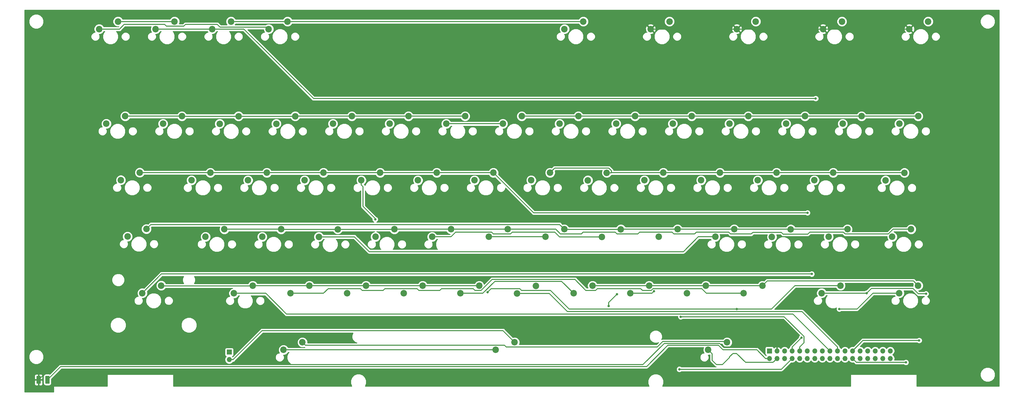
<source format=gbr>
%TF.GenerationSoftware,KiCad,Pcbnew,5.0.2+dfsg1-1*%
%TF.CreationDate,2020-10-19T22:51:27+02:00*%
%TF.ProjectId,A130XE_KB_MX,41313330-5845-45f4-9b42-5f4d582e6b69,0.1*%
%TF.SameCoordinates,Original*%
%TF.FileFunction,Copper,L1,Top*%
%TF.FilePolarity,Positive*%
%FSLAX46Y46*%
G04 Gerber Fmt 4.6, Leading zero omitted, Abs format (unit mm)*
G04 Created by KiCad (PCBNEW 5.0.2+dfsg1-1) date Mon 19 Oct 2020 10:51:27 PM CEST*
%MOMM*%
%LPD*%
G01*
G04 APERTURE LIST*
%ADD10C,2.200000*%
%ADD11C,0.100000*%
%ADD12C,1.425000*%
%ADD13R,1.700000X1.700000*%
%ADD14O,1.700000X1.700000*%
%ADD15C,0.800000*%
%ADD16C,0.300000*%
%ADD17C,0.254000*%
G04 APERTURE END LIST*
D10*
X345650000Y-92540000D03*
X352000000Y-90000000D03*
X98500000Y-90000000D03*
X92150000Y-92540000D03*
X212900000Y-198100000D03*
X206550000Y-200640000D03*
D11*
G36*
X53262004Y-209426204D02*
X53286273Y-209429804D01*
X53310071Y-209435765D01*
X53333171Y-209444030D01*
X53355349Y-209454520D01*
X53376393Y-209467133D01*
X53396098Y-209481747D01*
X53414277Y-209498223D01*
X53430753Y-209516402D01*
X53445367Y-209536107D01*
X53457980Y-209557151D01*
X53468470Y-209579329D01*
X53476735Y-209602429D01*
X53482696Y-209626227D01*
X53486296Y-209650496D01*
X53487500Y-209675000D01*
X53487500Y-211825000D01*
X53486296Y-211849504D01*
X53482696Y-211873773D01*
X53476735Y-211897571D01*
X53468470Y-211920671D01*
X53457980Y-211942849D01*
X53445367Y-211963893D01*
X53430753Y-211983598D01*
X53414277Y-212001777D01*
X53396098Y-212018253D01*
X53376393Y-212032867D01*
X53355349Y-212045480D01*
X53333171Y-212055970D01*
X53310071Y-212064235D01*
X53286273Y-212070196D01*
X53262004Y-212073796D01*
X53237500Y-212075000D01*
X52312500Y-212075000D01*
X52287996Y-212073796D01*
X52263727Y-212070196D01*
X52239929Y-212064235D01*
X52216829Y-212055970D01*
X52194651Y-212045480D01*
X52173607Y-212032867D01*
X52153902Y-212018253D01*
X52135723Y-212001777D01*
X52119247Y-211983598D01*
X52104633Y-211963893D01*
X52092020Y-211942849D01*
X52081530Y-211920671D01*
X52073265Y-211897571D01*
X52067304Y-211873773D01*
X52063704Y-211849504D01*
X52062500Y-211825000D01*
X52062500Y-209675000D01*
X52063704Y-209650496D01*
X52067304Y-209626227D01*
X52073265Y-209602429D01*
X52081530Y-209579329D01*
X52092020Y-209557151D01*
X52104633Y-209536107D01*
X52119247Y-209516402D01*
X52135723Y-209498223D01*
X52153902Y-209481747D01*
X52173607Y-209467133D01*
X52194651Y-209454520D01*
X52216829Y-209444030D01*
X52239929Y-209435765D01*
X52263727Y-209429804D01*
X52287996Y-209426204D01*
X52312500Y-209425000D01*
X53237500Y-209425000D01*
X53262004Y-209426204D01*
X53262004Y-209426204D01*
G37*
D12*
X52775000Y-210750000D03*
D11*
G36*
X56237004Y-209426204D02*
X56261273Y-209429804D01*
X56285071Y-209435765D01*
X56308171Y-209444030D01*
X56330349Y-209454520D01*
X56351393Y-209467133D01*
X56371098Y-209481747D01*
X56389277Y-209498223D01*
X56405753Y-209516402D01*
X56420367Y-209536107D01*
X56432980Y-209557151D01*
X56443470Y-209579329D01*
X56451735Y-209602429D01*
X56457696Y-209626227D01*
X56461296Y-209650496D01*
X56462500Y-209675000D01*
X56462500Y-211825000D01*
X56461296Y-211849504D01*
X56457696Y-211873773D01*
X56451735Y-211897571D01*
X56443470Y-211920671D01*
X56432980Y-211942849D01*
X56420367Y-211963893D01*
X56405753Y-211983598D01*
X56389277Y-212001777D01*
X56371098Y-212018253D01*
X56351393Y-212032867D01*
X56330349Y-212045480D01*
X56308171Y-212055970D01*
X56285071Y-212064235D01*
X56261273Y-212070196D01*
X56237004Y-212073796D01*
X56212500Y-212075000D01*
X55287500Y-212075000D01*
X55262996Y-212073796D01*
X55238727Y-212070196D01*
X55214929Y-212064235D01*
X55191829Y-212055970D01*
X55169651Y-212045480D01*
X55148607Y-212032867D01*
X55128902Y-212018253D01*
X55110723Y-212001777D01*
X55094247Y-211983598D01*
X55079633Y-211963893D01*
X55067020Y-211942849D01*
X55056530Y-211920671D01*
X55048265Y-211897571D01*
X55042304Y-211873773D01*
X55038704Y-211849504D01*
X55037500Y-211825000D01*
X55037500Y-209675000D01*
X55038704Y-209650496D01*
X55042304Y-209626227D01*
X55048265Y-209602429D01*
X55056530Y-209579329D01*
X55067020Y-209557151D01*
X55079633Y-209536107D01*
X55094247Y-209516402D01*
X55110723Y-209498223D01*
X55128902Y-209481747D01*
X55148607Y-209467133D01*
X55169651Y-209454520D01*
X55191829Y-209444030D01*
X55214929Y-209435765D01*
X55238727Y-209429804D01*
X55262996Y-209426204D01*
X55287500Y-209425000D01*
X56212500Y-209425000D01*
X56237004Y-209426204D01*
X56237004Y-209426204D01*
G37*
D12*
X55750000Y-210750000D03*
D13*
X298600000Y-201000000D03*
D14*
X298600000Y-203540000D03*
X301140000Y-201000000D03*
X301140000Y-203540000D03*
X303680000Y-201000000D03*
X303680000Y-203540000D03*
X306220000Y-201000000D03*
X306220000Y-203540000D03*
X308760000Y-201000000D03*
X308760000Y-203540000D03*
X311300000Y-201000000D03*
X311300000Y-203540000D03*
X313840000Y-201000000D03*
X313840000Y-203540000D03*
X316380000Y-201000000D03*
X316380000Y-203540000D03*
X318920000Y-201000000D03*
X318920000Y-203540000D03*
X321460000Y-201000000D03*
X321460000Y-203540000D03*
X324000000Y-201000000D03*
X324000000Y-203540000D03*
X326540000Y-201000000D03*
X326540000Y-203540000D03*
X329080000Y-201000000D03*
X329080000Y-203540000D03*
X331620000Y-201000000D03*
X331620000Y-203540000D03*
X334160000Y-201000000D03*
X334160000Y-203540000D03*
X336700000Y-201000000D03*
X336700000Y-203540000D03*
X339240000Y-201000000D03*
X339240000Y-203540000D03*
D10*
X189900000Y-124440000D03*
X196250000Y-121900000D03*
X218450000Y-143490000D03*
X224800000Y-140950000D03*
X199400000Y-143490000D03*
X205750000Y-140950000D03*
X204200000Y-162540000D03*
X210550000Y-160000000D03*
X213700000Y-181640000D03*
X220050000Y-179100000D03*
X229650000Y-92540000D03*
X236000000Y-90000000D03*
X223250000Y-162540000D03*
X229600000Y-160000000D03*
X323000000Y-90000000D03*
X316650000Y-92540000D03*
X170850000Y-124440000D03*
X177200000Y-121900000D03*
X243870000Y-140970000D03*
X237520000Y-143510000D03*
X186700000Y-140950000D03*
X180350000Y-143490000D03*
X191500000Y-160000000D03*
X185150000Y-162540000D03*
X201000000Y-179050000D03*
X194650000Y-181590000D03*
X248620000Y-160020000D03*
X242270000Y-162560000D03*
X287650000Y-92540000D03*
X294000000Y-90000000D03*
X158150000Y-121900000D03*
X151800000Y-124440000D03*
X256550000Y-143490000D03*
X262900000Y-140950000D03*
X161300000Y-143490000D03*
X167650000Y-140950000D03*
X166100000Y-162540000D03*
X172450000Y-160000000D03*
X239100000Y-179050000D03*
X232750000Y-181590000D03*
X175600000Y-181590000D03*
X181950000Y-179050000D03*
X261350000Y-162540000D03*
X267700000Y-160000000D03*
X132750000Y-124460000D03*
X139100000Y-121920000D03*
X281950000Y-140950000D03*
X275600000Y-143490000D03*
X148600000Y-140950000D03*
X142250000Y-143490000D03*
X153390000Y-160020000D03*
X147040000Y-162560000D03*
X265000000Y-90000000D03*
X258650000Y-92540000D03*
X251800000Y-181590000D03*
X258150000Y-179050000D03*
X286750000Y-160000000D03*
X280400000Y-162540000D03*
X162900000Y-179050000D03*
X156550000Y-181590000D03*
X277200000Y-179050000D03*
X270850000Y-181590000D03*
X120040000Y-121920000D03*
X113690000Y-124460000D03*
X294650000Y-143490000D03*
X301000000Y-140950000D03*
X129550000Y-140950000D03*
X123200000Y-143490000D03*
X128000000Y-162540000D03*
X134350000Y-160000000D03*
X137500000Y-181590000D03*
X143850000Y-179050000D03*
X299400000Y-162590000D03*
X305750000Y-160050000D03*
X94650000Y-124440000D03*
X101000000Y-121900000D03*
X320050000Y-140950000D03*
X313700000Y-143490000D03*
X104200000Y-143490000D03*
X110550000Y-140950000D03*
X115250000Y-160000000D03*
X108900000Y-162540000D03*
X296250000Y-179050000D03*
X289900000Y-181590000D03*
X324850000Y-160000000D03*
X318500000Y-162540000D03*
X124800000Y-179050000D03*
X118450000Y-181590000D03*
X348600000Y-179000000D03*
X342250000Y-181540000D03*
X81900000Y-121900000D03*
X75550000Y-124440000D03*
X344000000Y-141000000D03*
X337650000Y-143540000D03*
X80440000Y-143460000D03*
X86790000Y-140920000D03*
X346250000Y-160000000D03*
X339900000Y-162540000D03*
X82690000Y-162460000D03*
X89040000Y-159920000D03*
X94000000Y-179000000D03*
X87650000Y-181540000D03*
X322500000Y-179000000D03*
X316150000Y-181540000D03*
X348650000Y-121900000D03*
X342300000Y-124440000D03*
X329600000Y-121900000D03*
X323250000Y-124440000D03*
X304200000Y-124440000D03*
X310550000Y-121900000D03*
X291500000Y-121900000D03*
X285150000Y-124440000D03*
X266100000Y-124440000D03*
X272450000Y-121900000D03*
X253400000Y-121900000D03*
X247050000Y-124440000D03*
X228000000Y-124440000D03*
X234350000Y-121900000D03*
X208950000Y-124440000D03*
X215300000Y-121900000D03*
X135150000Y-200640000D03*
X141500000Y-198100000D03*
X284340000Y-198100000D03*
X277990000Y-200640000D03*
D13*
X116900000Y-201400000D03*
D14*
X116900000Y-203940000D03*
D10*
X73150000Y-92540000D03*
X79500000Y-90000000D03*
X111150000Y-92540000D03*
X117500000Y-90000000D03*
X136500000Y-90000000D03*
X130150000Y-92540000D03*
D15*
X294135200Y-199664400D03*
X203776500Y-181226600D03*
X287600300Y-186923800D03*
X309379800Y-196539900D03*
X268292500Y-207193100D03*
X268732400Y-189482400D03*
X259747000Y-180924900D03*
X166000000Y-156700000D03*
X247300000Y-181900000D03*
X244500000Y-185900000D03*
X311401200Y-154475100D03*
X314155300Y-115950300D03*
X322101600Y-186864100D03*
X351247600Y-181773900D03*
X331306700Y-181540000D03*
X312839600Y-175087300D03*
X348959400Y-197487200D03*
X344515600Y-204861300D03*
D16*
X294135200Y-199664400D02*
X283047100Y-199664400D01*
X283047100Y-199664400D02*
X281850400Y-198467700D01*
X281850400Y-198467700D02*
X263231900Y-198467700D01*
X263231900Y-198467700D02*
X256069300Y-205630300D01*
X256069300Y-205630300D02*
X57894700Y-205630300D01*
X57894700Y-205630300D02*
X52775000Y-210750000D01*
X316650000Y-92540000D02*
X345650000Y-92540000D01*
X287650000Y-92540000D02*
X316650000Y-92540000D01*
X258650000Y-92540000D02*
X287650000Y-92540000D01*
X55750000Y-210750000D02*
X60237100Y-206262900D01*
X60237100Y-206262900D02*
X257277100Y-206262900D01*
X257277100Y-206262900D02*
X264451400Y-199088600D01*
X264451400Y-199088600D02*
X281407100Y-199088600D01*
X281407100Y-199088600D02*
X282958300Y-200639800D01*
X282958300Y-200639800D02*
X294399500Y-200639800D01*
X294399500Y-200639800D02*
X297299700Y-203540000D01*
X298600000Y-203540000D02*
X297299700Y-203540000D01*
X277990000Y-200640000D02*
X279349700Y-201999700D01*
X279349700Y-201999700D02*
X279349700Y-204194900D01*
X279349700Y-204194900D02*
X280785100Y-205630300D01*
X280785100Y-205630300D02*
X282815000Y-205630300D01*
X282815000Y-205630300D02*
X285174800Y-203270500D01*
X285174800Y-203270500D02*
X285174800Y-203016600D01*
X285174800Y-203016600D02*
X286340600Y-201850800D01*
X286340600Y-201850800D02*
X287561800Y-201850800D01*
X287561800Y-201850800D02*
X290554700Y-204843700D01*
X290554700Y-204843700D02*
X299836300Y-204843700D01*
X299836300Y-204843700D02*
X301140000Y-203540000D01*
X223250000Y-162540000D02*
X204200000Y-162540000D01*
X135150000Y-200640000D02*
X206550000Y-200640000D01*
X296250000Y-179050000D02*
X297881000Y-177419000D01*
X297881000Y-177419000D02*
X347019000Y-177419000D01*
X347019000Y-177419000D02*
X348600000Y-179000000D01*
X239100000Y-179050000D02*
X258150000Y-179050000D01*
X277200000Y-179050000D02*
X258150000Y-179050000D01*
X296250000Y-179050000D02*
X277200000Y-179050000D01*
X116900000Y-203940000D02*
X118200300Y-203940000D01*
X118200300Y-203940000D02*
X127958900Y-194181400D01*
X127958900Y-194181400D02*
X208981400Y-194181400D01*
X208981400Y-194181400D02*
X212900000Y-198100000D01*
X203776500Y-181226600D02*
X204951900Y-180051200D01*
X204951900Y-180051200D02*
X214651200Y-180051200D01*
X214651200Y-180051200D02*
X215250300Y-180650300D01*
X215250300Y-180650300D02*
X224977700Y-180650300D01*
X224977700Y-180650300D02*
X231251200Y-186923800D01*
X231251200Y-186923800D02*
X287600300Y-186923800D01*
X322500000Y-179000000D02*
X307202600Y-179000000D01*
X307202600Y-179000000D02*
X299278800Y-186923800D01*
X299278800Y-186923800D02*
X287600300Y-186923800D01*
X236000000Y-90000000D02*
X136500000Y-90000000D01*
X162900000Y-179050000D02*
X181950000Y-179050000D01*
X143850000Y-179050000D02*
X162900000Y-179050000D01*
X201000000Y-179050000D02*
X181950000Y-179050000D01*
X124800000Y-179050000D02*
X143850000Y-179050000D01*
X94000000Y-179000000D02*
X94099400Y-179099400D01*
X94099400Y-179099400D02*
X124750600Y-179099400D01*
X124750600Y-179099400D02*
X124800000Y-179050000D01*
X136500000Y-90000000D02*
X117500000Y-90000000D01*
X229600000Y-160000000D02*
X228014100Y-158414100D01*
X228014100Y-158414100D02*
X90545900Y-158414100D01*
X90545900Y-158414100D02*
X89040000Y-159920000D01*
X248620000Y-160020000D02*
X229620000Y-160020000D01*
X229620000Y-160020000D02*
X229600000Y-160000000D01*
X267700000Y-160000000D02*
X248640000Y-160000000D01*
X248640000Y-160000000D02*
X248620000Y-160020000D01*
X286750000Y-160000000D02*
X267700000Y-160000000D01*
X305750000Y-160050000D02*
X305700000Y-160000000D01*
X305700000Y-160000000D02*
X286750000Y-160000000D01*
X98500000Y-90000000D02*
X79500000Y-90000000D01*
X324850000Y-160000000D02*
X305800000Y-160000000D01*
X305800000Y-160000000D02*
X305750000Y-160050000D01*
X306220000Y-199699700D02*
X309379800Y-196539900D01*
X306220000Y-201000000D02*
X306220000Y-199699700D01*
X185150000Y-162540000D02*
X191500000Y-162540000D01*
X191500000Y-162540000D02*
X193083400Y-160956600D01*
X193083400Y-160956600D02*
X205156600Y-160956600D01*
X205156600Y-160956600D02*
X205783300Y-161583300D01*
X205783300Y-161583300D02*
X211506700Y-161583300D01*
X211506700Y-161583300D02*
X212133400Y-160956600D01*
X212133400Y-160956600D02*
X226402100Y-160956600D01*
X226402100Y-160956600D02*
X228005500Y-162560000D01*
X228005500Y-162560000D02*
X242270000Y-162560000D01*
X306220000Y-203540000D02*
X302566900Y-207193100D01*
X302566900Y-207193100D02*
X268292500Y-207193100D01*
X232750000Y-181590000D02*
X228707600Y-177547600D01*
X228707600Y-177547600D02*
X206253100Y-177547600D01*
X206253100Y-177547600D02*
X202210700Y-181590000D01*
X202210700Y-181590000D02*
X194650000Y-181590000D01*
X308760000Y-201000000D02*
X308760000Y-199699700D01*
X308760000Y-199699700D02*
X310249900Y-198209800D01*
X310249900Y-198209800D02*
X310249900Y-196158400D01*
X310249900Y-196158400D02*
X303573900Y-189482400D01*
X303573900Y-189482400D02*
X268732400Y-189482400D01*
X251800000Y-181590000D02*
X259081900Y-181590000D01*
X259081900Y-181590000D02*
X259747000Y-180924900D01*
X161300000Y-145045634D02*
X161900000Y-145645634D01*
X161300000Y-143490000D02*
X161300000Y-145045634D01*
X161900000Y-145645634D02*
X161900000Y-152300000D01*
X161900000Y-152300000D02*
X166000000Y-156400000D01*
X166000000Y-156400000D02*
X166000000Y-156700000D01*
X247300000Y-181900000D02*
X244500000Y-184700000D01*
X244500000Y-184700000D02*
X244500000Y-185900000D01*
X147040000Y-162560000D02*
X159033300Y-162560000D01*
X159033300Y-162560000D02*
X164037000Y-167563700D01*
X164037000Y-167563700D02*
X269644900Y-167563700D01*
X269644900Y-167563700D02*
X274668600Y-162540000D01*
X274668600Y-162540000D02*
X280400000Y-162540000D01*
X289900000Y-181590000D02*
X277368100Y-181590000D01*
X277368100Y-181590000D02*
X275811600Y-180033500D01*
X275811600Y-180033500D02*
X259436000Y-180033500D01*
X259436000Y-180033500D02*
X258815600Y-180653900D01*
X258815600Y-180653900D02*
X255946700Y-180653900D01*
X255946700Y-180653900D02*
X255299400Y-180006600D01*
X255299400Y-180006600D02*
X240683400Y-180006600D01*
X240683400Y-180006600D02*
X240086700Y-180603300D01*
X240086700Y-180603300D02*
X236846100Y-180603300D01*
X236846100Y-180603300D02*
X233166100Y-176923300D01*
X233166100Y-176923300D02*
X205344200Y-176923300D01*
X205344200Y-176923300D02*
X201634200Y-180633300D01*
X201634200Y-180633300D02*
X199557800Y-180633300D01*
X199557800Y-180633300D02*
X198964100Y-180039600D01*
X198964100Y-180039600D02*
X188280100Y-180039600D01*
X188280100Y-180039600D02*
X187681000Y-180638700D01*
X187681000Y-180638700D02*
X180691400Y-180638700D01*
X180691400Y-180638700D02*
X180092300Y-180039600D01*
X180092300Y-180039600D02*
X169230100Y-180039600D01*
X169230100Y-180039600D02*
X168631000Y-180638700D01*
X168631000Y-180638700D02*
X161641400Y-180638700D01*
X161641400Y-180638700D02*
X161042300Y-180039600D01*
X161042300Y-180039600D02*
X150180100Y-180039600D01*
X150180100Y-180039600D02*
X148629700Y-181590000D01*
X148629700Y-181590000D02*
X137500000Y-181590000D01*
X245423800Y-140950000D02*
X245423800Y-140265800D01*
X245423800Y-140265800D02*
X244544300Y-139386300D01*
X244544300Y-139386300D02*
X226363700Y-139386300D01*
X226363700Y-139386300D02*
X224800000Y-140950000D01*
X243870000Y-140970000D02*
X245403800Y-140970000D01*
X245403800Y-140970000D02*
X245423800Y-140950000D01*
X245423800Y-140950000D02*
X262900000Y-140950000D01*
X281950000Y-140950000D02*
X262900000Y-140950000D01*
X301000000Y-140950000D02*
X281950000Y-140950000D01*
X320050000Y-140950000D02*
X301000000Y-140950000D01*
X344000000Y-141000000D02*
X343950000Y-140950000D01*
X343950000Y-140950000D02*
X320050000Y-140950000D01*
X310550000Y-121900000D02*
X329600000Y-121900000D01*
X291500000Y-121900000D02*
X310550000Y-121900000D01*
X272450000Y-121900000D02*
X291500000Y-121900000D01*
X253400000Y-121900000D02*
X272450000Y-121900000D01*
X234350000Y-121900000D02*
X253400000Y-121900000D01*
X215300000Y-121900000D02*
X234350000Y-121900000D01*
X348650000Y-121900000D02*
X329600000Y-121900000D01*
X177200000Y-121900000D02*
X196250000Y-121900000D01*
X158150000Y-121900000D02*
X177200000Y-121900000D01*
X139100000Y-121920000D02*
X139120000Y-121900000D01*
X139120000Y-121900000D02*
X158150000Y-121900000D01*
X120040000Y-121920000D02*
X139100000Y-121920000D01*
X101000000Y-121900000D02*
X101020000Y-121920000D01*
X101020000Y-121920000D02*
X120040000Y-121920000D01*
X81900000Y-121900000D02*
X101000000Y-121900000D01*
X205750000Y-140950000D02*
X219275100Y-154475100D01*
X219275100Y-154475100D02*
X311401200Y-154475100D01*
X186700000Y-140950000D02*
X205750000Y-140950000D01*
X167650000Y-140950000D02*
X186700000Y-140950000D01*
X110550000Y-140950000D02*
X129550000Y-140950000D01*
X86790000Y-140920000D02*
X110520000Y-140920000D01*
X110520000Y-140920000D02*
X110550000Y-140950000D01*
X148600000Y-140950000D02*
X167650000Y-140950000D01*
X129550000Y-140950000D02*
X148600000Y-140950000D01*
X111150000Y-92540000D02*
X121854800Y-92540000D01*
X121854800Y-92540000D02*
X145265100Y-115950300D01*
X145265100Y-115950300D02*
X314155300Y-115950300D01*
X92150000Y-92540000D02*
X111150000Y-92540000D01*
X322101600Y-186864100D02*
X328072600Y-186864100D01*
X328072600Y-186864100D02*
X333396700Y-181540000D01*
X333396700Y-181540000D02*
X342250000Y-181540000D01*
X118450000Y-181590000D02*
X129188100Y-181590000D01*
X129188100Y-181590000D02*
X136184600Y-188586500D01*
X136184600Y-188586500D02*
X306506500Y-188586500D01*
X306506500Y-188586500D02*
X318920000Y-201000000D01*
X346250000Y-160000000D02*
X340233600Y-160000000D01*
X340233600Y-160000000D02*
X338614200Y-161619400D01*
X338614200Y-161619400D02*
X324097500Y-161619400D01*
X324097500Y-161619400D02*
X323434700Y-160956600D01*
X323434700Y-160956600D02*
X312163200Y-160956600D01*
X312163200Y-160956600D02*
X311467300Y-161652500D01*
X311467300Y-161652500D02*
X303198000Y-161652500D01*
X303198000Y-161652500D02*
X302585100Y-161039600D01*
X302585100Y-161039600D02*
X293030100Y-161039600D01*
X293030100Y-161039600D02*
X292462200Y-161607500D01*
X292462200Y-161607500D02*
X285510200Y-161607500D01*
X285510200Y-161607500D02*
X284892300Y-160989600D01*
X284892300Y-160989600D02*
X274030100Y-160989600D01*
X274030100Y-160989600D02*
X273431000Y-161588700D01*
X273431000Y-161588700D02*
X266441400Y-161588700D01*
X266441400Y-161588700D02*
X265842300Y-160989600D01*
X265842300Y-160989600D02*
X254975100Y-160989600D01*
X254975100Y-160989600D02*
X254363500Y-161601200D01*
X254363500Y-161601200D02*
X247353900Y-161601200D01*
X247353900Y-161601200D02*
X246762300Y-161009600D01*
X246762300Y-161009600D02*
X235905100Y-161009600D01*
X235905100Y-161009600D02*
X235364300Y-161550400D01*
X235364300Y-161550400D02*
X228268400Y-161550400D01*
X228268400Y-161550400D02*
X226718000Y-160000000D01*
X226718000Y-160000000D02*
X210550000Y-160000000D01*
X191500000Y-160000000D02*
X210550000Y-160000000D01*
X172450000Y-160000000D02*
X191500000Y-160000000D01*
X153390000Y-160020000D02*
X172430000Y-160020000D01*
X172430000Y-160020000D02*
X172450000Y-160000000D01*
X134350000Y-160000000D02*
X134370000Y-160020000D01*
X134370000Y-160020000D02*
X153390000Y-160020000D01*
X115250000Y-160000000D02*
X134350000Y-160000000D01*
X321460000Y-199699700D02*
X309534500Y-187774200D01*
X309534500Y-187774200D02*
X230669500Y-187774200D01*
X230669500Y-187774200D02*
X224535300Y-181640000D01*
X224535300Y-181640000D02*
X213700000Y-181640000D01*
X130150000Y-92540000D02*
X129549700Y-91939700D01*
X129549700Y-91939700D02*
X113822100Y-91939700D01*
X113822100Y-91939700D02*
X112850600Y-90968200D01*
X112850600Y-90968200D02*
X102203600Y-90968200D01*
X102203600Y-90968200D02*
X101599400Y-91572400D01*
X101599400Y-91572400D02*
X95795400Y-91572400D01*
X95795400Y-91572400D02*
X95207400Y-90984400D01*
X95207400Y-90984400D02*
X81582200Y-90984400D01*
X81582200Y-90984400D02*
X80026600Y-92540000D01*
X80026600Y-92540000D02*
X73150000Y-92540000D01*
X208950000Y-124440000D02*
X189900000Y-124440000D01*
X321460000Y-201000000D02*
X321460000Y-199699700D01*
X331306700Y-181540000D02*
X332884100Y-179962600D01*
X332884100Y-179962600D02*
X346889000Y-179962600D01*
X346889000Y-179962600D02*
X348700300Y-181773900D01*
X348700300Y-181773900D02*
X351247600Y-181773900D01*
X331306700Y-181540000D02*
X316150000Y-181540000D01*
X87650000Y-181540000D02*
X94102700Y-175087300D01*
X94102700Y-175087300D02*
X312839600Y-175087300D01*
X326540000Y-201000000D02*
X330052800Y-197487200D01*
X330052800Y-197487200D02*
X348959400Y-197487200D01*
X326540000Y-203540000D02*
X327861300Y-204861300D01*
X327861300Y-204861300D02*
X344515600Y-204861300D01*
X284340000Y-198100000D02*
X284088100Y-197848100D01*
X284088100Y-197848100D02*
X262702300Y-197848100D01*
X262702300Y-197848100D02*
X260893700Y-199656700D01*
X260893700Y-199656700D02*
X210050500Y-199656700D01*
X210050500Y-199656700D02*
X209475900Y-199082100D01*
X209475900Y-199082100D02*
X142482100Y-199082100D01*
X142482100Y-199082100D02*
X141500000Y-198100000D01*
D17*
G36*
X375873000Y-212873000D02*
X348127000Y-212873000D01*
X348127000Y-209000000D01*
X348117333Y-208951399D01*
X348089803Y-208910197D01*
X348048601Y-208882667D01*
X348000000Y-208873000D01*
X326000000Y-208873000D01*
X325951399Y-208882667D01*
X325910197Y-208910197D01*
X325882667Y-208951399D01*
X325873000Y-209000000D01*
X325873000Y-212873000D01*
X262610251Y-212873000D01*
X262995000Y-211944134D01*
X262995000Y-210895866D01*
X262593845Y-209927392D01*
X261852608Y-209186155D01*
X260884134Y-208785000D01*
X259835866Y-208785000D01*
X258867392Y-209186155D01*
X258126155Y-209927392D01*
X257725000Y-210895866D01*
X257725000Y-211944134D01*
X258109749Y-212873000D01*
X162610251Y-212873000D01*
X162995000Y-211944134D01*
X162995000Y-210895866D01*
X162593845Y-209927392D01*
X161852608Y-209186155D01*
X160884134Y-208785000D01*
X159835866Y-208785000D01*
X158867392Y-209186155D01*
X158126155Y-209927392D01*
X157725000Y-210895866D01*
X157725000Y-211944134D01*
X158109749Y-212873000D01*
X98127000Y-212873000D01*
X98127000Y-209000000D01*
X98117333Y-208951399D01*
X98089803Y-208910197D01*
X98048601Y-208882667D01*
X98000000Y-208873000D01*
X76000000Y-208873000D01*
X75951399Y-208882667D01*
X75910197Y-208910197D01*
X75882667Y-208951399D01*
X75873000Y-209000000D01*
X75873000Y-212873000D01*
X58000000Y-212873000D01*
X57951399Y-212882667D01*
X57910197Y-212910197D01*
X57882667Y-212951399D01*
X57873000Y-213000000D01*
X57873000Y-214873000D01*
X48127000Y-214873000D01*
X48127000Y-211035750D01*
X51427500Y-211035750D01*
X51427500Y-212201310D01*
X51524173Y-212434699D01*
X51702802Y-212613327D01*
X51936191Y-212710000D01*
X52489250Y-212710000D01*
X52648000Y-212551250D01*
X52648000Y-210877000D01*
X52902000Y-210877000D01*
X52902000Y-212551250D01*
X53060750Y-212710000D01*
X53613809Y-212710000D01*
X53847198Y-212613327D01*
X54025827Y-212434699D01*
X54122500Y-212201310D01*
X54122500Y-211035750D01*
X53963750Y-210877000D01*
X52902000Y-210877000D01*
X52648000Y-210877000D01*
X51586250Y-210877000D01*
X51427500Y-211035750D01*
X48127000Y-211035750D01*
X48127000Y-209298690D01*
X51427500Y-209298690D01*
X51427500Y-210464250D01*
X51586250Y-210623000D01*
X52648000Y-210623000D01*
X52648000Y-208948750D01*
X52902000Y-208948750D01*
X52902000Y-210623000D01*
X53963750Y-210623000D01*
X54122500Y-210464250D01*
X54122500Y-209675000D01*
X54390060Y-209675000D01*
X54390060Y-211825000D01*
X54458374Y-212168435D01*
X54652914Y-212459586D01*
X54944065Y-212654126D01*
X55287500Y-212722440D01*
X56212500Y-212722440D01*
X56555935Y-212654126D01*
X56847086Y-212459586D01*
X57041626Y-212168435D01*
X57109940Y-211825000D01*
X57109940Y-210500217D01*
X59104454Y-208505703D01*
X369515000Y-208505703D01*
X369515000Y-209494297D01*
X369893319Y-210407639D01*
X370592361Y-211106681D01*
X371505703Y-211485000D01*
X372494297Y-211485000D01*
X373407639Y-211106681D01*
X374106681Y-210407639D01*
X374485000Y-209494297D01*
X374485000Y-208505703D01*
X374106681Y-207592361D01*
X373407639Y-206893319D01*
X372494297Y-206515000D01*
X371505703Y-206515000D01*
X370592361Y-206893319D01*
X369893319Y-207592361D01*
X369515000Y-208505703D01*
X59104454Y-208505703D01*
X60562257Y-207047900D01*
X257199788Y-207047900D01*
X257277100Y-207063278D01*
X257354412Y-207047900D01*
X257354416Y-207047900D01*
X257583392Y-207002354D01*
X257843053Y-206828853D01*
X257886849Y-206763308D01*
X264776558Y-199873600D01*
X276429503Y-199873600D01*
X276255000Y-200294887D01*
X276255000Y-200985113D01*
X276519138Y-201622799D01*
X276591339Y-201695000D01*
X276424615Y-201695000D01*
X275878815Y-201921078D01*
X275461078Y-202338815D01*
X275235000Y-202884615D01*
X275235000Y-203475385D01*
X275461078Y-204021185D01*
X275878815Y-204438922D01*
X276424615Y-204665000D01*
X277015385Y-204665000D01*
X277561185Y-204438922D01*
X277978922Y-204021185D01*
X278205000Y-203475385D01*
X278205000Y-202884615D01*
X277993910Y-202375000D01*
X278335113Y-202375000D01*
X278532911Y-202293069D01*
X278564700Y-202324858D01*
X278564701Y-204117584D01*
X278549322Y-204194900D01*
X278610246Y-204501191D01*
X278739951Y-204695308D01*
X278739954Y-204695311D01*
X278783748Y-204760853D01*
X278849290Y-204804647D01*
X280175353Y-206130711D01*
X280219147Y-206196253D01*
X280284689Y-206240047D01*
X280284691Y-206240049D01*
X280359725Y-206290185D01*
X280478808Y-206369754D01*
X280671587Y-206408100D01*
X268971211Y-206408100D01*
X268878780Y-206315669D01*
X268498374Y-206158100D01*
X268086626Y-206158100D01*
X267706220Y-206315669D01*
X267415069Y-206606820D01*
X267257500Y-206987226D01*
X267257500Y-207398974D01*
X267415069Y-207779380D01*
X267706220Y-208070531D01*
X268086626Y-208228100D01*
X268498374Y-208228100D01*
X268878780Y-208070531D01*
X268971211Y-207978100D01*
X302489588Y-207978100D01*
X302566900Y-207993478D01*
X302644212Y-207978100D01*
X302644216Y-207978100D01*
X302873192Y-207932554D01*
X303132853Y-207759053D01*
X303176649Y-207693508D01*
X305883082Y-204987075D01*
X306073744Y-205025000D01*
X306366256Y-205025000D01*
X306799418Y-204938839D01*
X307290625Y-204610625D01*
X307490000Y-204312239D01*
X307689375Y-204610625D01*
X308180582Y-204938839D01*
X308613744Y-205025000D01*
X308906256Y-205025000D01*
X309339418Y-204938839D01*
X309830625Y-204610625D01*
X310030000Y-204312239D01*
X310229375Y-204610625D01*
X310720582Y-204938839D01*
X311153744Y-205025000D01*
X311446256Y-205025000D01*
X311879418Y-204938839D01*
X312370625Y-204610625D01*
X312570000Y-204312239D01*
X312769375Y-204610625D01*
X313260582Y-204938839D01*
X313693744Y-205025000D01*
X313986256Y-205025000D01*
X314419418Y-204938839D01*
X314910625Y-204610625D01*
X315110000Y-204312239D01*
X315309375Y-204610625D01*
X315800582Y-204938839D01*
X316233744Y-205025000D01*
X316526256Y-205025000D01*
X316959418Y-204938839D01*
X317450625Y-204610625D01*
X317650000Y-204312239D01*
X317849375Y-204610625D01*
X318340582Y-204938839D01*
X318773744Y-205025000D01*
X319066256Y-205025000D01*
X319499418Y-204938839D01*
X319990625Y-204610625D01*
X320190000Y-204312239D01*
X320389375Y-204610625D01*
X320880582Y-204938839D01*
X321313744Y-205025000D01*
X321606256Y-205025000D01*
X322039418Y-204938839D01*
X322530625Y-204610625D01*
X322730000Y-204312239D01*
X322929375Y-204610625D01*
X323420582Y-204938839D01*
X323853744Y-205025000D01*
X324146256Y-205025000D01*
X324579418Y-204938839D01*
X325070625Y-204610625D01*
X325270000Y-204312239D01*
X325469375Y-204610625D01*
X325960582Y-204938839D01*
X326393744Y-205025000D01*
X326686256Y-205025000D01*
X326876918Y-204987075D01*
X327251553Y-205361711D01*
X327295347Y-205427253D01*
X327360889Y-205471047D01*
X327360891Y-205471049D01*
X327439309Y-205523446D01*
X327555008Y-205600754D01*
X327783984Y-205646300D01*
X327783988Y-205646300D01*
X327861299Y-205661678D01*
X327938610Y-205646300D01*
X343836889Y-205646300D01*
X343929320Y-205738731D01*
X344309726Y-205896300D01*
X344721474Y-205896300D01*
X345101880Y-205738731D01*
X345393031Y-205447580D01*
X345550600Y-205067174D01*
X345550600Y-204655426D01*
X345393031Y-204275020D01*
X345101880Y-203983869D01*
X344721474Y-203826300D01*
X344309726Y-203826300D01*
X343929320Y-203983869D01*
X343836889Y-204076300D01*
X340647416Y-204076300D01*
X340754092Y-203540000D01*
X340638839Y-202960582D01*
X340310625Y-202469375D01*
X340012239Y-202270000D01*
X340310625Y-202070625D01*
X340638839Y-201579418D01*
X340754092Y-201000000D01*
X340638839Y-200420582D01*
X340310625Y-199929375D01*
X339819418Y-199601161D01*
X339386256Y-199515000D01*
X339093744Y-199515000D01*
X338660582Y-199601161D01*
X338169375Y-199929375D01*
X337970000Y-200227761D01*
X337770625Y-199929375D01*
X337279418Y-199601161D01*
X336846256Y-199515000D01*
X336553744Y-199515000D01*
X336120582Y-199601161D01*
X335629375Y-199929375D01*
X335430000Y-200227761D01*
X335230625Y-199929375D01*
X334739418Y-199601161D01*
X334306256Y-199515000D01*
X334013744Y-199515000D01*
X333580582Y-199601161D01*
X333089375Y-199929375D01*
X332890000Y-200227761D01*
X332690625Y-199929375D01*
X332199418Y-199601161D01*
X331766256Y-199515000D01*
X331473744Y-199515000D01*
X331040582Y-199601161D01*
X330549375Y-199929375D01*
X330350000Y-200227761D01*
X330150625Y-199929375D01*
X329659418Y-199601161D01*
X329226256Y-199515000D01*
X329135158Y-199515000D01*
X330377958Y-198272200D01*
X348280689Y-198272200D01*
X348373120Y-198364631D01*
X348753526Y-198522200D01*
X349165274Y-198522200D01*
X349545680Y-198364631D01*
X349836831Y-198073480D01*
X349994400Y-197693074D01*
X349994400Y-197281326D01*
X349836831Y-196900920D01*
X349545680Y-196609769D01*
X349165274Y-196452200D01*
X348753526Y-196452200D01*
X348373120Y-196609769D01*
X348280689Y-196702200D01*
X330130110Y-196702200D01*
X330052799Y-196686822D01*
X329975488Y-196702200D01*
X329975484Y-196702200D01*
X329746508Y-196747746D01*
X329746506Y-196747747D01*
X329746507Y-196747747D01*
X329552391Y-196877451D01*
X329552389Y-196877453D01*
X329486847Y-196921247D01*
X329443053Y-196986789D01*
X326876918Y-199552925D01*
X326686256Y-199515000D01*
X326393744Y-199515000D01*
X325960582Y-199601161D01*
X325469375Y-199929375D01*
X325270000Y-200227761D01*
X325070625Y-199929375D01*
X324579418Y-199601161D01*
X324146256Y-199515000D01*
X323853744Y-199515000D01*
X323420582Y-199601161D01*
X322929375Y-199929375D01*
X322730000Y-200227761D01*
X322530625Y-199929375D01*
X322251757Y-199743041D01*
X322260378Y-199699700D01*
X322245000Y-199622388D01*
X322245000Y-199622384D01*
X322199454Y-199393408D01*
X322170722Y-199350408D01*
X322069749Y-199199291D01*
X322069747Y-199199289D01*
X322025953Y-199133747D01*
X321960411Y-199089953D01*
X310144248Y-187273791D01*
X310100453Y-187208247D01*
X309840792Y-187034746D01*
X309611816Y-186989200D01*
X309611812Y-186989200D01*
X309534500Y-186973822D01*
X309457188Y-186989200D01*
X300323557Y-186989200D01*
X307527758Y-179785000D01*
X320947207Y-179785000D01*
X321029138Y-179982799D01*
X321517201Y-180470862D01*
X322154887Y-180735000D01*
X322845113Y-180735000D01*
X323482799Y-180470862D01*
X323970862Y-179982799D01*
X324235000Y-179345113D01*
X324235000Y-178654887D01*
X324048237Y-178204000D01*
X346693843Y-178204000D01*
X346946931Y-178457088D01*
X346865000Y-178654887D01*
X346865000Y-179166996D01*
X346811688Y-179177600D01*
X332961410Y-179177600D01*
X332884099Y-179162222D01*
X332806788Y-179177600D01*
X332806784Y-179177600D01*
X332577808Y-179223146D01*
X332536388Y-179250822D01*
X332383691Y-179352851D01*
X332383689Y-179352853D01*
X332318147Y-179396647D01*
X332274353Y-179462189D01*
X331231543Y-180505000D01*
X331100826Y-180505000D01*
X330720420Y-180662569D01*
X330627989Y-180755000D01*
X317702793Y-180755000D01*
X317620862Y-180557201D01*
X317132799Y-180069138D01*
X316495113Y-179805000D01*
X315804887Y-179805000D01*
X315167201Y-180069138D01*
X314679138Y-180557201D01*
X314415000Y-181194887D01*
X314415000Y-181885113D01*
X314679138Y-182522799D01*
X314751339Y-182595000D01*
X314584615Y-182595000D01*
X314038815Y-182821078D01*
X313621078Y-183238815D01*
X313395000Y-183784615D01*
X313395000Y-184375385D01*
X313621078Y-184921185D01*
X314038815Y-185338922D01*
X314584615Y-185565000D01*
X315175385Y-185565000D01*
X315721185Y-185338922D01*
X316138922Y-184921185D01*
X316365000Y-184375385D01*
X316365000Y-183784615D01*
X316153910Y-183275000D01*
X316495113Y-183275000D01*
X317132799Y-183010862D01*
X317620862Y-182522799D01*
X317702793Y-182325000D01*
X317988547Y-182325000D01*
X317726155Y-182587392D01*
X317325000Y-183555866D01*
X317325000Y-184604134D01*
X317726155Y-185572608D01*
X318467392Y-186313845D01*
X319435866Y-186715000D01*
X320484134Y-186715000D01*
X321158845Y-186435525D01*
X321066600Y-186658226D01*
X321066600Y-187069974D01*
X321224169Y-187450380D01*
X321515320Y-187741531D01*
X321895726Y-187899100D01*
X322307474Y-187899100D01*
X322687880Y-187741531D01*
X322780311Y-187649100D01*
X327995288Y-187649100D01*
X328072600Y-187664478D01*
X328149912Y-187649100D01*
X328149916Y-187649100D01*
X328378892Y-187603554D01*
X328638553Y-187430053D01*
X328682349Y-187364508D01*
X333721858Y-182325000D01*
X340697207Y-182325000D01*
X340779138Y-182522799D01*
X340851339Y-182595000D01*
X340684615Y-182595000D01*
X340138815Y-182821078D01*
X339721078Y-183238815D01*
X339495000Y-183784615D01*
X339495000Y-184375385D01*
X339721078Y-184921185D01*
X340138815Y-185338922D01*
X340684615Y-185565000D01*
X341275385Y-185565000D01*
X341821185Y-185338922D01*
X342238922Y-184921185D01*
X342465000Y-184375385D01*
X342465000Y-183784615D01*
X342370249Y-183555866D01*
X343425000Y-183555866D01*
X343425000Y-184604134D01*
X343826155Y-185572608D01*
X344567392Y-186313845D01*
X345535866Y-186715000D01*
X346584134Y-186715000D01*
X347552608Y-186313845D01*
X348293845Y-185572608D01*
X348695000Y-184604134D01*
X348695000Y-183555866D01*
X348293845Y-182587392D01*
X347552608Y-181846155D01*
X346584134Y-181445000D01*
X345535866Y-181445000D01*
X344567392Y-181846155D01*
X343826155Y-182587392D01*
X343425000Y-183555866D01*
X342370249Y-183555866D01*
X342253910Y-183275000D01*
X342595113Y-183275000D01*
X343232799Y-183010862D01*
X343720862Y-182522799D01*
X343985000Y-181885113D01*
X343985000Y-181194887D01*
X343799728Y-180747600D01*
X346563843Y-180747600D01*
X348090553Y-182274311D01*
X348134347Y-182339853D01*
X348199889Y-182383647D01*
X348199891Y-182383649D01*
X348353489Y-182486280D01*
X348394008Y-182513354D01*
X348622984Y-182558900D01*
X348622987Y-182558900D01*
X348700299Y-182574278D01*
X348777611Y-182558900D01*
X350568889Y-182558900D01*
X350661320Y-182651331D01*
X350684970Y-182661127D01*
X350298815Y-182821078D01*
X349881078Y-183238815D01*
X349655000Y-183784615D01*
X349655000Y-184375385D01*
X349881078Y-184921185D01*
X350298815Y-185338922D01*
X350844615Y-185565000D01*
X351435385Y-185565000D01*
X351981185Y-185338922D01*
X352398922Y-184921185D01*
X352625000Y-184375385D01*
X352625000Y-183784615D01*
X352398922Y-183238815D01*
X351981185Y-182821078D01*
X351702630Y-182705697D01*
X351833880Y-182651331D01*
X352125031Y-182360180D01*
X352282600Y-181979774D01*
X352282600Y-181568026D01*
X352125031Y-181187620D01*
X351833880Y-180896469D01*
X351453474Y-180738900D01*
X351041726Y-180738900D01*
X350661320Y-180896469D01*
X350568889Y-180988900D01*
X349025458Y-180988900D01*
X348771558Y-180735000D01*
X348945113Y-180735000D01*
X349582799Y-180470862D01*
X350070862Y-179982799D01*
X350335000Y-179345113D01*
X350335000Y-178654887D01*
X350070862Y-178017201D01*
X349582799Y-177529138D01*
X348945113Y-177265000D01*
X348254887Y-177265000D01*
X348057088Y-177346931D01*
X347628749Y-176918592D01*
X347584953Y-176853047D01*
X347325292Y-176679546D01*
X347096316Y-176634000D01*
X347096312Y-176634000D01*
X347019000Y-176618622D01*
X346941688Y-176634000D01*
X297958310Y-176634000D01*
X297880999Y-176618622D01*
X297803688Y-176634000D01*
X297803684Y-176634000D01*
X297574708Y-176679546D01*
X297574706Y-176679547D01*
X297574707Y-176679547D01*
X297380591Y-176809251D01*
X297380589Y-176809253D01*
X297315047Y-176853047D01*
X297271253Y-176918589D01*
X296792912Y-177396931D01*
X296595113Y-177315000D01*
X295904887Y-177315000D01*
X295267201Y-177579138D01*
X294779138Y-178067201D01*
X294697207Y-178265000D01*
X278752793Y-178265000D01*
X278670862Y-178067201D01*
X278182799Y-177579138D01*
X277545113Y-177315000D01*
X276854887Y-177315000D01*
X276217201Y-177579138D01*
X275729138Y-178067201D01*
X275647207Y-178265000D01*
X259702793Y-178265000D01*
X259620862Y-178067201D01*
X259132799Y-177579138D01*
X258495113Y-177315000D01*
X257804887Y-177315000D01*
X257167201Y-177579138D01*
X256679138Y-178067201D01*
X256597207Y-178265000D01*
X240652793Y-178265000D01*
X240570862Y-178067201D01*
X240082799Y-177579138D01*
X239445113Y-177315000D01*
X238754887Y-177315000D01*
X238117201Y-177579138D01*
X237629138Y-178067201D01*
X237365000Y-178704887D01*
X237365000Y-179395113D01*
X237540290Y-179818300D01*
X237171258Y-179818300D01*
X233775849Y-176422892D01*
X233732053Y-176357347D01*
X233472392Y-176183846D01*
X233243416Y-176138300D01*
X233243412Y-176138300D01*
X233166100Y-176122922D01*
X233088788Y-176138300D01*
X205421510Y-176138300D01*
X205344199Y-176122922D01*
X205266888Y-176138300D01*
X205266884Y-176138300D01*
X205037908Y-176183846D01*
X205037906Y-176183847D01*
X205037907Y-176183847D01*
X204843791Y-176313551D01*
X204843789Y-176313553D01*
X204778247Y-176357347D01*
X204734453Y-176422889D01*
X202652245Y-178505098D01*
X202470862Y-178067201D01*
X201982799Y-177579138D01*
X201345113Y-177315000D01*
X200654887Y-177315000D01*
X200017201Y-177579138D01*
X199529138Y-178067201D01*
X199447207Y-178265000D01*
X183502793Y-178265000D01*
X183420862Y-178067201D01*
X182932799Y-177579138D01*
X182295113Y-177315000D01*
X181604887Y-177315000D01*
X180967201Y-177579138D01*
X180479138Y-178067201D01*
X180397207Y-178265000D01*
X164452793Y-178265000D01*
X164370862Y-178067201D01*
X163882799Y-177579138D01*
X163245113Y-177315000D01*
X162554887Y-177315000D01*
X161917201Y-177579138D01*
X161429138Y-178067201D01*
X161347207Y-178265000D01*
X145402793Y-178265000D01*
X145320862Y-178067201D01*
X144832799Y-177579138D01*
X144195113Y-177315000D01*
X143504887Y-177315000D01*
X142867201Y-177579138D01*
X142379138Y-178067201D01*
X142297207Y-178265000D01*
X126352793Y-178265000D01*
X126270862Y-178067201D01*
X125782799Y-177579138D01*
X125145113Y-177315000D01*
X124454887Y-177315000D01*
X123817201Y-177579138D01*
X123329138Y-178067201D01*
X123226745Y-178314400D01*
X105180302Y-178314400D01*
X105191160Y-178303542D01*
X105520000Y-177509651D01*
X105520000Y-176650349D01*
X105197722Y-175872300D01*
X312160889Y-175872300D01*
X312253320Y-175964731D01*
X312633726Y-176122300D01*
X313045474Y-176122300D01*
X313425880Y-175964731D01*
X313717031Y-175673580D01*
X313874600Y-175293174D01*
X313874600Y-174881426D01*
X313717031Y-174501020D01*
X313425880Y-174209869D01*
X313045474Y-174052300D01*
X312633726Y-174052300D01*
X312253320Y-174209869D01*
X312160889Y-174302300D01*
X94180012Y-174302300D01*
X94102700Y-174286922D01*
X94025388Y-174302300D01*
X94025384Y-174302300D01*
X93796408Y-174347846D01*
X93602291Y-174477551D01*
X93602289Y-174477553D01*
X93536747Y-174521347D01*
X93492953Y-174586889D01*
X88192912Y-179886931D01*
X87995113Y-179805000D01*
X87304887Y-179805000D01*
X86667201Y-180069138D01*
X86179138Y-180557201D01*
X85915000Y-181194887D01*
X85915000Y-181885113D01*
X86179138Y-182522799D01*
X86251339Y-182595000D01*
X86084615Y-182595000D01*
X85538815Y-182821078D01*
X85121078Y-183238815D01*
X84895000Y-183784615D01*
X84895000Y-184375385D01*
X85121078Y-184921185D01*
X85538815Y-185338922D01*
X86084615Y-185565000D01*
X86675385Y-185565000D01*
X87221185Y-185338922D01*
X87638922Y-184921185D01*
X87865000Y-184375385D01*
X87865000Y-183784615D01*
X87770249Y-183555866D01*
X88825000Y-183555866D01*
X88825000Y-184604134D01*
X89226155Y-185572608D01*
X89967392Y-186313845D01*
X90935866Y-186715000D01*
X91984134Y-186715000D01*
X92952608Y-186313845D01*
X93693845Y-185572608D01*
X94095000Y-184604134D01*
X94095000Y-183784615D01*
X95055000Y-183784615D01*
X95055000Y-184375385D01*
X95281078Y-184921185D01*
X95698815Y-185338922D01*
X96244615Y-185565000D01*
X96835385Y-185565000D01*
X97381185Y-185338922D01*
X97798922Y-184921185D01*
X98025000Y-184375385D01*
X98025000Y-183784615D01*
X97798922Y-183238815D01*
X97381185Y-182821078D01*
X96835385Y-182595000D01*
X96244615Y-182595000D01*
X95698815Y-182821078D01*
X95281078Y-183238815D01*
X95055000Y-183784615D01*
X94095000Y-183784615D01*
X94095000Y-183555866D01*
X93693845Y-182587392D01*
X92952608Y-181846155D01*
X91984134Y-181445000D01*
X90935866Y-181445000D01*
X89967392Y-181846155D01*
X89226155Y-182587392D01*
X88825000Y-183555866D01*
X87770249Y-183555866D01*
X87653910Y-183275000D01*
X87995113Y-183275000D01*
X88632799Y-183010862D01*
X89120862Y-182522799D01*
X89385000Y-181885113D01*
X89385000Y-181194887D01*
X89303069Y-180997088D01*
X94427858Y-175872300D01*
X101522278Y-175872300D01*
X101200000Y-176650349D01*
X101200000Y-177509651D01*
X101528840Y-178303542D01*
X101539698Y-178314400D01*
X95593966Y-178314400D01*
X95470862Y-178017201D01*
X94982799Y-177529138D01*
X94345113Y-177265000D01*
X93654887Y-177265000D01*
X93017201Y-177529138D01*
X92529138Y-178017201D01*
X92265000Y-178654887D01*
X92265000Y-179345113D01*
X92529138Y-179982799D01*
X93017201Y-180470862D01*
X93654887Y-180735000D01*
X94345113Y-180735000D01*
X94982799Y-180470862D01*
X95470862Y-179982799D01*
X95511620Y-179884400D01*
X118033909Y-179884400D01*
X117467201Y-180119138D01*
X116979138Y-180607201D01*
X116715000Y-181244887D01*
X116715000Y-181935113D01*
X116979138Y-182572799D01*
X117051339Y-182645000D01*
X116884615Y-182645000D01*
X116338815Y-182871078D01*
X115921078Y-183288815D01*
X115695000Y-183834615D01*
X115695000Y-184425385D01*
X115921078Y-184971185D01*
X116338815Y-185388922D01*
X116884615Y-185615000D01*
X117475385Y-185615000D01*
X118021185Y-185388922D01*
X118438922Y-184971185D01*
X118665000Y-184425385D01*
X118665000Y-183834615D01*
X118453910Y-183325000D01*
X118795113Y-183325000D01*
X119432799Y-183060862D01*
X119920862Y-182572799D01*
X120002793Y-182375000D01*
X120288547Y-182375000D01*
X120026155Y-182637392D01*
X119625000Y-183605866D01*
X119625000Y-184654134D01*
X120026155Y-185622608D01*
X120767392Y-186363845D01*
X121735866Y-186765000D01*
X122784134Y-186765000D01*
X123752608Y-186363845D01*
X124493845Y-185622608D01*
X124895000Y-184654134D01*
X124895000Y-183834615D01*
X125855000Y-183834615D01*
X125855000Y-184425385D01*
X126081078Y-184971185D01*
X126498815Y-185388922D01*
X127044615Y-185615000D01*
X127635385Y-185615000D01*
X128181185Y-185388922D01*
X128598922Y-184971185D01*
X128825000Y-184425385D01*
X128825000Y-183834615D01*
X128598922Y-183288815D01*
X128181185Y-182871078D01*
X127635385Y-182645000D01*
X127044615Y-182645000D01*
X126498815Y-182871078D01*
X126081078Y-183288815D01*
X125855000Y-183834615D01*
X124895000Y-183834615D01*
X124895000Y-183605866D01*
X124493845Y-182637392D01*
X124231453Y-182375000D01*
X128862943Y-182375000D01*
X135574853Y-189086911D01*
X135618647Y-189152453D01*
X135684189Y-189196247D01*
X135684191Y-189196249D01*
X135759225Y-189246385D01*
X135878308Y-189325954D01*
X136107284Y-189371500D01*
X136107288Y-189371500D01*
X136184599Y-189386878D01*
X136261910Y-189371500D01*
X267697400Y-189371500D01*
X267697400Y-189688274D01*
X267854969Y-190068680D01*
X268146120Y-190359831D01*
X268526526Y-190517400D01*
X268938274Y-190517400D01*
X269318680Y-190359831D01*
X269411111Y-190267400D01*
X303248743Y-190267400D01*
X308718666Y-195737323D01*
X308502369Y-195953620D01*
X308344800Y-196334026D01*
X308344800Y-196464742D01*
X305719590Y-199089953D01*
X305654048Y-199133747D01*
X305610254Y-199199289D01*
X305610251Y-199199292D01*
X305480546Y-199393409D01*
X305419622Y-199699700D01*
X305428243Y-199743041D01*
X305149375Y-199929375D01*
X304950000Y-200227761D01*
X304750625Y-199929375D01*
X304259418Y-199601161D01*
X303826256Y-199515000D01*
X303533744Y-199515000D01*
X303100582Y-199601161D01*
X302609375Y-199929375D01*
X302396157Y-200248478D01*
X302335183Y-200118642D01*
X301906924Y-199728355D01*
X301496890Y-199558524D01*
X301267000Y-199679845D01*
X301267000Y-200873000D01*
X301287000Y-200873000D01*
X301287000Y-201127000D01*
X301267000Y-201127000D01*
X301267000Y-201147000D01*
X301013000Y-201147000D01*
X301013000Y-201127000D01*
X300993000Y-201127000D01*
X300993000Y-200873000D01*
X301013000Y-200873000D01*
X301013000Y-199679845D01*
X300783110Y-199558524D01*
X300373076Y-199728355D01*
X300068739Y-200005708D01*
X300048157Y-199902235D01*
X299907809Y-199692191D01*
X299697765Y-199551843D01*
X299450000Y-199502560D01*
X297750000Y-199502560D01*
X297502235Y-199551843D01*
X297292191Y-199692191D01*
X297151843Y-199902235D01*
X297102560Y-200150000D01*
X297102560Y-201850000D01*
X297151843Y-202097765D01*
X297292191Y-202307809D01*
X297502235Y-202448157D01*
X297547619Y-202457184D01*
X297529375Y-202469375D01*
X297453215Y-202583357D01*
X295009248Y-200139391D01*
X294965453Y-200073847D01*
X294705792Y-199900346D01*
X294476816Y-199854800D01*
X294476812Y-199854800D01*
X294399500Y-199839422D01*
X294322188Y-199854800D01*
X283283458Y-199854800D01*
X282061757Y-198633100D01*
X282682867Y-198633100D01*
X282869138Y-199082799D01*
X283357201Y-199570862D01*
X283994887Y-199835000D01*
X284685113Y-199835000D01*
X285322799Y-199570862D01*
X285810862Y-199082799D01*
X286075000Y-198445113D01*
X286075000Y-197754887D01*
X285810862Y-197117201D01*
X285322799Y-196629138D01*
X284685113Y-196365000D01*
X283994887Y-196365000D01*
X283357201Y-196629138D01*
X282923239Y-197063100D01*
X262779612Y-197063100D01*
X262702300Y-197047722D01*
X262624988Y-197063100D01*
X262624984Y-197063100D01*
X262396008Y-197108646D01*
X262281662Y-197185050D01*
X262520000Y-196609651D01*
X262520000Y-195750349D01*
X262191160Y-194956458D01*
X261583542Y-194348840D01*
X260789651Y-194020000D01*
X259930349Y-194020000D01*
X259136458Y-194348840D01*
X258528840Y-194956458D01*
X258200000Y-195750349D01*
X258200000Y-196609651D01*
X258528840Y-197403542D01*
X259136458Y-198011160D01*
X259930349Y-198340000D01*
X260789651Y-198340000D01*
X261319864Y-198120379D01*
X260568543Y-198871700D01*
X214458302Y-198871700D01*
X214635000Y-198445113D01*
X214635000Y-197754887D01*
X214370862Y-197117201D01*
X213882799Y-196629138D01*
X213245113Y-196365000D01*
X212554887Y-196365000D01*
X212357088Y-196446931D01*
X209591149Y-193680992D01*
X209547353Y-193615447D01*
X209287692Y-193441946D01*
X209058716Y-193396400D01*
X209058712Y-193396400D01*
X208981400Y-193381022D01*
X208904088Y-193396400D01*
X128036210Y-193396400D01*
X127958899Y-193381022D01*
X127881588Y-193396400D01*
X127881584Y-193396400D01*
X127652608Y-193441946D01*
X127652606Y-193441947D01*
X127652607Y-193441947D01*
X127458491Y-193571651D01*
X127458489Y-193571653D01*
X127392947Y-193615447D01*
X127349153Y-193680989D01*
X118046786Y-202983357D01*
X117970625Y-202869375D01*
X117952381Y-202857184D01*
X117997765Y-202848157D01*
X118207809Y-202707809D01*
X118348157Y-202497765D01*
X118397440Y-202250000D01*
X118397440Y-200550000D01*
X118348157Y-200302235D01*
X118207809Y-200092191D01*
X117997765Y-199951843D01*
X117750000Y-199902560D01*
X116050000Y-199902560D01*
X115802235Y-199951843D01*
X115592191Y-200092191D01*
X115451843Y-200302235D01*
X115402560Y-200550000D01*
X115402560Y-202250000D01*
X115451843Y-202497765D01*
X115592191Y-202707809D01*
X115802235Y-202848157D01*
X115847619Y-202857184D01*
X115829375Y-202869375D01*
X115501161Y-203360582D01*
X115385908Y-203940000D01*
X115501161Y-204519418D01*
X115829375Y-205010625D01*
X116320582Y-205338839D01*
X116753744Y-205425000D01*
X117046256Y-205425000D01*
X117479418Y-205338839D01*
X117970625Y-205010625D01*
X118156959Y-204731757D01*
X118200300Y-204740378D01*
X118277612Y-204725000D01*
X118277616Y-204725000D01*
X118506592Y-204679454D01*
X118766253Y-204505953D01*
X118810049Y-204440408D01*
X128284058Y-194966400D01*
X158524722Y-194966400D01*
X158200000Y-195750349D01*
X158200000Y-196609651D01*
X158528840Y-197403542D01*
X159136458Y-198011160D01*
X159826779Y-198297100D01*
X143235000Y-198297100D01*
X143235000Y-197754887D01*
X142970862Y-197117201D01*
X142482799Y-196629138D01*
X141845113Y-196365000D01*
X141154887Y-196365000D01*
X140517201Y-196629138D01*
X140029138Y-197117201D01*
X139765000Y-197754887D01*
X139765000Y-198445113D01*
X140029138Y-199082799D01*
X140517201Y-199570862D01*
X141154887Y-199835000D01*
X141845113Y-199835000D01*
X142061679Y-199745295D01*
X142175808Y-199821554D01*
X142343953Y-199855000D01*
X136702793Y-199855000D01*
X136620862Y-199657201D01*
X136132799Y-199169138D01*
X135495113Y-198905000D01*
X134804887Y-198905000D01*
X134167201Y-199169138D01*
X133679138Y-199657201D01*
X133415000Y-200294887D01*
X133415000Y-200985113D01*
X133679138Y-201622799D01*
X133751339Y-201695000D01*
X133584615Y-201695000D01*
X133038815Y-201921078D01*
X132621078Y-202338815D01*
X132395000Y-202884615D01*
X132395000Y-203475385D01*
X132621078Y-204021185D01*
X133038815Y-204438922D01*
X133584615Y-204665000D01*
X134175385Y-204665000D01*
X134721185Y-204438922D01*
X135138922Y-204021185D01*
X135365000Y-203475385D01*
X135365000Y-202884615D01*
X135153910Y-202375000D01*
X135495113Y-202375000D01*
X136132799Y-202110862D01*
X136620862Y-201622799D01*
X136702793Y-201425000D01*
X136988547Y-201425000D01*
X136726155Y-201687392D01*
X136325000Y-202655866D01*
X136325000Y-203704134D01*
X136726155Y-204672608D01*
X137467392Y-205413845D01*
X137622034Y-205477900D01*
X60314412Y-205477900D01*
X60237100Y-205462522D01*
X60159788Y-205477900D01*
X60159784Y-205477900D01*
X59930808Y-205523446D01*
X59671147Y-205696947D01*
X59627351Y-205762492D01*
X56545954Y-208843889D01*
X56212500Y-208777560D01*
X55287500Y-208777560D01*
X54944065Y-208845874D01*
X54652914Y-209040414D01*
X54458374Y-209331565D01*
X54390060Y-209675000D01*
X54122500Y-209675000D01*
X54122500Y-209298690D01*
X54025827Y-209065301D01*
X53847198Y-208886673D01*
X53613809Y-208790000D01*
X53060750Y-208790000D01*
X52902000Y-208948750D01*
X52648000Y-208948750D01*
X52489250Y-208790000D01*
X51936191Y-208790000D01*
X51702802Y-208886673D01*
X51524173Y-209065301D01*
X51427500Y-209298690D01*
X48127000Y-209298690D01*
X48127000Y-202505703D01*
X49515000Y-202505703D01*
X49515000Y-203494297D01*
X49893319Y-204407639D01*
X50592361Y-205106681D01*
X51505703Y-205485000D01*
X52494297Y-205485000D01*
X53407639Y-205106681D01*
X54106681Y-204407639D01*
X54485000Y-203494297D01*
X54485000Y-202505703D01*
X54106681Y-201592361D01*
X53407639Y-200893319D01*
X52494297Y-200515000D01*
X51505703Y-200515000D01*
X50592361Y-200893319D01*
X49893319Y-201592361D01*
X49515000Y-202505703D01*
X48127000Y-202505703D01*
X48127000Y-191795866D01*
X76925000Y-191795866D01*
X76925000Y-192844134D01*
X77326155Y-193812608D01*
X78067392Y-194553845D01*
X79035866Y-194955000D01*
X80084134Y-194955000D01*
X81052608Y-194553845D01*
X81793845Y-193812608D01*
X82195000Y-192844134D01*
X82195000Y-191795866D01*
X100725000Y-191795866D01*
X100725000Y-192844134D01*
X101126155Y-193812608D01*
X101867392Y-194553845D01*
X102835866Y-194955000D01*
X103884134Y-194955000D01*
X104852608Y-194553845D01*
X105593845Y-193812608D01*
X105995000Y-192844134D01*
X105995000Y-191795866D01*
X105593845Y-190827392D01*
X104852608Y-190086155D01*
X103884134Y-189685000D01*
X102835866Y-189685000D01*
X101867392Y-190086155D01*
X101126155Y-190827392D01*
X100725000Y-191795866D01*
X82195000Y-191795866D01*
X81793845Y-190827392D01*
X81052608Y-190086155D01*
X80084134Y-189685000D01*
X79035866Y-189685000D01*
X78067392Y-190086155D01*
X77326155Y-190827392D01*
X76925000Y-191795866D01*
X48127000Y-191795866D01*
X48127000Y-176650349D01*
X77400000Y-176650349D01*
X77400000Y-177509651D01*
X77728840Y-178303542D01*
X78336458Y-178911160D01*
X79130349Y-179240000D01*
X79989651Y-179240000D01*
X80783542Y-178911160D01*
X81391160Y-178303542D01*
X81720000Y-177509651D01*
X81720000Y-176650349D01*
X81391160Y-175856458D01*
X80783542Y-175248840D01*
X79989651Y-174920000D01*
X79130349Y-174920000D01*
X78336458Y-175248840D01*
X77728840Y-175856458D01*
X77400000Y-176650349D01*
X48127000Y-176650349D01*
X48127000Y-164704615D01*
X79935000Y-164704615D01*
X79935000Y-165295385D01*
X80161078Y-165841185D01*
X80578815Y-166258922D01*
X81124615Y-166485000D01*
X81715385Y-166485000D01*
X82261185Y-166258922D01*
X82678922Y-165841185D01*
X82905000Y-165295385D01*
X82905000Y-164704615D01*
X82810249Y-164475866D01*
X83865000Y-164475866D01*
X83865000Y-165524134D01*
X84266155Y-166492608D01*
X85007392Y-167233845D01*
X85975866Y-167635000D01*
X87024134Y-167635000D01*
X87992608Y-167233845D01*
X88733845Y-166492608D01*
X89135000Y-165524134D01*
X89135000Y-164704615D01*
X90095000Y-164704615D01*
X90095000Y-165295385D01*
X90321078Y-165841185D01*
X90738815Y-166258922D01*
X91284615Y-166485000D01*
X91875385Y-166485000D01*
X92421185Y-166258922D01*
X92838922Y-165841185D01*
X93065000Y-165295385D01*
X93065000Y-164784615D01*
X106145000Y-164784615D01*
X106145000Y-165375385D01*
X106371078Y-165921185D01*
X106788815Y-166338922D01*
X107334615Y-166565000D01*
X107925385Y-166565000D01*
X108471185Y-166338922D01*
X108888922Y-165921185D01*
X109115000Y-165375385D01*
X109115000Y-164784615D01*
X109020249Y-164555866D01*
X110075000Y-164555866D01*
X110075000Y-165604134D01*
X110476155Y-166572608D01*
X111217392Y-167313845D01*
X112185866Y-167715000D01*
X113234134Y-167715000D01*
X114202608Y-167313845D01*
X114943845Y-166572608D01*
X115345000Y-165604134D01*
X115345000Y-164784615D01*
X116305000Y-164784615D01*
X116305000Y-165375385D01*
X116531078Y-165921185D01*
X116948815Y-166338922D01*
X117494615Y-166565000D01*
X118085385Y-166565000D01*
X118631185Y-166338922D01*
X119048922Y-165921185D01*
X119275000Y-165375385D01*
X119275000Y-164784615D01*
X125245000Y-164784615D01*
X125245000Y-165375385D01*
X125471078Y-165921185D01*
X125888815Y-166338922D01*
X126434615Y-166565000D01*
X127025385Y-166565000D01*
X127571185Y-166338922D01*
X127988922Y-165921185D01*
X128215000Y-165375385D01*
X128215000Y-164784615D01*
X128120249Y-164555866D01*
X129175000Y-164555866D01*
X129175000Y-165604134D01*
X129576155Y-166572608D01*
X130317392Y-167313845D01*
X131285866Y-167715000D01*
X132334134Y-167715000D01*
X133302608Y-167313845D01*
X134043845Y-166572608D01*
X134445000Y-165604134D01*
X134445000Y-164784615D01*
X135405000Y-164784615D01*
X135405000Y-165375385D01*
X135631078Y-165921185D01*
X136048815Y-166338922D01*
X136594615Y-166565000D01*
X137185385Y-166565000D01*
X137731185Y-166338922D01*
X138148922Y-165921185D01*
X138375000Y-165375385D01*
X138375000Y-164784615D01*
X138148922Y-164238815D01*
X137731185Y-163821078D01*
X137185385Y-163595000D01*
X136594615Y-163595000D01*
X136048815Y-163821078D01*
X135631078Y-164238815D01*
X135405000Y-164784615D01*
X134445000Y-164784615D01*
X134445000Y-164555866D01*
X134043845Y-163587392D01*
X133302608Y-162846155D01*
X132334134Y-162445000D01*
X131285866Y-162445000D01*
X130317392Y-162846155D01*
X129576155Y-163587392D01*
X129175000Y-164555866D01*
X128120249Y-164555866D01*
X128003910Y-164275000D01*
X128345113Y-164275000D01*
X128982799Y-164010862D01*
X129470862Y-163522799D01*
X129735000Y-162885113D01*
X129735000Y-162194887D01*
X129470862Y-161557201D01*
X128982799Y-161069138D01*
X128345113Y-160805000D01*
X127654887Y-160805000D01*
X127017201Y-161069138D01*
X126529138Y-161557201D01*
X126265000Y-162194887D01*
X126265000Y-162885113D01*
X126529138Y-163522799D01*
X126601339Y-163595000D01*
X126434615Y-163595000D01*
X125888815Y-163821078D01*
X125471078Y-164238815D01*
X125245000Y-164784615D01*
X119275000Y-164784615D01*
X119048922Y-164238815D01*
X118631185Y-163821078D01*
X118085385Y-163595000D01*
X117494615Y-163595000D01*
X116948815Y-163821078D01*
X116531078Y-164238815D01*
X116305000Y-164784615D01*
X115345000Y-164784615D01*
X115345000Y-164555866D01*
X114943845Y-163587392D01*
X114202608Y-162846155D01*
X113234134Y-162445000D01*
X112185866Y-162445000D01*
X111217392Y-162846155D01*
X110476155Y-163587392D01*
X110075000Y-164555866D01*
X109020249Y-164555866D01*
X108903910Y-164275000D01*
X109245113Y-164275000D01*
X109882799Y-164010862D01*
X110370862Y-163522799D01*
X110635000Y-162885113D01*
X110635000Y-162194887D01*
X110370862Y-161557201D01*
X109882799Y-161069138D01*
X109245113Y-160805000D01*
X108554887Y-160805000D01*
X107917201Y-161069138D01*
X107429138Y-161557201D01*
X107165000Y-162194887D01*
X107165000Y-162885113D01*
X107429138Y-163522799D01*
X107501339Y-163595000D01*
X107334615Y-163595000D01*
X106788815Y-163821078D01*
X106371078Y-164238815D01*
X106145000Y-164784615D01*
X93065000Y-164784615D01*
X93065000Y-164704615D01*
X92838922Y-164158815D01*
X92421185Y-163741078D01*
X91875385Y-163515000D01*
X91284615Y-163515000D01*
X90738815Y-163741078D01*
X90321078Y-164158815D01*
X90095000Y-164704615D01*
X89135000Y-164704615D01*
X89135000Y-164475866D01*
X88733845Y-163507392D01*
X87992608Y-162766155D01*
X87024134Y-162365000D01*
X85975866Y-162365000D01*
X85007392Y-162766155D01*
X84266155Y-163507392D01*
X83865000Y-164475866D01*
X82810249Y-164475866D01*
X82693910Y-164195000D01*
X83035113Y-164195000D01*
X83672799Y-163930862D01*
X84160862Y-163442799D01*
X84425000Y-162805113D01*
X84425000Y-162114887D01*
X84160862Y-161477201D01*
X83672799Y-160989138D01*
X83035113Y-160725000D01*
X82344887Y-160725000D01*
X81707201Y-160989138D01*
X81219138Y-161477201D01*
X80955000Y-162114887D01*
X80955000Y-162805113D01*
X81219138Y-163442799D01*
X81291339Y-163515000D01*
X81124615Y-163515000D01*
X80578815Y-163741078D01*
X80161078Y-164158815D01*
X79935000Y-164704615D01*
X48127000Y-164704615D01*
X48127000Y-159574887D01*
X87305000Y-159574887D01*
X87305000Y-160265113D01*
X87569138Y-160902799D01*
X88057201Y-161390862D01*
X88694887Y-161655000D01*
X89385113Y-161655000D01*
X90022799Y-161390862D01*
X90510862Y-160902799D01*
X90775000Y-160265113D01*
X90775000Y-159574887D01*
X90693069Y-159377088D01*
X90871058Y-159199100D01*
X113703793Y-159199100D01*
X113515000Y-159654887D01*
X113515000Y-160345113D01*
X113779138Y-160982799D01*
X114267201Y-161470862D01*
X114904887Y-161735000D01*
X115595113Y-161735000D01*
X116232799Y-161470862D01*
X116720862Y-160982799D01*
X116802793Y-160785000D01*
X132797207Y-160785000D01*
X132879138Y-160982799D01*
X133367201Y-161470862D01*
X134004887Y-161735000D01*
X134695113Y-161735000D01*
X135332799Y-161470862D01*
X135820862Y-160982799D01*
X135894509Y-160805000D01*
X151837207Y-160805000D01*
X151919138Y-161002799D01*
X152407201Y-161490862D01*
X153044887Y-161755000D01*
X153735113Y-161755000D01*
X154372799Y-161490862D01*
X154860862Y-161002799D01*
X154942793Y-160805000D01*
X165754887Y-160805000D01*
X165117201Y-161069138D01*
X164629138Y-161557201D01*
X164365000Y-162194887D01*
X164365000Y-162885113D01*
X164629138Y-163522799D01*
X164701339Y-163595000D01*
X164534615Y-163595000D01*
X163988815Y-163821078D01*
X163571078Y-164238815D01*
X163345000Y-164784615D01*
X163345000Y-165375385D01*
X163571078Y-165921185D01*
X163988815Y-166338922D01*
X164534615Y-166565000D01*
X165125385Y-166565000D01*
X165671185Y-166338922D01*
X166088922Y-165921185D01*
X166315000Y-165375385D01*
X166315000Y-164784615D01*
X166103910Y-164275000D01*
X166445113Y-164275000D01*
X167082799Y-164010862D01*
X167570862Y-163522799D01*
X167835000Y-162885113D01*
X167835000Y-162194887D01*
X167570862Y-161557201D01*
X167082799Y-161069138D01*
X166445113Y-160805000D01*
X170905491Y-160805000D01*
X170979138Y-160982799D01*
X171467201Y-161470862D01*
X172104887Y-161735000D01*
X172795113Y-161735000D01*
X173432799Y-161470862D01*
X173920862Y-160982799D01*
X174002793Y-160785000D01*
X189947207Y-160785000D01*
X190029138Y-160982799D01*
X190517201Y-161470862D01*
X191154887Y-161735000D01*
X191194843Y-161735000D01*
X191174843Y-161755000D01*
X186702793Y-161755000D01*
X186620862Y-161557201D01*
X186132799Y-161069138D01*
X185495113Y-160805000D01*
X184804887Y-160805000D01*
X184167201Y-161069138D01*
X183679138Y-161557201D01*
X183415000Y-162194887D01*
X183415000Y-162885113D01*
X183679138Y-163522799D01*
X183751339Y-163595000D01*
X183584615Y-163595000D01*
X183038815Y-163821078D01*
X182621078Y-164238815D01*
X182395000Y-164784615D01*
X182395000Y-165375385D01*
X182621078Y-165921185D01*
X183038815Y-166338922D01*
X183584615Y-166565000D01*
X184175385Y-166565000D01*
X184721185Y-166338922D01*
X185138922Y-165921185D01*
X185365000Y-165375385D01*
X185365000Y-164784615D01*
X185153910Y-164275000D01*
X185495113Y-164275000D01*
X186132799Y-164010862D01*
X186620862Y-163522799D01*
X186702793Y-163325000D01*
X186988547Y-163325000D01*
X186726155Y-163587392D01*
X186325000Y-164555866D01*
X186325000Y-165604134D01*
X186726155Y-166572608D01*
X186932247Y-166778700D01*
X171937753Y-166778700D01*
X172143845Y-166572608D01*
X172545000Y-165604134D01*
X172545000Y-164784615D01*
X173505000Y-164784615D01*
X173505000Y-165375385D01*
X173731078Y-165921185D01*
X174148815Y-166338922D01*
X174694615Y-166565000D01*
X175285385Y-166565000D01*
X175831185Y-166338922D01*
X176248922Y-165921185D01*
X176475000Y-165375385D01*
X176475000Y-164784615D01*
X176248922Y-164238815D01*
X175831185Y-163821078D01*
X175285385Y-163595000D01*
X174694615Y-163595000D01*
X174148815Y-163821078D01*
X173731078Y-164238815D01*
X173505000Y-164784615D01*
X172545000Y-164784615D01*
X172545000Y-164555866D01*
X172143845Y-163587392D01*
X171402608Y-162846155D01*
X170434134Y-162445000D01*
X169385866Y-162445000D01*
X168417392Y-162846155D01*
X167676155Y-163587392D01*
X167275000Y-164555866D01*
X167275000Y-165604134D01*
X167676155Y-166572608D01*
X167882247Y-166778700D01*
X164362158Y-166778700D01*
X159643048Y-162059591D01*
X159599253Y-161994047D01*
X159339592Y-161820546D01*
X159110616Y-161775000D01*
X159110612Y-161775000D01*
X159033300Y-161759622D01*
X158955988Y-161775000D01*
X148592793Y-161775000D01*
X148510862Y-161577201D01*
X148022799Y-161089138D01*
X147385113Y-160825000D01*
X146694887Y-160825000D01*
X146057201Y-161089138D01*
X145569138Y-161577201D01*
X145305000Y-162214887D01*
X145305000Y-162905113D01*
X145569138Y-163542799D01*
X145641339Y-163615000D01*
X145474615Y-163615000D01*
X144928815Y-163841078D01*
X144511078Y-164258815D01*
X144285000Y-164804615D01*
X144285000Y-165395385D01*
X144511078Y-165941185D01*
X144928815Y-166358922D01*
X145474615Y-166585000D01*
X146065385Y-166585000D01*
X146611185Y-166358922D01*
X147028922Y-165941185D01*
X147255000Y-165395385D01*
X147255000Y-164804615D01*
X147043910Y-164295000D01*
X147385113Y-164295000D01*
X148022799Y-164030862D01*
X148510862Y-163542799D01*
X148592793Y-163345000D01*
X148878547Y-163345000D01*
X148616155Y-163607392D01*
X148215000Y-164575866D01*
X148215000Y-165624134D01*
X148616155Y-166592608D01*
X149357392Y-167333845D01*
X150325866Y-167735000D01*
X151374134Y-167735000D01*
X152342608Y-167333845D01*
X153083845Y-166592608D01*
X153485000Y-165624134D01*
X153485000Y-164804615D01*
X154445000Y-164804615D01*
X154445000Y-165395385D01*
X154671078Y-165941185D01*
X155088815Y-166358922D01*
X155634615Y-166585000D01*
X156225385Y-166585000D01*
X156771185Y-166358922D01*
X157188922Y-165941185D01*
X157415000Y-165395385D01*
X157415000Y-164804615D01*
X157188922Y-164258815D01*
X156771185Y-163841078D01*
X156225385Y-163615000D01*
X155634615Y-163615000D01*
X155088815Y-163841078D01*
X154671078Y-164258815D01*
X154445000Y-164804615D01*
X153485000Y-164804615D01*
X153485000Y-164575866D01*
X153083845Y-163607392D01*
X152821453Y-163345000D01*
X158708143Y-163345000D01*
X163427253Y-168064111D01*
X163471047Y-168129653D01*
X163536589Y-168173447D01*
X163536591Y-168173449D01*
X163663746Y-168258411D01*
X163730708Y-168303154D01*
X163959684Y-168348700D01*
X163959688Y-168348700D01*
X164036999Y-168364078D01*
X164114310Y-168348700D01*
X269567588Y-168348700D01*
X269644900Y-168364078D01*
X269722212Y-168348700D01*
X269722216Y-168348700D01*
X269951192Y-168303154D01*
X270210853Y-168129653D01*
X270254649Y-168064108D01*
X274993757Y-163325000D01*
X278847207Y-163325000D01*
X278929138Y-163522799D01*
X279001339Y-163595000D01*
X278834615Y-163595000D01*
X278288815Y-163821078D01*
X277871078Y-164238815D01*
X277645000Y-164784615D01*
X277645000Y-165375385D01*
X277871078Y-165921185D01*
X278288815Y-166338922D01*
X278834615Y-166565000D01*
X279425385Y-166565000D01*
X279971185Y-166338922D01*
X280388922Y-165921185D01*
X280615000Y-165375385D01*
X280615000Y-164784615D01*
X280520249Y-164555866D01*
X281575000Y-164555866D01*
X281575000Y-165604134D01*
X281976155Y-166572608D01*
X282717392Y-167313845D01*
X283685866Y-167715000D01*
X284734134Y-167715000D01*
X285702608Y-167313845D01*
X286443845Y-166572608D01*
X286845000Y-165604134D01*
X286845000Y-164784615D01*
X287805000Y-164784615D01*
X287805000Y-165375385D01*
X288031078Y-165921185D01*
X288448815Y-166338922D01*
X288994615Y-166565000D01*
X289585385Y-166565000D01*
X290131185Y-166338922D01*
X290548922Y-165921185D01*
X290775000Y-165375385D01*
X290775000Y-164784615D01*
X290548922Y-164238815D01*
X290131185Y-163821078D01*
X289585385Y-163595000D01*
X288994615Y-163595000D01*
X288448815Y-163821078D01*
X288031078Y-164238815D01*
X287805000Y-164784615D01*
X286845000Y-164784615D01*
X286845000Y-164555866D01*
X286443845Y-163587392D01*
X285702608Y-162846155D01*
X284734134Y-162445000D01*
X283685866Y-162445000D01*
X282717392Y-162846155D01*
X281976155Y-163587392D01*
X281575000Y-164555866D01*
X280520249Y-164555866D01*
X280403910Y-164275000D01*
X280745113Y-164275000D01*
X281382799Y-164010862D01*
X281870862Y-163522799D01*
X282135000Y-162885113D01*
X282135000Y-162194887D01*
X281960912Y-161774600D01*
X284567143Y-161774600D01*
X284900451Y-162107908D01*
X284944247Y-162173453D01*
X285203908Y-162346954D01*
X285432884Y-162392500D01*
X285432888Y-162392500D01*
X285510200Y-162407878D01*
X285587512Y-162392500D01*
X292384888Y-162392500D01*
X292462200Y-162407878D01*
X292539512Y-162392500D01*
X292539516Y-162392500D01*
X292768492Y-162346954D01*
X293028153Y-162173453D01*
X293071949Y-162107908D01*
X293355258Y-161824600D01*
X297839088Y-161824600D01*
X297665000Y-162244887D01*
X297665000Y-162935113D01*
X297929138Y-163572799D01*
X298001339Y-163645000D01*
X297834615Y-163645000D01*
X297288815Y-163871078D01*
X296871078Y-164288815D01*
X296645000Y-164834615D01*
X296645000Y-165425385D01*
X296871078Y-165971185D01*
X297288815Y-166388922D01*
X297834615Y-166615000D01*
X298425385Y-166615000D01*
X298971185Y-166388922D01*
X299388922Y-165971185D01*
X299615000Y-165425385D01*
X299615000Y-164834615D01*
X299520249Y-164605866D01*
X300575000Y-164605866D01*
X300575000Y-165654134D01*
X300976155Y-166622608D01*
X301717392Y-167363845D01*
X302685866Y-167765000D01*
X303734134Y-167765000D01*
X304702608Y-167363845D01*
X305443845Y-166622608D01*
X305845000Y-165654134D01*
X305845000Y-164834615D01*
X306805000Y-164834615D01*
X306805000Y-165425385D01*
X307031078Y-165971185D01*
X307448815Y-166388922D01*
X307994615Y-166615000D01*
X308585385Y-166615000D01*
X309131185Y-166388922D01*
X309548922Y-165971185D01*
X309775000Y-165425385D01*
X309775000Y-164834615D01*
X309548922Y-164288815D01*
X309131185Y-163871078D01*
X308585385Y-163645000D01*
X307994615Y-163645000D01*
X307448815Y-163871078D01*
X307031078Y-164288815D01*
X306805000Y-164834615D01*
X305845000Y-164834615D01*
X305845000Y-164605866D01*
X305443845Y-163637392D01*
X304702608Y-162896155D01*
X303734134Y-162495000D01*
X302685866Y-162495000D01*
X301717392Y-162896155D01*
X300976155Y-163637392D01*
X300575000Y-164605866D01*
X299520249Y-164605866D01*
X299403910Y-164325000D01*
X299745113Y-164325000D01*
X300382799Y-164060862D01*
X300870862Y-163572799D01*
X301135000Y-162935113D01*
X301135000Y-162244887D01*
X300960912Y-161824600D01*
X302259943Y-161824600D01*
X302588253Y-162152910D01*
X302632047Y-162218453D01*
X302697589Y-162262247D01*
X302697591Y-162262249D01*
X302796225Y-162328154D01*
X302891708Y-162391954D01*
X303120684Y-162437500D01*
X303120688Y-162437500D01*
X303197999Y-162452878D01*
X303275310Y-162437500D01*
X311389988Y-162437500D01*
X311467300Y-162452878D01*
X311544612Y-162437500D01*
X311544616Y-162437500D01*
X311773592Y-162391954D01*
X312033253Y-162218453D01*
X312077049Y-162152908D01*
X312488358Y-161741600D01*
X316952757Y-161741600D01*
X316765000Y-162194887D01*
X316765000Y-162885113D01*
X317029138Y-163522799D01*
X317101339Y-163595000D01*
X316934615Y-163595000D01*
X316388815Y-163821078D01*
X315971078Y-164238815D01*
X315745000Y-164784615D01*
X315745000Y-165375385D01*
X315971078Y-165921185D01*
X316388815Y-166338922D01*
X316934615Y-166565000D01*
X317525385Y-166565000D01*
X318071185Y-166338922D01*
X318488922Y-165921185D01*
X318715000Y-165375385D01*
X318715000Y-164784615D01*
X318620249Y-164555866D01*
X319675000Y-164555866D01*
X319675000Y-165604134D01*
X320076155Y-166572608D01*
X320817392Y-167313845D01*
X321785866Y-167715000D01*
X322834134Y-167715000D01*
X323802608Y-167313845D01*
X324543845Y-166572608D01*
X324945000Y-165604134D01*
X324945000Y-164784615D01*
X325905000Y-164784615D01*
X325905000Y-165375385D01*
X326131078Y-165921185D01*
X326548815Y-166338922D01*
X327094615Y-166565000D01*
X327685385Y-166565000D01*
X328231185Y-166338922D01*
X328648922Y-165921185D01*
X328875000Y-165375385D01*
X328875000Y-164784615D01*
X328648922Y-164238815D01*
X328231185Y-163821078D01*
X327685385Y-163595000D01*
X327094615Y-163595000D01*
X326548815Y-163821078D01*
X326131078Y-164238815D01*
X325905000Y-164784615D01*
X324945000Y-164784615D01*
X324945000Y-164555866D01*
X324543845Y-163587392D01*
X323802608Y-162846155D01*
X322834134Y-162445000D01*
X321785866Y-162445000D01*
X320817392Y-162846155D01*
X320076155Y-163587392D01*
X319675000Y-164555866D01*
X318620249Y-164555866D01*
X318503910Y-164275000D01*
X318845113Y-164275000D01*
X319482799Y-164010862D01*
X319970862Y-163522799D01*
X320235000Y-162885113D01*
X320235000Y-162194887D01*
X320047243Y-161741600D01*
X323109543Y-161741600D01*
X323487751Y-162119808D01*
X323531547Y-162185353D01*
X323791208Y-162358854D01*
X324020184Y-162404400D01*
X324020188Y-162404400D01*
X324097500Y-162419778D01*
X324174812Y-162404400D01*
X338165000Y-162404400D01*
X338165000Y-162885113D01*
X338429138Y-163522799D01*
X338501339Y-163595000D01*
X338334615Y-163595000D01*
X337788815Y-163821078D01*
X337371078Y-164238815D01*
X337145000Y-164784615D01*
X337145000Y-165375385D01*
X337371078Y-165921185D01*
X337788815Y-166338922D01*
X338334615Y-166565000D01*
X338925385Y-166565000D01*
X339471185Y-166338922D01*
X339888922Y-165921185D01*
X340115000Y-165375385D01*
X340115000Y-164784615D01*
X340020249Y-164555866D01*
X341075000Y-164555866D01*
X341075000Y-165604134D01*
X341476155Y-166572608D01*
X342217392Y-167313845D01*
X343185866Y-167715000D01*
X344234134Y-167715000D01*
X345202608Y-167313845D01*
X345943845Y-166572608D01*
X346345000Y-165604134D01*
X346345000Y-164784615D01*
X347305000Y-164784615D01*
X347305000Y-165375385D01*
X347531078Y-165921185D01*
X347948815Y-166338922D01*
X348494615Y-166565000D01*
X349085385Y-166565000D01*
X349631185Y-166338922D01*
X350048922Y-165921185D01*
X350275000Y-165375385D01*
X350275000Y-164784615D01*
X350048922Y-164238815D01*
X349631185Y-163821078D01*
X349085385Y-163595000D01*
X348494615Y-163595000D01*
X347948815Y-163821078D01*
X347531078Y-164238815D01*
X347305000Y-164784615D01*
X346345000Y-164784615D01*
X346345000Y-164555866D01*
X345943845Y-163587392D01*
X345202608Y-162846155D01*
X344234134Y-162445000D01*
X343185866Y-162445000D01*
X342217392Y-162846155D01*
X341476155Y-163587392D01*
X341075000Y-164555866D01*
X340020249Y-164555866D01*
X339903910Y-164275000D01*
X340245113Y-164275000D01*
X340882799Y-164010862D01*
X341370862Y-163522799D01*
X341635000Y-162885113D01*
X341635000Y-162194887D01*
X341370862Y-161557201D01*
X340882799Y-161069138D01*
X340452751Y-160891007D01*
X340558758Y-160785000D01*
X344697207Y-160785000D01*
X344779138Y-160982799D01*
X345267201Y-161470862D01*
X345904887Y-161735000D01*
X346595113Y-161735000D01*
X347232799Y-161470862D01*
X347720862Y-160982799D01*
X347985000Y-160345113D01*
X347985000Y-159654887D01*
X347720862Y-159017201D01*
X347232799Y-158529138D01*
X346595113Y-158265000D01*
X345904887Y-158265000D01*
X345267201Y-158529138D01*
X344779138Y-159017201D01*
X344697207Y-159215000D01*
X340310910Y-159215000D01*
X340233599Y-159199622D01*
X340156288Y-159215000D01*
X340156284Y-159215000D01*
X339927308Y-159260546D01*
X339927306Y-159260547D01*
X339927307Y-159260547D01*
X339733191Y-159390251D01*
X339733189Y-159390253D01*
X339667647Y-159434047D01*
X339623853Y-159499589D01*
X338289043Y-160834400D01*
X326382331Y-160834400D01*
X326585000Y-160345113D01*
X326585000Y-159654887D01*
X326320862Y-159017201D01*
X325832799Y-158529138D01*
X325195113Y-158265000D01*
X324504887Y-158265000D01*
X323867201Y-158529138D01*
X323379138Y-159017201D01*
X323297207Y-159215000D01*
X307282082Y-159215000D01*
X307220862Y-159067201D01*
X306732799Y-158579138D01*
X306095113Y-158315000D01*
X305404887Y-158315000D01*
X304767201Y-158579138D01*
X304279138Y-159067201D01*
X304217918Y-159215000D01*
X288302793Y-159215000D01*
X288220862Y-159017201D01*
X287732799Y-158529138D01*
X287095113Y-158265000D01*
X286404887Y-158265000D01*
X285767201Y-158529138D01*
X285279138Y-159017201D01*
X285197207Y-159215000D01*
X269252793Y-159215000D01*
X269170862Y-159017201D01*
X268682799Y-158529138D01*
X268045113Y-158265000D01*
X267354887Y-158265000D01*
X266717201Y-158529138D01*
X266229138Y-159017201D01*
X266147207Y-159215000D01*
X250164509Y-159215000D01*
X250090862Y-159037201D01*
X249602799Y-158549138D01*
X248965113Y-158285000D01*
X248274887Y-158285000D01*
X247637201Y-158549138D01*
X247149138Y-159037201D01*
X247067207Y-159235000D01*
X231161077Y-159235000D01*
X231070862Y-159017201D01*
X230582799Y-158529138D01*
X229945113Y-158265000D01*
X229254887Y-158265000D01*
X229057088Y-158346931D01*
X228623849Y-157913692D01*
X228580053Y-157848147D01*
X228320392Y-157674646D01*
X228091416Y-157629100D01*
X228091412Y-157629100D01*
X228014100Y-157613722D01*
X227936788Y-157629100D01*
X166461540Y-157629100D01*
X166586280Y-157577431D01*
X166877431Y-157286280D01*
X167035000Y-156905874D01*
X167035000Y-156494126D01*
X166877431Y-156113720D01*
X166586280Y-155822569D01*
X166494858Y-155784701D01*
X162685000Y-151974843D01*
X162685000Y-147061119D01*
X162876155Y-147522608D01*
X163617392Y-148263845D01*
X164585866Y-148665000D01*
X165634134Y-148665000D01*
X166602608Y-148263845D01*
X167343845Y-147522608D01*
X167745000Y-146554134D01*
X167745000Y-145734615D01*
X168705000Y-145734615D01*
X168705000Y-146325385D01*
X168931078Y-146871185D01*
X169348815Y-147288922D01*
X169894615Y-147515000D01*
X170485385Y-147515000D01*
X171031185Y-147288922D01*
X171448922Y-146871185D01*
X171675000Y-146325385D01*
X171675000Y-145734615D01*
X177595000Y-145734615D01*
X177595000Y-146325385D01*
X177821078Y-146871185D01*
X178238815Y-147288922D01*
X178784615Y-147515000D01*
X179375385Y-147515000D01*
X179921185Y-147288922D01*
X180338922Y-146871185D01*
X180565000Y-146325385D01*
X180565000Y-145734615D01*
X180470249Y-145505866D01*
X181525000Y-145505866D01*
X181525000Y-146554134D01*
X181926155Y-147522608D01*
X182667392Y-148263845D01*
X183635866Y-148665000D01*
X184684134Y-148665000D01*
X185652608Y-148263845D01*
X186393845Y-147522608D01*
X186795000Y-146554134D01*
X186795000Y-145734615D01*
X187755000Y-145734615D01*
X187755000Y-146325385D01*
X187981078Y-146871185D01*
X188398815Y-147288922D01*
X188944615Y-147515000D01*
X189535385Y-147515000D01*
X190081185Y-147288922D01*
X190498922Y-146871185D01*
X190725000Y-146325385D01*
X190725000Y-145734615D01*
X196645000Y-145734615D01*
X196645000Y-146325385D01*
X196871078Y-146871185D01*
X197288815Y-147288922D01*
X197834615Y-147515000D01*
X198425385Y-147515000D01*
X198971185Y-147288922D01*
X199388922Y-146871185D01*
X199615000Y-146325385D01*
X199615000Y-145734615D01*
X199520249Y-145505866D01*
X200575000Y-145505866D01*
X200575000Y-146554134D01*
X200976155Y-147522608D01*
X201717392Y-148263845D01*
X202685866Y-148665000D01*
X203734134Y-148665000D01*
X204702608Y-148263845D01*
X205443845Y-147522608D01*
X205845000Y-146554134D01*
X205845000Y-145505866D01*
X205443845Y-144537392D01*
X204702608Y-143796155D01*
X203734134Y-143395000D01*
X202685866Y-143395000D01*
X201717392Y-143796155D01*
X200976155Y-144537392D01*
X200575000Y-145505866D01*
X199520249Y-145505866D01*
X199403910Y-145225000D01*
X199745113Y-145225000D01*
X200382799Y-144960862D01*
X200870862Y-144472799D01*
X201135000Y-143835113D01*
X201135000Y-143144887D01*
X200870862Y-142507201D01*
X200382799Y-142019138D01*
X199745113Y-141755000D01*
X199054887Y-141755000D01*
X198417201Y-142019138D01*
X197929138Y-142507201D01*
X197665000Y-143144887D01*
X197665000Y-143835113D01*
X197929138Y-144472799D01*
X198001339Y-144545000D01*
X197834615Y-144545000D01*
X197288815Y-144771078D01*
X196871078Y-145188815D01*
X196645000Y-145734615D01*
X190725000Y-145734615D01*
X190498922Y-145188815D01*
X190081185Y-144771078D01*
X189535385Y-144545000D01*
X188944615Y-144545000D01*
X188398815Y-144771078D01*
X187981078Y-145188815D01*
X187755000Y-145734615D01*
X186795000Y-145734615D01*
X186795000Y-145505866D01*
X186393845Y-144537392D01*
X185652608Y-143796155D01*
X184684134Y-143395000D01*
X183635866Y-143395000D01*
X182667392Y-143796155D01*
X181926155Y-144537392D01*
X181525000Y-145505866D01*
X180470249Y-145505866D01*
X180353910Y-145225000D01*
X180695113Y-145225000D01*
X181332799Y-144960862D01*
X181820862Y-144472799D01*
X182085000Y-143835113D01*
X182085000Y-143144887D01*
X181820862Y-142507201D01*
X181332799Y-142019138D01*
X180695113Y-141755000D01*
X180004887Y-141755000D01*
X179367201Y-142019138D01*
X178879138Y-142507201D01*
X178615000Y-143144887D01*
X178615000Y-143835113D01*
X178879138Y-144472799D01*
X178951339Y-144545000D01*
X178784615Y-144545000D01*
X178238815Y-144771078D01*
X177821078Y-145188815D01*
X177595000Y-145734615D01*
X171675000Y-145734615D01*
X171448922Y-145188815D01*
X171031185Y-144771078D01*
X170485385Y-144545000D01*
X169894615Y-144545000D01*
X169348815Y-144771078D01*
X168931078Y-145188815D01*
X168705000Y-145734615D01*
X167745000Y-145734615D01*
X167745000Y-145505866D01*
X167343845Y-144537392D01*
X166602608Y-143796155D01*
X165634134Y-143395000D01*
X164585866Y-143395000D01*
X163617392Y-143796155D01*
X162876155Y-144537392D01*
X162580514Y-145251133D01*
X162543007Y-145195000D01*
X162509749Y-145145225D01*
X162509747Y-145145223D01*
X162465953Y-145079681D01*
X162400411Y-145035887D01*
X162304092Y-144939569D01*
X162770862Y-144472799D01*
X163035000Y-143835113D01*
X163035000Y-143144887D01*
X162770862Y-142507201D01*
X162282799Y-142019138D01*
X161645113Y-141755000D01*
X160954887Y-141755000D01*
X160317201Y-142019138D01*
X159829138Y-142507201D01*
X159565000Y-143144887D01*
X159565000Y-143835113D01*
X159829138Y-144472799D01*
X159901339Y-144545000D01*
X159734615Y-144545000D01*
X159188815Y-144771078D01*
X158771078Y-145188815D01*
X158545000Y-145734615D01*
X158545000Y-146325385D01*
X158771078Y-146871185D01*
X159188815Y-147288922D01*
X159734615Y-147515000D01*
X160325385Y-147515000D01*
X160871185Y-147288922D01*
X161115000Y-147045107D01*
X161115001Y-152222683D01*
X161099622Y-152300000D01*
X161160546Y-152606291D01*
X161290251Y-152800408D01*
X161290254Y-152800411D01*
X161334048Y-152865953D01*
X161399590Y-152909747D01*
X164970556Y-156480713D01*
X164965000Y-156494126D01*
X164965000Y-156905874D01*
X165122569Y-157286280D01*
X165413720Y-157577431D01*
X165538460Y-157629100D01*
X90623210Y-157629100D01*
X90545899Y-157613722D01*
X90468588Y-157629100D01*
X90468584Y-157629100D01*
X90239608Y-157674646D01*
X90120525Y-157754215D01*
X90045491Y-157804351D01*
X90045489Y-157804353D01*
X89979947Y-157848147D01*
X89936153Y-157913689D01*
X89582912Y-158266931D01*
X89385113Y-158185000D01*
X88694887Y-158185000D01*
X88057201Y-158449138D01*
X87569138Y-158937201D01*
X87305000Y-159574887D01*
X48127000Y-159574887D01*
X48127000Y-145704615D01*
X77685000Y-145704615D01*
X77685000Y-146295385D01*
X77911078Y-146841185D01*
X78328815Y-147258922D01*
X78874615Y-147485000D01*
X79465385Y-147485000D01*
X80011185Y-147258922D01*
X80428922Y-146841185D01*
X80655000Y-146295385D01*
X80655000Y-145704615D01*
X80560249Y-145475866D01*
X81615000Y-145475866D01*
X81615000Y-146524134D01*
X82016155Y-147492608D01*
X82757392Y-148233845D01*
X83725866Y-148635000D01*
X84774134Y-148635000D01*
X85742608Y-148233845D01*
X86483845Y-147492608D01*
X86885000Y-146524134D01*
X86885000Y-145704615D01*
X87845000Y-145704615D01*
X87845000Y-146295385D01*
X88071078Y-146841185D01*
X88488815Y-147258922D01*
X89034615Y-147485000D01*
X89625385Y-147485000D01*
X90171185Y-147258922D01*
X90588922Y-146841185D01*
X90815000Y-146295385D01*
X90815000Y-145734615D01*
X101445000Y-145734615D01*
X101445000Y-146325385D01*
X101671078Y-146871185D01*
X102088815Y-147288922D01*
X102634615Y-147515000D01*
X103225385Y-147515000D01*
X103771185Y-147288922D01*
X104188922Y-146871185D01*
X104415000Y-146325385D01*
X104415000Y-145734615D01*
X104320249Y-145505866D01*
X105375000Y-145505866D01*
X105375000Y-146554134D01*
X105776155Y-147522608D01*
X106517392Y-148263845D01*
X107485866Y-148665000D01*
X108534134Y-148665000D01*
X109502608Y-148263845D01*
X110243845Y-147522608D01*
X110645000Y-146554134D01*
X110645000Y-145734615D01*
X111605000Y-145734615D01*
X111605000Y-146325385D01*
X111831078Y-146871185D01*
X112248815Y-147288922D01*
X112794615Y-147515000D01*
X113385385Y-147515000D01*
X113931185Y-147288922D01*
X114348922Y-146871185D01*
X114575000Y-146325385D01*
X114575000Y-145734615D01*
X120445000Y-145734615D01*
X120445000Y-146325385D01*
X120671078Y-146871185D01*
X121088815Y-147288922D01*
X121634615Y-147515000D01*
X122225385Y-147515000D01*
X122771185Y-147288922D01*
X123188922Y-146871185D01*
X123415000Y-146325385D01*
X123415000Y-145734615D01*
X123320249Y-145505866D01*
X124375000Y-145505866D01*
X124375000Y-146554134D01*
X124776155Y-147522608D01*
X125517392Y-148263845D01*
X126485866Y-148665000D01*
X127534134Y-148665000D01*
X128502608Y-148263845D01*
X129243845Y-147522608D01*
X129645000Y-146554134D01*
X129645000Y-145734615D01*
X130605000Y-145734615D01*
X130605000Y-146325385D01*
X130831078Y-146871185D01*
X131248815Y-147288922D01*
X131794615Y-147515000D01*
X132385385Y-147515000D01*
X132931185Y-147288922D01*
X133348922Y-146871185D01*
X133575000Y-146325385D01*
X133575000Y-145734615D01*
X139495000Y-145734615D01*
X139495000Y-146325385D01*
X139721078Y-146871185D01*
X140138815Y-147288922D01*
X140684615Y-147515000D01*
X141275385Y-147515000D01*
X141821185Y-147288922D01*
X142238922Y-146871185D01*
X142465000Y-146325385D01*
X142465000Y-145734615D01*
X142370249Y-145505866D01*
X143425000Y-145505866D01*
X143425000Y-146554134D01*
X143826155Y-147522608D01*
X144567392Y-148263845D01*
X145535866Y-148665000D01*
X146584134Y-148665000D01*
X147552608Y-148263845D01*
X148293845Y-147522608D01*
X148695000Y-146554134D01*
X148695000Y-145734615D01*
X149655000Y-145734615D01*
X149655000Y-146325385D01*
X149881078Y-146871185D01*
X150298815Y-147288922D01*
X150844615Y-147515000D01*
X151435385Y-147515000D01*
X151981185Y-147288922D01*
X152398922Y-146871185D01*
X152625000Y-146325385D01*
X152625000Y-145734615D01*
X152398922Y-145188815D01*
X151981185Y-144771078D01*
X151435385Y-144545000D01*
X150844615Y-144545000D01*
X150298815Y-144771078D01*
X149881078Y-145188815D01*
X149655000Y-145734615D01*
X148695000Y-145734615D01*
X148695000Y-145505866D01*
X148293845Y-144537392D01*
X147552608Y-143796155D01*
X146584134Y-143395000D01*
X145535866Y-143395000D01*
X144567392Y-143796155D01*
X143826155Y-144537392D01*
X143425000Y-145505866D01*
X142370249Y-145505866D01*
X142253910Y-145225000D01*
X142595113Y-145225000D01*
X143232799Y-144960862D01*
X143720862Y-144472799D01*
X143985000Y-143835113D01*
X143985000Y-143144887D01*
X143720862Y-142507201D01*
X143232799Y-142019138D01*
X142595113Y-141755000D01*
X141904887Y-141755000D01*
X141267201Y-142019138D01*
X140779138Y-142507201D01*
X140515000Y-143144887D01*
X140515000Y-143835113D01*
X140779138Y-144472799D01*
X140851339Y-144545000D01*
X140684615Y-144545000D01*
X140138815Y-144771078D01*
X139721078Y-145188815D01*
X139495000Y-145734615D01*
X133575000Y-145734615D01*
X133348922Y-145188815D01*
X132931185Y-144771078D01*
X132385385Y-144545000D01*
X131794615Y-144545000D01*
X131248815Y-144771078D01*
X130831078Y-145188815D01*
X130605000Y-145734615D01*
X129645000Y-145734615D01*
X129645000Y-145505866D01*
X129243845Y-144537392D01*
X128502608Y-143796155D01*
X127534134Y-143395000D01*
X126485866Y-143395000D01*
X125517392Y-143796155D01*
X124776155Y-144537392D01*
X124375000Y-145505866D01*
X123320249Y-145505866D01*
X123203910Y-145225000D01*
X123545113Y-145225000D01*
X124182799Y-144960862D01*
X124670862Y-144472799D01*
X124935000Y-143835113D01*
X124935000Y-143144887D01*
X124670862Y-142507201D01*
X124182799Y-142019138D01*
X123545113Y-141755000D01*
X122854887Y-141755000D01*
X122217201Y-142019138D01*
X121729138Y-142507201D01*
X121465000Y-143144887D01*
X121465000Y-143835113D01*
X121729138Y-144472799D01*
X121801339Y-144545000D01*
X121634615Y-144545000D01*
X121088815Y-144771078D01*
X120671078Y-145188815D01*
X120445000Y-145734615D01*
X114575000Y-145734615D01*
X114348922Y-145188815D01*
X113931185Y-144771078D01*
X113385385Y-144545000D01*
X112794615Y-144545000D01*
X112248815Y-144771078D01*
X111831078Y-145188815D01*
X111605000Y-145734615D01*
X110645000Y-145734615D01*
X110645000Y-145505866D01*
X110243845Y-144537392D01*
X109502608Y-143796155D01*
X108534134Y-143395000D01*
X107485866Y-143395000D01*
X106517392Y-143796155D01*
X105776155Y-144537392D01*
X105375000Y-145505866D01*
X104320249Y-145505866D01*
X104203910Y-145225000D01*
X104545113Y-145225000D01*
X105182799Y-144960862D01*
X105670862Y-144472799D01*
X105935000Y-143835113D01*
X105935000Y-143144887D01*
X105670862Y-142507201D01*
X105182799Y-142019138D01*
X104545113Y-141755000D01*
X103854887Y-141755000D01*
X103217201Y-142019138D01*
X102729138Y-142507201D01*
X102465000Y-143144887D01*
X102465000Y-143835113D01*
X102729138Y-144472799D01*
X102801339Y-144545000D01*
X102634615Y-144545000D01*
X102088815Y-144771078D01*
X101671078Y-145188815D01*
X101445000Y-145734615D01*
X90815000Y-145734615D01*
X90815000Y-145704615D01*
X90588922Y-145158815D01*
X90171185Y-144741078D01*
X89625385Y-144515000D01*
X89034615Y-144515000D01*
X88488815Y-144741078D01*
X88071078Y-145158815D01*
X87845000Y-145704615D01*
X86885000Y-145704615D01*
X86885000Y-145475866D01*
X86483845Y-144507392D01*
X85742608Y-143766155D01*
X84774134Y-143365000D01*
X83725866Y-143365000D01*
X82757392Y-143766155D01*
X82016155Y-144507392D01*
X81615000Y-145475866D01*
X80560249Y-145475866D01*
X80443910Y-145195000D01*
X80785113Y-145195000D01*
X81422799Y-144930862D01*
X81910862Y-144442799D01*
X82175000Y-143805113D01*
X82175000Y-143114887D01*
X81910862Y-142477201D01*
X81422799Y-141989138D01*
X80785113Y-141725000D01*
X80094887Y-141725000D01*
X79457201Y-141989138D01*
X78969138Y-142477201D01*
X78705000Y-143114887D01*
X78705000Y-143805113D01*
X78969138Y-144442799D01*
X79041339Y-144515000D01*
X78874615Y-144515000D01*
X78328815Y-144741078D01*
X77911078Y-145158815D01*
X77685000Y-145704615D01*
X48127000Y-145704615D01*
X48127000Y-140574887D01*
X85055000Y-140574887D01*
X85055000Y-141265113D01*
X85319138Y-141902799D01*
X85807201Y-142390862D01*
X86444887Y-142655000D01*
X87135113Y-142655000D01*
X87772799Y-142390862D01*
X88260862Y-141902799D01*
X88342793Y-141705000D01*
X108984781Y-141705000D01*
X109079138Y-141932799D01*
X109567201Y-142420862D01*
X110204887Y-142685000D01*
X110895113Y-142685000D01*
X111532799Y-142420862D01*
X112020862Y-141932799D01*
X112102793Y-141735000D01*
X127997207Y-141735000D01*
X128079138Y-141932799D01*
X128567201Y-142420862D01*
X129204887Y-142685000D01*
X129895113Y-142685000D01*
X130532799Y-142420862D01*
X131020862Y-141932799D01*
X131102793Y-141735000D01*
X147047207Y-141735000D01*
X147129138Y-141932799D01*
X147617201Y-142420862D01*
X148254887Y-142685000D01*
X148945113Y-142685000D01*
X149582799Y-142420862D01*
X150070862Y-141932799D01*
X150152793Y-141735000D01*
X166097207Y-141735000D01*
X166179138Y-141932799D01*
X166667201Y-142420862D01*
X167304887Y-142685000D01*
X167995113Y-142685000D01*
X168632799Y-142420862D01*
X169120862Y-141932799D01*
X169202793Y-141735000D01*
X185147207Y-141735000D01*
X185229138Y-141932799D01*
X185717201Y-142420862D01*
X186354887Y-142685000D01*
X187045113Y-142685000D01*
X187682799Y-142420862D01*
X188170862Y-141932799D01*
X188252793Y-141735000D01*
X204197207Y-141735000D01*
X204279138Y-141932799D01*
X204767201Y-142420862D01*
X205404887Y-142685000D01*
X206095113Y-142685000D01*
X206292912Y-142603069D01*
X208234843Y-144545000D01*
X207994615Y-144545000D01*
X207448815Y-144771078D01*
X207031078Y-145188815D01*
X206805000Y-145734615D01*
X206805000Y-146325385D01*
X207031078Y-146871185D01*
X207448815Y-147288922D01*
X207994615Y-147515000D01*
X208585385Y-147515000D01*
X209131185Y-147288922D01*
X209548922Y-146871185D01*
X209775000Y-146325385D01*
X209775000Y-146085157D01*
X218665353Y-154975511D01*
X218709147Y-155041053D01*
X218774689Y-155084847D01*
X218774691Y-155084849D01*
X218968808Y-155214554D01*
X219197784Y-155260100D01*
X219197788Y-155260100D01*
X219275100Y-155275478D01*
X219352412Y-155260100D01*
X310722489Y-155260100D01*
X310814920Y-155352531D01*
X311195326Y-155510100D01*
X311607074Y-155510100D01*
X311987480Y-155352531D01*
X312278631Y-155061380D01*
X312436200Y-154680974D01*
X312436200Y-154269226D01*
X312278631Y-153888820D01*
X311987480Y-153597669D01*
X311607074Y-153440100D01*
X311195326Y-153440100D01*
X310814920Y-153597669D01*
X310722489Y-153690100D01*
X219600258Y-153690100D01*
X211644773Y-145734615D01*
X215695000Y-145734615D01*
X215695000Y-146325385D01*
X215921078Y-146871185D01*
X216338815Y-147288922D01*
X216884615Y-147515000D01*
X217475385Y-147515000D01*
X218021185Y-147288922D01*
X218438922Y-146871185D01*
X218665000Y-146325385D01*
X218665000Y-145734615D01*
X218570249Y-145505866D01*
X219625000Y-145505866D01*
X219625000Y-146554134D01*
X220026155Y-147522608D01*
X220767392Y-148263845D01*
X221735866Y-148665000D01*
X222784134Y-148665000D01*
X223752608Y-148263845D01*
X224493845Y-147522608D01*
X224895000Y-146554134D01*
X224895000Y-145734615D01*
X225855000Y-145734615D01*
X225855000Y-146325385D01*
X226081078Y-146871185D01*
X226498815Y-147288922D01*
X227044615Y-147515000D01*
X227635385Y-147515000D01*
X228181185Y-147288922D01*
X228598922Y-146871185D01*
X228825000Y-146325385D01*
X228825000Y-145754615D01*
X234765000Y-145754615D01*
X234765000Y-146345385D01*
X234991078Y-146891185D01*
X235408815Y-147308922D01*
X235954615Y-147535000D01*
X236545385Y-147535000D01*
X237091185Y-147308922D01*
X237508922Y-146891185D01*
X237735000Y-146345385D01*
X237735000Y-145754615D01*
X237640249Y-145525866D01*
X238695000Y-145525866D01*
X238695000Y-146574134D01*
X239096155Y-147542608D01*
X239837392Y-148283845D01*
X240805866Y-148685000D01*
X241854134Y-148685000D01*
X242822608Y-148283845D01*
X243563845Y-147542608D01*
X243965000Y-146574134D01*
X243965000Y-145754615D01*
X244925000Y-145754615D01*
X244925000Y-146345385D01*
X245151078Y-146891185D01*
X245568815Y-147308922D01*
X246114615Y-147535000D01*
X246705385Y-147535000D01*
X247251185Y-147308922D01*
X247668922Y-146891185D01*
X247895000Y-146345385D01*
X247895000Y-145754615D01*
X247886716Y-145734615D01*
X253795000Y-145734615D01*
X253795000Y-146325385D01*
X254021078Y-146871185D01*
X254438815Y-147288922D01*
X254984615Y-147515000D01*
X255575385Y-147515000D01*
X256121185Y-147288922D01*
X256538922Y-146871185D01*
X256765000Y-146325385D01*
X256765000Y-145734615D01*
X256670249Y-145505866D01*
X257725000Y-145505866D01*
X257725000Y-146554134D01*
X258126155Y-147522608D01*
X258867392Y-148263845D01*
X259835866Y-148665000D01*
X260884134Y-148665000D01*
X261852608Y-148263845D01*
X262593845Y-147522608D01*
X262995000Y-146554134D01*
X262995000Y-145734615D01*
X263955000Y-145734615D01*
X263955000Y-146325385D01*
X264181078Y-146871185D01*
X264598815Y-147288922D01*
X265144615Y-147515000D01*
X265735385Y-147515000D01*
X266281185Y-147288922D01*
X266698922Y-146871185D01*
X266925000Y-146325385D01*
X266925000Y-145734615D01*
X272845000Y-145734615D01*
X272845000Y-146325385D01*
X273071078Y-146871185D01*
X273488815Y-147288922D01*
X274034615Y-147515000D01*
X274625385Y-147515000D01*
X275171185Y-147288922D01*
X275588922Y-146871185D01*
X275815000Y-146325385D01*
X275815000Y-145734615D01*
X275720249Y-145505866D01*
X276775000Y-145505866D01*
X276775000Y-146554134D01*
X277176155Y-147522608D01*
X277917392Y-148263845D01*
X278885866Y-148665000D01*
X279934134Y-148665000D01*
X280902608Y-148263845D01*
X281643845Y-147522608D01*
X282045000Y-146554134D01*
X282045000Y-145734615D01*
X283005000Y-145734615D01*
X283005000Y-146325385D01*
X283231078Y-146871185D01*
X283648815Y-147288922D01*
X284194615Y-147515000D01*
X284785385Y-147515000D01*
X285331185Y-147288922D01*
X285748922Y-146871185D01*
X285975000Y-146325385D01*
X285975000Y-145734615D01*
X291895000Y-145734615D01*
X291895000Y-146325385D01*
X292121078Y-146871185D01*
X292538815Y-147288922D01*
X293084615Y-147515000D01*
X293675385Y-147515000D01*
X294221185Y-147288922D01*
X294638922Y-146871185D01*
X294865000Y-146325385D01*
X294865000Y-145734615D01*
X294770249Y-145505866D01*
X295825000Y-145505866D01*
X295825000Y-146554134D01*
X296226155Y-147522608D01*
X296967392Y-148263845D01*
X297935866Y-148665000D01*
X298984134Y-148665000D01*
X299952608Y-148263845D01*
X300693845Y-147522608D01*
X301095000Y-146554134D01*
X301095000Y-145734615D01*
X302055000Y-145734615D01*
X302055000Y-146325385D01*
X302281078Y-146871185D01*
X302698815Y-147288922D01*
X303244615Y-147515000D01*
X303835385Y-147515000D01*
X304381185Y-147288922D01*
X304798922Y-146871185D01*
X305025000Y-146325385D01*
X305025000Y-145734615D01*
X310945000Y-145734615D01*
X310945000Y-146325385D01*
X311171078Y-146871185D01*
X311588815Y-147288922D01*
X312134615Y-147515000D01*
X312725385Y-147515000D01*
X313271185Y-147288922D01*
X313688922Y-146871185D01*
X313915000Y-146325385D01*
X313915000Y-145734615D01*
X313820249Y-145505866D01*
X314875000Y-145505866D01*
X314875000Y-146554134D01*
X315276155Y-147522608D01*
X316017392Y-148263845D01*
X316985866Y-148665000D01*
X318034134Y-148665000D01*
X319002608Y-148263845D01*
X319743845Y-147522608D01*
X320145000Y-146554134D01*
X320145000Y-145734615D01*
X321105000Y-145734615D01*
X321105000Y-146325385D01*
X321331078Y-146871185D01*
X321748815Y-147288922D01*
X322294615Y-147515000D01*
X322885385Y-147515000D01*
X323431185Y-147288922D01*
X323848922Y-146871185D01*
X324075000Y-146325385D01*
X324075000Y-145784615D01*
X334895000Y-145784615D01*
X334895000Y-146375385D01*
X335121078Y-146921185D01*
X335538815Y-147338922D01*
X336084615Y-147565000D01*
X336675385Y-147565000D01*
X337221185Y-147338922D01*
X337638922Y-146921185D01*
X337865000Y-146375385D01*
X337865000Y-145784615D01*
X337770249Y-145555866D01*
X338825000Y-145555866D01*
X338825000Y-146604134D01*
X339226155Y-147572608D01*
X339967392Y-148313845D01*
X340935866Y-148715000D01*
X341984134Y-148715000D01*
X342952608Y-148313845D01*
X343693845Y-147572608D01*
X344095000Y-146604134D01*
X344095000Y-145784615D01*
X345055000Y-145784615D01*
X345055000Y-146375385D01*
X345281078Y-146921185D01*
X345698815Y-147338922D01*
X346244615Y-147565000D01*
X346835385Y-147565000D01*
X347381185Y-147338922D01*
X347798922Y-146921185D01*
X348025000Y-146375385D01*
X348025000Y-145784615D01*
X347798922Y-145238815D01*
X347381185Y-144821078D01*
X346835385Y-144595000D01*
X346244615Y-144595000D01*
X345698815Y-144821078D01*
X345281078Y-145238815D01*
X345055000Y-145784615D01*
X344095000Y-145784615D01*
X344095000Y-145555866D01*
X343693845Y-144587392D01*
X342952608Y-143846155D01*
X341984134Y-143445000D01*
X340935866Y-143445000D01*
X339967392Y-143846155D01*
X339226155Y-144587392D01*
X338825000Y-145555866D01*
X337770249Y-145555866D01*
X337653910Y-145275000D01*
X337995113Y-145275000D01*
X338632799Y-145010862D01*
X339120862Y-144522799D01*
X339385000Y-143885113D01*
X339385000Y-143194887D01*
X339120862Y-142557201D01*
X338632799Y-142069138D01*
X337995113Y-141805000D01*
X337304887Y-141805000D01*
X336667201Y-142069138D01*
X336179138Y-142557201D01*
X335915000Y-143194887D01*
X335915000Y-143885113D01*
X336179138Y-144522799D01*
X336251339Y-144595000D01*
X336084615Y-144595000D01*
X335538815Y-144821078D01*
X335121078Y-145238815D01*
X334895000Y-145784615D01*
X324075000Y-145784615D01*
X324075000Y-145734615D01*
X323848922Y-145188815D01*
X323431185Y-144771078D01*
X322885385Y-144545000D01*
X322294615Y-144545000D01*
X321748815Y-144771078D01*
X321331078Y-145188815D01*
X321105000Y-145734615D01*
X320145000Y-145734615D01*
X320145000Y-145505866D01*
X319743845Y-144537392D01*
X319002608Y-143796155D01*
X318034134Y-143395000D01*
X316985866Y-143395000D01*
X316017392Y-143796155D01*
X315276155Y-144537392D01*
X314875000Y-145505866D01*
X313820249Y-145505866D01*
X313703910Y-145225000D01*
X314045113Y-145225000D01*
X314682799Y-144960862D01*
X315170862Y-144472799D01*
X315435000Y-143835113D01*
X315435000Y-143144887D01*
X315170862Y-142507201D01*
X314682799Y-142019138D01*
X314045113Y-141755000D01*
X313354887Y-141755000D01*
X312717201Y-142019138D01*
X312229138Y-142507201D01*
X311965000Y-143144887D01*
X311965000Y-143835113D01*
X312229138Y-144472799D01*
X312301339Y-144545000D01*
X312134615Y-144545000D01*
X311588815Y-144771078D01*
X311171078Y-145188815D01*
X310945000Y-145734615D01*
X305025000Y-145734615D01*
X304798922Y-145188815D01*
X304381185Y-144771078D01*
X303835385Y-144545000D01*
X303244615Y-144545000D01*
X302698815Y-144771078D01*
X302281078Y-145188815D01*
X302055000Y-145734615D01*
X301095000Y-145734615D01*
X301095000Y-145505866D01*
X300693845Y-144537392D01*
X299952608Y-143796155D01*
X298984134Y-143395000D01*
X297935866Y-143395000D01*
X296967392Y-143796155D01*
X296226155Y-144537392D01*
X295825000Y-145505866D01*
X294770249Y-145505866D01*
X294653910Y-145225000D01*
X294995113Y-145225000D01*
X295632799Y-144960862D01*
X296120862Y-144472799D01*
X296385000Y-143835113D01*
X296385000Y-143144887D01*
X296120862Y-142507201D01*
X295632799Y-142019138D01*
X294995113Y-141755000D01*
X294304887Y-141755000D01*
X293667201Y-142019138D01*
X293179138Y-142507201D01*
X292915000Y-143144887D01*
X292915000Y-143835113D01*
X293179138Y-144472799D01*
X293251339Y-144545000D01*
X293084615Y-144545000D01*
X292538815Y-144771078D01*
X292121078Y-145188815D01*
X291895000Y-145734615D01*
X285975000Y-145734615D01*
X285748922Y-145188815D01*
X285331185Y-144771078D01*
X284785385Y-144545000D01*
X284194615Y-144545000D01*
X283648815Y-144771078D01*
X283231078Y-145188815D01*
X283005000Y-145734615D01*
X282045000Y-145734615D01*
X282045000Y-145505866D01*
X281643845Y-144537392D01*
X280902608Y-143796155D01*
X279934134Y-143395000D01*
X278885866Y-143395000D01*
X277917392Y-143796155D01*
X277176155Y-144537392D01*
X276775000Y-145505866D01*
X275720249Y-145505866D01*
X275603910Y-145225000D01*
X275945113Y-145225000D01*
X276582799Y-144960862D01*
X277070862Y-144472799D01*
X277335000Y-143835113D01*
X277335000Y-143144887D01*
X277070862Y-142507201D01*
X276582799Y-142019138D01*
X275945113Y-141755000D01*
X275254887Y-141755000D01*
X274617201Y-142019138D01*
X274129138Y-142507201D01*
X273865000Y-143144887D01*
X273865000Y-143835113D01*
X274129138Y-144472799D01*
X274201339Y-144545000D01*
X274034615Y-144545000D01*
X273488815Y-144771078D01*
X273071078Y-145188815D01*
X272845000Y-145734615D01*
X266925000Y-145734615D01*
X266698922Y-145188815D01*
X266281185Y-144771078D01*
X265735385Y-144545000D01*
X265144615Y-144545000D01*
X264598815Y-144771078D01*
X264181078Y-145188815D01*
X263955000Y-145734615D01*
X262995000Y-145734615D01*
X262995000Y-145505866D01*
X262593845Y-144537392D01*
X261852608Y-143796155D01*
X260884134Y-143395000D01*
X259835866Y-143395000D01*
X258867392Y-143796155D01*
X258126155Y-144537392D01*
X257725000Y-145505866D01*
X256670249Y-145505866D01*
X256553910Y-145225000D01*
X256895113Y-145225000D01*
X257532799Y-144960862D01*
X258020862Y-144472799D01*
X258285000Y-143835113D01*
X258285000Y-143144887D01*
X258020862Y-142507201D01*
X257532799Y-142019138D01*
X256895113Y-141755000D01*
X256204887Y-141755000D01*
X255567201Y-142019138D01*
X255079138Y-142507201D01*
X254815000Y-143144887D01*
X254815000Y-143835113D01*
X255079138Y-144472799D01*
X255151339Y-144545000D01*
X254984615Y-144545000D01*
X254438815Y-144771078D01*
X254021078Y-145188815D01*
X253795000Y-145734615D01*
X247886716Y-145734615D01*
X247668922Y-145208815D01*
X247251185Y-144791078D01*
X246705385Y-144565000D01*
X246114615Y-144565000D01*
X245568815Y-144791078D01*
X245151078Y-145208815D01*
X244925000Y-145754615D01*
X243965000Y-145754615D01*
X243965000Y-145525866D01*
X243563845Y-144557392D01*
X242822608Y-143816155D01*
X241854134Y-143415000D01*
X240805866Y-143415000D01*
X239837392Y-143816155D01*
X239096155Y-144557392D01*
X238695000Y-145525866D01*
X237640249Y-145525866D01*
X237523910Y-145245000D01*
X237865113Y-145245000D01*
X238502799Y-144980862D01*
X238990862Y-144492799D01*
X239255000Y-143855113D01*
X239255000Y-143164887D01*
X238990862Y-142527201D01*
X238502799Y-142039138D01*
X237865113Y-141775000D01*
X237174887Y-141775000D01*
X236537201Y-142039138D01*
X236049138Y-142527201D01*
X235785000Y-143164887D01*
X235785000Y-143855113D01*
X236049138Y-144492799D01*
X236121339Y-144565000D01*
X235954615Y-144565000D01*
X235408815Y-144791078D01*
X234991078Y-145208815D01*
X234765000Y-145754615D01*
X228825000Y-145754615D01*
X228825000Y-145734615D01*
X228598922Y-145188815D01*
X228181185Y-144771078D01*
X227635385Y-144545000D01*
X227044615Y-144545000D01*
X226498815Y-144771078D01*
X226081078Y-145188815D01*
X225855000Y-145734615D01*
X224895000Y-145734615D01*
X224895000Y-145505866D01*
X224493845Y-144537392D01*
X223752608Y-143796155D01*
X222784134Y-143395000D01*
X221735866Y-143395000D01*
X220767392Y-143796155D01*
X220026155Y-144537392D01*
X219625000Y-145505866D01*
X218570249Y-145505866D01*
X218453910Y-145225000D01*
X218795113Y-145225000D01*
X219432799Y-144960862D01*
X219920862Y-144472799D01*
X220185000Y-143835113D01*
X220185000Y-143144887D01*
X219920862Y-142507201D01*
X219432799Y-142019138D01*
X218795113Y-141755000D01*
X218104887Y-141755000D01*
X217467201Y-142019138D01*
X216979138Y-142507201D01*
X216715000Y-143144887D01*
X216715000Y-143835113D01*
X216979138Y-144472799D01*
X217051339Y-144545000D01*
X216884615Y-144545000D01*
X216338815Y-144771078D01*
X215921078Y-145188815D01*
X215695000Y-145734615D01*
X211644773Y-145734615D01*
X207403069Y-141492912D01*
X207485000Y-141295113D01*
X207485000Y-140604887D01*
X223065000Y-140604887D01*
X223065000Y-141295113D01*
X223329138Y-141932799D01*
X223817201Y-142420862D01*
X224454887Y-142685000D01*
X225145113Y-142685000D01*
X225782799Y-142420862D01*
X226270862Y-141932799D01*
X226535000Y-141295113D01*
X226535000Y-140604887D01*
X226453069Y-140407088D01*
X226688857Y-140171300D01*
X242322882Y-140171300D01*
X242135000Y-140624887D01*
X242135000Y-141315113D01*
X242399138Y-141952799D01*
X242887201Y-142440862D01*
X243524887Y-142705000D01*
X244215113Y-142705000D01*
X244852799Y-142440862D01*
X245340862Y-141952799D01*
X245417557Y-141767642D01*
X245481112Y-141755000D01*
X245481116Y-141755000D01*
X245581663Y-141735000D01*
X261347207Y-141735000D01*
X261429138Y-141932799D01*
X261917201Y-142420862D01*
X262554887Y-142685000D01*
X263245113Y-142685000D01*
X263882799Y-142420862D01*
X264370862Y-141932799D01*
X264452793Y-141735000D01*
X280397207Y-141735000D01*
X280479138Y-141932799D01*
X280967201Y-142420862D01*
X281604887Y-142685000D01*
X282295113Y-142685000D01*
X282932799Y-142420862D01*
X283420862Y-141932799D01*
X283502793Y-141735000D01*
X299447207Y-141735000D01*
X299529138Y-141932799D01*
X300017201Y-142420862D01*
X300654887Y-142685000D01*
X301345113Y-142685000D01*
X301982799Y-142420862D01*
X302470862Y-141932799D01*
X302552793Y-141735000D01*
X318497207Y-141735000D01*
X318579138Y-141932799D01*
X319067201Y-142420862D01*
X319704887Y-142685000D01*
X320395113Y-142685000D01*
X321032799Y-142420862D01*
X321520862Y-141932799D01*
X321602793Y-141735000D01*
X342426496Y-141735000D01*
X342529138Y-141982799D01*
X343017201Y-142470862D01*
X343654887Y-142735000D01*
X344345113Y-142735000D01*
X344982799Y-142470862D01*
X345470862Y-141982799D01*
X345735000Y-141345113D01*
X345735000Y-140654887D01*
X345470862Y-140017201D01*
X344982799Y-139529138D01*
X344345113Y-139265000D01*
X343654887Y-139265000D01*
X343017201Y-139529138D01*
X342529138Y-140017201D01*
X342467918Y-140165000D01*
X321602793Y-140165000D01*
X321520862Y-139967201D01*
X321032799Y-139479138D01*
X320395113Y-139215000D01*
X319704887Y-139215000D01*
X319067201Y-139479138D01*
X318579138Y-139967201D01*
X318497207Y-140165000D01*
X302552793Y-140165000D01*
X302470862Y-139967201D01*
X301982799Y-139479138D01*
X301345113Y-139215000D01*
X300654887Y-139215000D01*
X300017201Y-139479138D01*
X299529138Y-139967201D01*
X299447207Y-140165000D01*
X283502793Y-140165000D01*
X283420862Y-139967201D01*
X282932799Y-139479138D01*
X282295113Y-139215000D01*
X281604887Y-139215000D01*
X280967201Y-139479138D01*
X280479138Y-139967201D01*
X280397207Y-140165000D01*
X264452793Y-140165000D01*
X264370862Y-139967201D01*
X263882799Y-139479138D01*
X263245113Y-139215000D01*
X262554887Y-139215000D01*
X261917201Y-139479138D01*
X261429138Y-139967201D01*
X261347207Y-140165000D01*
X246204129Y-140165000D01*
X246163254Y-139959508D01*
X246148349Y-139937201D01*
X246033549Y-139765391D01*
X246033547Y-139765389D01*
X245989753Y-139699847D01*
X245924211Y-139656053D01*
X245154049Y-138885892D01*
X245110253Y-138820347D01*
X244850592Y-138646846D01*
X244621616Y-138601300D01*
X244621612Y-138601300D01*
X244544300Y-138585922D01*
X244466988Y-138601300D01*
X226441012Y-138601300D01*
X226363700Y-138585922D01*
X226286388Y-138601300D01*
X226286384Y-138601300D01*
X226057408Y-138646846D01*
X225797747Y-138820347D01*
X225753951Y-138885892D01*
X225342912Y-139296931D01*
X225145113Y-139215000D01*
X224454887Y-139215000D01*
X223817201Y-139479138D01*
X223329138Y-139967201D01*
X223065000Y-140604887D01*
X207485000Y-140604887D01*
X207220862Y-139967201D01*
X206732799Y-139479138D01*
X206095113Y-139215000D01*
X205404887Y-139215000D01*
X204767201Y-139479138D01*
X204279138Y-139967201D01*
X204197207Y-140165000D01*
X188252793Y-140165000D01*
X188170862Y-139967201D01*
X187682799Y-139479138D01*
X187045113Y-139215000D01*
X186354887Y-139215000D01*
X185717201Y-139479138D01*
X185229138Y-139967201D01*
X185147207Y-140165000D01*
X169202793Y-140165000D01*
X169120862Y-139967201D01*
X168632799Y-139479138D01*
X167995113Y-139215000D01*
X167304887Y-139215000D01*
X166667201Y-139479138D01*
X166179138Y-139967201D01*
X166097207Y-140165000D01*
X150152793Y-140165000D01*
X150070862Y-139967201D01*
X149582799Y-139479138D01*
X148945113Y-139215000D01*
X148254887Y-139215000D01*
X147617201Y-139479138D01*
X147129138Y-139967201D01*
X147047207Y-140165000D01*
X131102793Y-140165000D01*
X131020862Y-139967201D01*
X130532799Y-139479138D01*
X129895113Y-139215000D01*
X129204887Y-139215000D01*
X128567201Y-139479138D01*
X128079138Y-139967201D01*
X127997207Y-140165000D01*
X112102793Y-140165000D01*
X112020862Y-139967201D01*
X111532799Y-139479138D01*
X110895113Y-139215000D01*
X110204887Y-139215000D01*
X109567201Y-139479138D01*
X109079138Y-139967201D01*
X109009633Y-140135000D01*
X88342793Y-140135000D01*
X88260862Y-139937201D01*
X87772799Y-139449138D01*
X87135113Y-139185000D01*
X86444887Y-139185000D01*
X85807201Y-139449138D01*
X85319138Y-139937201D01*
X85055000Y-140574887D01*
X48127000Y-140574887D01*
X48127000Y-126684615D01*
X72795000Y-126684615D01*
X72795000Y-127275385D01*
X73021078Y-127821185D01*
X73438815Y-128238922D01*
X73984615Y-128465000D01*
X74575385Y-128465000D01*
X75121185Y-128238922D01*
X75538922Y-127821185D01*
X75765000Y-127275385D01*
X75765000Y-126684615D01*
X75670249Y-126455866D01*
X76725000Y-126455866D01*
X76725000Y-127504134D01*
X77126155Y-128472608D01*
X77867392Y-129213845D01*
X78835866Y-129615000D01*
X79884134Y-129615000D01*
X80852608Y-129213845D01*
X81593845Y-128472608D01*
X81995000Y-127504134D01*
X81995000Y-126684615D01*
X82955000Y-126684615D01*
X82955000Y-127275385D01*
X83181078Y-127821185D01*
X83598815Y-128238922D01*
X84144615Y-128465000D01*
X84735385Y-128465000D01*
X85281185Y-128238922D01*
X85698922Y-127821185D01*
X85925000Y-127275385D01*
X85925000Y-126684615D01*
X91895000Y-126684615D01*
X91895000Y-127275385D01*
X92121078Y-127821185D01*
X92538815Y-128238922D01*
X93084615Y-128465000D01*
X93675385Y-128465000D01*
X94221185Y-128238922D01*
X94638922Y-127821185D01*
X94865000Y-127275385D01*
X94865000Y-126684615D01*
X94770249Y-126455866D01*
X95825000Y-126455866D01*
X95825000Y-127504134D01*
X96226155Y-128472608D01*
X96967392Y-129213845D01*
X97935866Y-129615000D01*
X98984134Y-129615000D01*
X99952608Y-129213845D01*
X100693845Y-128472608D01*
X101095000Y-127504134D01*
X101095000Y-126684615D01*
X102055000Y-126684615D01*
X102055000Y-127275385D01*
X102281078Y-127821185D01*
X102698815Y-128238922D01*
X103244615Y-128465000D01*
X103835385Y-128465000D01*
X104381185Y-128238922D01*
X104798922Y-127821185D01*
X105025000Y-127275385D01*
X105025000Y-126704615D01*
X110935000Y-126704615D01*
X110935000Y-127295385D01*
X111161078Y-127841185D01*
X111578815Y-128258922D01*
X112124615Y-128485000D01*
X112715385Y-128485000D01*
X113261185Y-128258922D01*
X113678922Y-127841185D01*
X113905000Y-127295385D01*
X113905000Y-126704615D01*
X113810249Y-126475866D01*
X114865000Y-126475866D01*
X114865000Y-127524134D01*
X115266155Y-128492608D01*
X116007392Y-129233845D01*
X116975866Y-129635000D01*
X118024134Y-129635000D01*
X118992608Y-129233845D01*
X119733845Y-128492608D01*
X120135000Y-127524134D01*
X120135000Y-126704615D01*
X121095000Y-126704615D01*
X121095000Y-127295385D01*
X121321078Y-127841185D01*
X121738815Y-128258922D01*
X122284615Y-128485000D01*
X122875385Y-128485000D01*
X123421185Y-128258922D01*
X123838922Y-127841185D01*
X124065000Y-127295385D01*
X124065000Y-126704615D01*
X129995000Y-126704615D01*
X129995000Y-127295385D01*
X130221078Y-127841185D01*
X130638815Y-128258922D01*
X131184615Y-128485000D01*
X131775385Y-128485000D01*
X132321185Y-128258922D01*
X132738922Y-127841185D01*
X132965000Y-127295385D01*
X132965000Y-126704615D01*
X132870249Y-126475866D01*
X133925000Y-126475866D01*
X133925000Y-127524134D01*
X134326155Y-128492608D01*
X135067392Y-129233845D01*
X136035866Y-129635000D01*
X137084134Y-129635000D01*
X138052608Y-129233845D01*
X138793845Y-128492608D01*
X139195000Y-127524134D01*
X139195000Y-126704615D01*
X140155000Y-126704615D01*
X140155000Y-127295385D01*
X140381078Y-127841185D01*
X140798815Y-128258922D01*
X141344615Y-128485000D01*
X141935385Y-128485000D01*
X142481185Y-128258922D01*
X142898922Y-127841185D01*
X143125000Y-127295385D01*
X143125000Y-126704615D01*
X143116716Y-126684615D01*
X149045000Y-126684615D01*
X149045000Y-127275385D01*
X149271078Y-127821185D01*
X149688815Y-128238922D01*
X150234615Y-128465000D01*
X150825385Y-128465000D01*
X151371185Y-128238922D01*
X151788922Y-127821185D01*
X152015000Y-127275385D01*
X152015000Y-126684615D01*
X151920249Y-126455866D01*
X152975000Y-126455866D01*
X152975000Y-127504134D01*
X153376155Y-128472608D01*
X154117392Y-129213845D01*
X155085866Y-129615000D01*
X156134134Y-129615000D01*
X157102608Y-129213845D01*
X157843845Y-128472608D01*
X158245000Y-127504134D01*
X158245000Y-126684615D01*
X159205000Y-126684615D01*
X159205000Y-127275385D01*
X159431078Y-127821185D01*
X159848815Y-128238922D01*
X160394615Y-128465000D01*
X160985385Y-128465000D01*
X161531185Y-128238922D01*
X161948922Y-127821185D01*
X162175000Y-127275385D01*
X162175000Y-126684615D01*
X168095000Y-126684615D01*
X168095000Y-127275385D01*
X168321078Y-127821185D01*
X168738815Y-128238922D01*
X169284615Y-128465000D01*
X169875385Y-128465000D01*
X170421185Y-128238922D01*
X170838922Y-127821185D01*
X171065000Y-127275385D01*
X171065000Y-126684615D01*
X170970249Y-126455866D01*
X172025000Y-126455866D01*
X172025000Y-127504134D01*
X172426155Y-128472608D01*
X173167392Y-129213845D01*
X174135866Y-129615000D01*
X175184134Y-129615000D01*
X176152608Y-129213845D01*
X176893845Y-128472608D01*
X177295000Y-127504134D01*
X177295000Y-126684615D01*
X178255000Y-126684615D01*
X178255000Y-127275385D01*
X178481078Y-127821185D01*
X178898815Y-128238922D01*
X179444615Y-128465000D01*
X180035385Y-128465000D01*
X180581185Y-128238922D01*
X180998922Y-127821185D01*
X181225000Y-127275385D01*
X181225000Y-126684615D01*
X187145000Y-126684615D01*
X187145000Y-127275385D01*
X187371078Y-127821185D01*
X187788815Y-128238922D01*
X188334615Y-128465000D01*
X188925385Y-128465000D01*
X189471185Y-128238922D01*
X189888922Y-127821185D01*
X190115000Y-127275385D01*
X190115000Y-126684615D01*
X189903910Y-126175000D01*
X190245113Y-126175000D01*
X190882799Y-125910862D01*
X191370862Y-125422799D01*
X191452793Y-125225000D01*
X191738547Y-125225000D01*
X191476155Y-125487392D01*
X191075000Y-126455866D01*
X191075000Y-127504134D01*
X191476155Y-128472608D01*
X192217392Y-129213845D01*
X193185866Y-129615000D01*
X194234134Y-129615000D01*
X195202608Y-129213845D01*
X195943845Y-128472608D01*
X196345000Y-127504134D01*
X196345000Y-126684615D01*
X197305000Y-126684615D01*
X197305000Y-127275385D01*
X197531078Y-127821185D01*
X197948815Y-128238922D01*
X198494615Y-128465000D01*
X199085385Y-128465000D01*
X199631185Y-128238922D01*
X200048922Y-127821185D01*
X200275000Y-127275385D01*
X200275000Y-126684615D01*
X200048922Y-126138815D01*
X199631185Y-125721078D01*
X199085385Y-125495000D01*
X198494615Y-125495000D01*
X197948815Y-125721078D01*
X197531078Y-126138815D01*
X197305000Y-126684615D01*
X196345000Y-126684615D01*
X196345000Y-126455866D01*
X195943845Y-125487392D01*
X195681453Y-125225000D01*
X207397207Y-125225000D01*
X207479138Y-125422799D01*
X207551339Y-125495000D01*
X207384615Y-125495000D01*
X206838815Y-125721078D01*
X206421078Y-126138815D01*
X206195000Y-126684615D01*
X206195000Y-127275385D01*
X206421078Y-127821185D01*
X206838815Y-128238922D01*
X207384615Y-128465000D01*
X207975385Y-128465000D01*
X208521185Y-128238922D01*
X208938922Y-127821185D01*
X209165000Y-127275385D01*
X209165000Y-126684615D01*
X209070249Y-126455866D01*
X210125000Y-126455866D01*
X210125000Y-127504134D01*
X210526155Y-128472608D01*
X211267392Y-129213845D01*
X212235866Y-129615000D01*
X213284134Y-129615000D01*
X214252608Y-129213845D01*
X214993845Y-128472608D01*
X215395000Y-127504134D01*
X215395000Y-126684615D01*
X216355000Y-126684615D01*
X216355000Y-127275385D01*
X216581078Y-127821185D01*
X216998815Y-128238922D01*
X217544615Y-128465000D01*
X218135385Y-128465000D01*
X218681185Y-128238922D01*
X219098922Y-127821185D01*
X219325000Y-127275385D01*
X219325000Y-126684615D01*
X225245000Y-126684615D01*
X225245000Y-127275385D01*
X225471078Y-127821185D01*
X225888815Y-128238922D01*
X226434615Y-128465000D01*
X227025385Y-128465000D01*
X227571185Y-128238922D01*
X227988922Y-127821185D01*
X228215000Y-127275385D01*
X228215000Y-126684615D01*
X228120249Y-126455866D01*
X229175000Y-126455866D01*
X229175000Y-127504134D01*
X229576155Y-128472608D01*
X230317392Y-129213845D01*
X231285866Y-129615000D01*
X232334134Y-129615000D01*
X233302608Y-129213845D01*
X234043845Y-128472608D01*
X234445000Y-127504134D01*
X234445000Y-126684615D01*
X235405000Y-126684615D01*
X235405000Y-127275385D01*
X235631078Y-127821185D01*
X236048815Y-128238922D01*
X236594615Y-128465000D01*
X237185385Y-128465000D01*
X237731185Y-128238922D01*
X238148922Y-127821185D01*
X238375000Y-127275385D01*
X238375000Y-126684615D01*
X244295000Y-126684615D01*
X244295000Y-127275385D01*
X244521078Y-127821185D01*
X244938815Y-128238922D01*
X245484615Y-128465000D01*
X246075385Y-128465000D01*
X246621185Y-128238922D01*
X247038922Y-127821185D01*
X247265000Y-127275385D01*
X247265000Y-126684615D01*
X247170249Y-126455866D01*
X248225000Y-126455866D01*
X248225000Y-127504134D01*
X248626155Y-128472608D01*
X249367392Y-129213845D01*
X250335866Y-129615000D01*
X251384134Y-129615000D01*
X252352608Y-129213845D01*
X253093845Y-128472608D01*
X253495000Y-127504134D01*
X253495000Y-126684615D01*
X254455000Y-126684615D01*
X254455000Y-127275385D01*
X254681078Y-127821185D01*
X255098815Y-128238922D01*
X255644615Y-128465000D01*
X256235385Y-128465000D01*
X256781185Y-128238922D01*
X257198922Y-127821185D01*
X257425000Y-127275385D01*
X257425000Y-126684615D01*
X263345000Y-126684615D01*
X263345000Y-127275385D01*
X263571078Y-127821185D01*
X263988815Y-128238922D01*
X264534615Y-128465000D01*
X265125385Y-128465000D01*
X265671185Y-128238922D01*
X266088922Y-127821185D01*
X266315000Y-127275385D01*
X266315000Y-126684615D01*
X266220249Y-126455866D01*
X267275000Y-126455866D01*
X267275000Y-127504134D01*
X267676155Y-128472608D01*
X268417392Y-129213845D01*
X269385866Y-129615000D01*
X270434134Y-129615000D01*
X271402608Y-129213845D01*
X272143845Y-128472608D01*
X272545000Y-127504134D01*
X272545000Y-126684615D01*
X273505000Y-126684615D01*
X273505000Y-127275385D01*
X273731078Y-127821185D01*
X274148815Y-128238922D01*
X274694615Y-128465000D01*
X275285385Y-128465000D01*
X275831185Y-128238922D01*
X276248922Y-127821185D01*
X276475000Y-127275385D01*
X276475000Y-126684615D01*
X282395000Y-126684615D01*
X282395000Y-127275385D01*
X282621078Y-127821185D01*
X283038815Y-128238922D01*
X283584615Y-128465000D01*
X284175385Y-128465000D01*
X284721185Y-128238922D01*
X285138922Y-127821185D01*
X285365000Y-127275385D01*
X285365000Y-126684615D01*
X285270249Y-126455866D01*
X286325000Y-126455866D01*
X286325000Y-127504134D01*
X286726155Y-128472608D01*
X287467392Y-129213845D01*
X288435866Y-129615000D01*
X289484134Y-129615000D01*
X290452608Y-129213845D01*
X291193845Y-128472608D01*
X291595000Y-127504134D01*
X291595000Y-126684615D01*
X292555000Y-126684615D01*
X292555000Y-127275385D01*
X292781078Y-127821185D01*
X293198815Y-128238922D01*
X293744615Y-128465000D01*
X294335385Y-128465000D01*
X294881185Y-128238922D01*
X295298922Y-127821185D01*
X295525000Y-127275385D01*
X295525000Y-126684615D01*
X301445000Y-126684615D01*
X301445000Y-127275385D01*
X301671078Y-127821185D01*
X302088815Y-128238922D01*
X302634615Y-128465000D01*
X303225385Y-128465000D01*
X303771185Y-128238922D01*
X304188922Y-127821185D01*
X304415000Y-127275385D01*
X304415000Y-126684615D01*
X304320249Y-126455866D01*
X305375000Y-126455866D01*
X305375000Y-127504134D01*
X305776155Y-128472608D01*
X306517392Y-129213845D01*
X307485866Y-129615000D01*
X308534134Y-129615000D01*
X309502608Y-129213845D01*
X310243845Y-128472608D01*
X310645000Y-127504134D01*
X310645000Y-126684615D01*
X311605000Y-126684615D01*
X311605000Y-127275385D01*
X311831078Y-127821185D01*
X312248815Y-128238922D01*
X312794615Y-128465000D01*
X313385385Y-128465000D01*
X313931185Y-128238922D01*
X314348922Y-127821185D01*
X314575000Y-127275385D01*
X314575000Y-126684615D01*
X320495000Y-126684615D01*
X320495000Y-127275385D01*
X320721078Y-127821185D01*
X321138815Y-128238922D01*
X321684615Y-128465000D01*
X322275385Y-128465000D01*
X322821185Y-128238922D01*
X323238922Y-127821185D01*
X323465000Y-127275385D01*
X323465000Y-126684615D01*
X323370249Y-126455866D01*
X324425000Y-126455866D01*
X324425000Y-127504134D01*
X324826155Y-128472608D01*
X325567392Y-129213845D01*
X326535866Y-129615000D01*
X327584134Y-129615000D01*
X328552608Y-129213845D01*
X329293845Y-128472608D01*
X329695000Y-127504134D01*
X329695000Y-126684615D01*
X330655000Y-126684615D01*
X330655000Y-127275385D01*
X330881078Y-127821185D01*
X331298815Y-128238922D01*
X331844615Y-128465000D01*
X332435385Y-128465000D01*
X332981185Y-128238922D01*
X333398922Y-127821185D01*
X333625000Y-127275385D01*
X333625000Y-126684615D01*
X339545000Y-126684615D01*
X339545000Y-127275385D01*
X339771078Y-127821185D01*
X340188815Y-128238922D01*
X340734615Y-128465000D01*
X341325385Y-128465000D01*
X341871185Y-128238922D01*
X342288922Y-127821185D01*
X342515000Y-127275385D01*
X342515000Y-126684615D01*
X342420249Y-126455866D01*
X343475000Y-126455866D01*
X343475000Y-127504134D01*
X343876155Y-128472608D01*
X344617392Y-129213845D01*
X345585866Y-129615000D01*
X346634134Y-129615000D01*
X347602608Y-129213845D01*
X348343845Y-128472608D01*
X348745000Y-127504134D01*
X348745000Y-126684615D01*
X349705000Y-126684615D01*
X349705000Y-127275385D01*
X349931078Y-127821185D01*
X350348815Y-128238922D01*
X350894615Y-128465000D01*
X351485385Y-128465000D01*
X352031185Y-128238922D01*
X352448922Y-127821185D01*
X352675000Y-127275385D01*
X352675000Y-126684615D01*
X352448922Y-126138815D01*
X352031185Y-125721078D01*
X351485385Y-125495000D01*
X350894615Y-125495000D01*
X350348815Y-125721078D01*
X349931078Y-126138815D01*
X349705000Y-126684615D01*
X348745000Y-126684615D01*
X348745000Y-126455866D01*
X348343845Y-125487392D01*
X347602608Y-124746155D01*
X346634134Y-124345000D01*
X345585866Y-124345000D01*
X344617392Y-124746155D01*
X343876155Y-125487392D01*
X343475000Y-126455866D01*
X342420249Y-126455866D01*
X342303910Y-126175000D01*
X342645113Y-126175000D01*
X343282799Y-125910862D01*
X343770862Y-125422799D01*
X344035000Y-124785113D01*
X344035000Y-124094887D01*
X343770862Y-123457201D01*
X343282799Y-122969138D01*
X342645113Y-122705000D01*
X341954887Y-122705000D01*
X341317201Y-122969138D01*
X340829138Y-123457201D01*
X340565000Y-124094887D01*
X340565000Y-124785113D01*
X340829138Y-125422799D01*
X340901339Y-125495000D01*
X340734615Y-125495000D01*
X340188815Y-125721078D01*
X339771078Y-126138815D01*
X339545000Y-126684615D01*
X333625000Y-126684615D01*
X333398922Y-126138815D01*
X332981185Y-125721078D01*
X332435385Y-125495000D01*
X331844615Y-125495000D01*
X331298815Y-125721078D01*
X330881078Y-126138815D01*
X330655000Y-126684615D01*
X329695000Y-126684615D01*
X329695000Y-126455866D01*
X329293845Y-125487392D01*
X328552608Y-124746155D01*
X327584134Y-124345000D01*
X326535866Y-124345000D01*
X325567392Y-124746155D01*
X324826155Y-125487392D01*
X324425000Y-126455866D01*
X323370249Y-126455866D01*
X323253910Y-126175000D01*
X323595113Y-126175000D01*
X324232799Y-125910862D01*
X324720862Y-125422799D01*
X324985000Y-124785113D01*
X324985000Y-124094887D01*
X324720862Y-123457201D01*
X324232799Y-122969138D01*
X323595113Y-122705000D01*
X322904887Y-122705000D01*
X322267201Y-122969138D01*
X321779138Y-123457201D01*
X321515000Y-124094887D01*
X321515000Y-124785113D01*
X321779138Y-125422799D01*
X321851339Y-125495000D01*
X321684615Y-125495000D01*
X321138815Y-125721078D01*
X320721078Y-126138815D01*
X320495000Y-126684615D01*
X314575000Y-126684615D01*
X314348922Y-126138815D01*
X313931185Y-125721078D01*
X313385385Y-125495000D01*
X312794615Y-125495000D01*
X312248815Y-125721078D01*
X311831078Y-126138815D01*
X311605000Y-126684615D01*
X310645000Y-126684615D01*
X310645000Y-126455866D01*
X310243845Y-125487392D01*
X309502608Y-124746155D01*
X308534134Y-124345000D01*
X307485866Y-124345000D01*
X306517392Y-124746155D01*
X305776155Y-125487392D01*
X305375000Y-126455866D01*
X304320249Y-126455866D01*
X304203910Y-126175000D01*
X304545113Y-126175000D01*
X305182799Y-125910862D01*
X305670862Y-125422799D01*
X305935000Y-124785113D01*
X305935000Y-124094887D01*
X305670862Y-123457201D01*
X305182799Y-122969138D01*
X304545113Y-122705000D01*
X303854887Y-122705000D01*
X303217201Y-122969138D01*
X302729138Y-123457201D01*
X302465000Y-124094887D01*
X302465000Y-124785113D01*
X302729138Y-125422799D01*
X302801339Y-125495000D01*
X302634615Y-125495000D01*
X302088815Y-125721078D01*
X301671078Y-126138815D01*
X301445000Y-126684615D01*
X295525000Y-126684615D01*
X295298922Y-126138815D01*
X294881185Y-125721078D01*
X294335385Y-125495000D01*
X293744615Y-125495000D01*
X293198815Y-125721078D01*
X292781078Y-126138815D01*
X292555000Y-126684615D01*
X291595000Y-126684615D01*
X291595000Y-126455866D01*
X291193845Y-125487392D01*
X290452608Y-124746155D01*
X289484134Y-124345000D01*
X288435866Y-124345000D01*
X287467392Y-124746155D01*
X286726155Y-125487392D01*
X286325000Y-126455866D01*
X285270249Y-126455866D01*
X285153910Y-126175000D01*
X285495113Y-126175000D01*
X286132799Y-125910862D01*
X286620862Y-125422799D01*
X286885000Y-124785113D01*
X286885000Y-124094887D01*
X286620862Y-123457201D01*
X286132799Y-122969138D01*
X285495113Y-122705000D01*
X284804887Y-122705000D01*
X284167201Y-122969138D01*
X283679138Y-123457201D01*
X283415000Y-124094887D01*
X283415000Y-124785113D01*
X283679138Y-125422799D01*
X283751339Y-125495000D01*
X283584615Y-125495000D01*
X283038815Y-125721078D01*
X282621078Y-126138815D01*
X282395000Y-126684615D01*
X276475000Y-126684615D01*
X276248922Y-126138815D01*
X275831185Y-125721078D01*
X275285385Y-125495000D01*
X274694615Y-125495000D01*
X274148815Y-125721078D01*
X273731078Y-126138815D01*
X273505000Y-126684615D01*
X272545000Y-126684615D01*
X272545000Y-126455866D01*
X272143845Y-125487392D01*
X271402608Y-124746155D01*
X270434134Y-124345000D01*
X269385866Y-124345000D01*
X268417392Y-124746155D01*
X267676155Y-125487392D01*
X267275000Y-126455866D01*
X266220249Y-126455866D01*
X266103910Y-126175000D01*
X266445113Y-126175000D01*
X267082799Y-125910862D01*
X267570862Y-125422799D01*
X267835000Y-124785113D01*
X267835000Y-124094887D01*
X267570862Y-123457201D01*
X267082799Y-122969138D01*
X266445113Y-122705000D01*
X265754887Y-122705000D01*
X265117201Y-122969138D01*
X264629138Y-123457201D01*
X264365000Y-124094887D01*
X264365000Y-124785113D01*
X264629138Y-125422799D01*
X264701339Y-125495000D01*
X264534615Y-125495000D01*
X263988815Y-125721078D01*
X263571078Y-126138815D01*
X263345000Y-126684615D01*
X257425000Y-126684615D01*
X257198922Y-126138815D01*
X256781185Y-125721078D01*
X256235385Y-125495000D01*
X255644615Y-125495000D01*
X255098815Y-125721078D01*
X254681078Y-126138815D01*
X254455000Y-126684615D01*
X253495000Y-126684615D01*
X253495000Y-126455866D01*
X253093845Y-125487392D01*
X252352608Y-124746155D01*
X251384134Y-124345000D01*
X250335866Y-124345000D01*
X249367392Y-124746155D01*
X248626155Y-125487392D01*
X248225000Y-126455866D01*
X247170249Y-126455866D01*
X247053910Y-126175000D01*
X247395113Y-126175000D01*
X248032799Y-125910862D01*
X248520862Y-125422799D01*
X248785000Y-124785113D01*
X248785000Y-124094887D01*
X248520862Y-123457201D01*
X248032799Y-122969138D01*
X247395113Y-122705000D01*
X246704887Y-122705000D01*
X246067201Y-122969138D01*
X245579138Y-123457201D01*
X245315000Y-124094887D01*
X245315000Y-124785113D01*
X245579138Y-125422799D01*
X245651339Y-125495000D01*
X245484615Y-125495000D01*
X244938815Y-125721078D01*
X244521078Y-126138815D01*
X244295000Y-126684615D01*
X238375000Y-126684615D01*
X238148922Y-126138815D01*
X237731185Y-125721078D01*
X237185385Y-125495000D01*
X236594615Y-125495000D01*
X236048815Y-125721078D01*
X235631078Y-126138815D01*
X235405000Y-126684615D01*
X234445000Y-126684615D01*
X234445000Y-126455866D01*
X234043845Y-125487392D01*
X233302608Y-124746155D01*
X232334134Y-124345000D01*
X231285866Y-124345000D01*
X230317392Y-124746155D01*
X229576155Y-125487392D01*
X229175000Y-126455866D01*
X228120249Y-126455866D01*
X228003910Y-126175000D01*
X228345113Y-126175000D01*
X228982799Y-125910862D01*
X229470862Y-125422799D01*
X229735000Y-124785113D01*
X229735000Y-124094887D01*
X229470862Y-123457201D01*
X228982799Y-122969138D01*
X228345113Y-122705000D01*
X227654887Y-122705000D01*
X227017201Y-122969138D01*
X226529138Y-123457201D01*
X226265000Y-124094887D01*
X226265000Y-124785113D01*
X226529138Y-125422799D01*
X226601339Y-125495000D01*
X226434615Y-125495000D01*
X225888815Y-125721078D01*
X225471078Y-126138815D01*
X225245000Y-126684615D01*
X219325000Y-126684615D01*
X219098922Y-126138815D01*
X218681185Y-125721078D01*
X218135385Y-125495000D01*
X217544615Y-125495000D01*
X216998815Y-125721078D01*
X216581078Y-126138815D01*
X216355000Y-126684615D01*
X215395000Y-126684615D01*
X215395000Y-126455866D01*
X214993845Y-125487392D01*
X214252608Y-124746155D01*
X213284134Y-124345000D01*
X212235866Y-124345000D01*
X211267392Y-124746155D01*
X210526155Y-125487392D01*
X210125000Y-126455866D01*
X209070249Y-126455866D01*
X208953910Y-126175000D01*
X209295113Y-126175000D01*
X209932799Y-125910862D01*
X210420862Y-125422799D01*
X210685000Y-124785113D01*
X210685000Y-124094887D01*
X210420862Y-123457201D01*
X209932799Y-122969138D01*
X209295113Y-122705000D01*
X208604887Y-122705000D01*
X207967201Y-122969138D01*
X207479138Y-123457201D01*
X207397207Y-123655000D01*
X191452793Y-123655000D01*
X191370862Y-123457201D01*
X190882799Y-122969138D01*
X190245113Y-122705000D01*
X189554887Y-122705000D01*
X188917201Y-122969138D01*
X188429138Y-123457201D01*
X188165000Y-124094887D01*
X188165000Y-124785113D01*
X188429138Y-125422799D01*
X188501339Y-125495000D01*
X188334615Y-125495000D01*
X187788815Y-125721078D01*
X187371078Y-126138815D01*
X187145000Y-126684615D01*
X181225000Y-126684615D01*
X180998922Y-126138815D01*
X180581185Y-125721078D01*
X180035385Y-125495000D01*
X179444615Y-125495000D01*
X178898815Y-125721078D01*
X178481078Y-126138815D01*
X178255000Y-126684615D01*
X177295000Y-126684615D01*
X177295000Y-126455866D01*
X176893845Y-125487392D01*
X176152608Y-124746155D01*
X175184134Y-124345000D01*
X174135866Y-124345000D01*
X173167392Y-124746155D01*
X172426155Y-125487392D01*
X172025000Y-126455866D01*
X170970249Y-126455866D01*
X170853910Y-126175000D01*
X171195113Y-126175000D01*
X171832799Y-125910862D01*
X172320862Y-125422799D01*
X172585000Y-124785113D01*
X172585000Y-124094887D01*
X172320862Y-123457201D01*
X171832799Y-122969138D01*
X171195113Y-122705000D01*
X170504887Y-122705000D01*
X169867201Y-122969138D01*
X169379138Y-123457201D01*
X169115000Y-124094887D01*
X169115000Y-124785113D01*
X169379138Y-125422799D01*
X169451339Y-125495000D01*
X169284615Y-125495000D01*
X168738815Y-125721078D01*
X168321078Y-126138815D01*
X168095000Y-126684615D01*
X162175000Y-126684615D01*
X161948922Y-126138815D01*
X161531185Y-125721078D01*
X160985385Y-125495000D01*
X160394615Y-125495000D01*
X159848815Y-125721078D01*
X159431078Y-126138815D01*
X159205000Y-126684615D01*
X158245000Y-126684615D01*
X158245000Y-126455866D01*
X157843845Y-125487392D01*
X157102608Y-124746155D01*
X156134134Y-124345000D01*
X155085866Y-124345000D01*
X154117392Y-124746155D01*
X153376155Y-125487392D01*
X152975000Y-126455866D01*
X151920249Y-126455866D01*
X151803910Y-126175000D01*
X152145113Y-126175000D01*
X152782799Y-125910862D01*
X153270862Y-125422799D01*
X153535000Y-124785113D01*
X153535000Y-124094887D01*
X153270862Y-123457201D01*
X152782799Y-122969138D01*
X152145113Y-122705000D01*
X151454887Y-122705000D01*
X150817201Y-122969138D01*
X150329138Y-123457201D01*
X150065000Y-124094887D01*
X150065000Y-124785113D01*
X150329138Y-125422799D01*
X150401339Y-125495000D01*
X150234615Y-125495000D01*
X149688815Y-125721078D01*
X149271078Y-126138815D01*
X149045000Y-126684615D01*
X143116716Y-126684615D01*
X142898922Y-126158815D01*
X142481185Y-125741078D01*
X141935385Y-125515000D01*
X141344615Y-125515000D01*
X140798815Y-125741078D01*
X140381078Y-126158815D01*
X140155000Y-126704615D01*
X139195000Y-126704615D01*
X139195000Y-126475866D01*
X138793845Y-125507392D01*
X138052608Y-124766155D01*
X137084134Y-124365000D01*
X136035866Y-124365000D01*
X135067392Y-124766155D01*
X134326155Y-125507392D01*
X133925000Y-126475866D01*
X132870249Y-126475866D01*
X132753910Y-126195000D01*
X133095113Y-126195000D01*
X133732799Y-125930862D01*
X134220862Y-125442799D01*
X134485000Y-124805113D01*
X134485000Y-124114887D01*
X134220862Y-123477201D01*
X133732799Y-122989138D01*
X133095113Y-122725000D01*
X132404887Y-122725000D01*
X131767201Y-122989138D01*
X131279138Y-123477201D01*
X131015000Y-124114887D01*
X131015000Y-124805113D01*
X131279138Y-125442799D01*
X131351339Y-125515000D01*
X131184615Y-125515000D01*
X130638815Y-125741078D01*
X130221078Y-126158815D01*
X129995000Y-126704615D01*
X124065000Y-126704615D01*
X123838922Y-126158815D01*
X123421185Y-125741078D01*
X122875385Y-125515000D01*
X122284615Y-125515000D01*
X121738815Y-125741078D01*
X121321078Y-126158815D01*
X121095000Y-126704615D01*
X120135000Y-126704615D01*
X120135000Y-126475866D01*
X119733845Y-125507392D01*
X118992608Y-124766155D01*
X118024134Y-124365000D01*
X116975866Y-124365000D01*
X116007392Y-124766155D01*
X115266155Y-125507392D01*
X114865000Y-126475866D01*
X113810249Y-126475866D01*
X113693910Y-126195000D01*
X114035113Y-126195000D01*
X114672799Y-125930862D01*
X115160862Y-125442799D01*
X115425000Y-124805113D01*
X115425000Y-124114887D01*
X115160862Y-123477201D01*
X114672799Y-122989138D01*
X114035113Y-122725000D01*
X113344887Y-122725000D01*
X112707201Y-122989138D01*
X112219138Y-123477201D01*
X111955000Y-124114887D01*
X111955000Y-124805113D01*
X112219138Y-125442799D01*
X112291339Y-125515000D01*
X112124615Y-125515000D01*
X111578815Y-125741078D01*
X111161078Y-126158815D01*
X110935000Y-126704615D01*
X105025000Y-126704615D01*
X105025000Y-126684615D01*
X104798922Y-126138815D01*
X104381185Y-125721078D01*
X103835385Y-125495000D01*
X103244615Y-125495000D01*
X102698815Y-125721078D01*
X102281078Y-126138815D01*
X102055000Y-126684615D01*
X101095000Y-126684615D01*
X101095000Y-126455866D01*
X100693845Y-125487392D01*
X99952608Y-124746155D01*
X98984134Y-124345000D01*
X97935866Y-124345000D01*
X96967392Y-124746155D01*
X96226155Y-125487392D01*
X95825000Y-126455866D01*
X94770249Y-126455866D01*
X94653910Y-126175000D01*
X94995113Y-126175000D01*
X95632799Y-125910862D01*
X96120862Y-125422799D01*
X96385000Y-124785113D01*
X96385000Y-124094887D01*
X96120862Y-123457201D01*
X95632799Y-122969138D01*
X94995113Y-122705000D01*
X94304887Y-122705000D01*
X93667201Y-122969138D01*
X93179138Y-123457201D01*
X92915000Y-124094887D01*
X92915000Y-124785113D01*
X93179138Y-125422799D01*
X93251339Y-125495000D01*
X93084615Y-125495000D01*
X92538815Y-125721078D01*
X92121078Y-126138815D01*
X91895000Y-126684615D01*
X85925000Y-126684615D01*
X85698922Y-126138815D01*
X85281185Y-125721078D01*
X84735385Y-125495000D01*
X84144615Y-125495000D01*
X83598815Y-125721078D01*
X83181078Y-126138815D01*
X82955000Y-126684615D01*
X81995000Y-126684615D01*
X81995000Y-126455866D01*
X81593845Y-125487392D01*
X80852608Y-124746155D01*
X79884134Y-124345000D01*
X78835866Y-124345000D01*
X77867392Y-124746155D01*
X77126155Y-125487392D01*
X76725000Y-126455866D01*
X75670249Y-126455866D01*
X75553910Y-126175000D01*
X75895113Y-126175000D01*
X76532799Y-125910862D01*
X77020862Y-125422799D01*
X77285000Y-124785113D01*
X77285000Y-124094887D01*
X77020862Y-123457201D01*
X76532799Y-122969138D01*
X75895113Y-122705000D01*
X75204887Y-122705000D01*
X74567201Y-122969138D01*
X74079138Y-123457201D01*
X73815000Y-124094887D01*
X73815000Y-124785113D01*
X74079138Y-125422799D01*
X74151339Y-125495000D01*
X73984615Y-125495000D01*
X73438815Y-125721078D01*
X73021078Y-126138815D01*
X72795000Y-126684615D01*
X48127000Y-126684615D01*
X48127000Y-121554887D01*
X80165000Y-121554887D01*
X80165000Y-122245113D01*
X80429138Y-122882799D01*
X80917201Y-123370862D01*
X81554887Y-123635000D01*
X82245113Y-123635000D01*
X82882799Y-123370862D01*
X83370862Y-122882799D01*
X83452793Y-122685000D01*
X99447207Y-122685000D01*
X99529138Y-122882799D01*
X100017201Y-123370862D01*
X100654887Y-123635000D01*
X101345113Y-123635000D01*
X101982799Y-123370862D01*
X102470862Y-122882799D01*
X102544509Y-122705000D01*
X118487207Y-122705000D01*
X118569138Y-122902799D01*
X119057201Y-123390862D01*
X119694887Y-123655000D01*
X120385113Y-123655000D01*
X121022799Y-123390862D01*
X121510862Y-122902799D01*
X121592793Y-122705000D01*
X137547207Y-122705000D01*
X137629138Y-122902799D01*
X138117201Y-123390862D01*
X138754887Y-123655000D01*
X139445113Y-123655000D01*
X140082799Y-123390862D01*
X140570862Y-122902799D01*
X140661077Y-122685000D01*
X156597207Y-122685000D01*
X156679138Y-122882799D01*
X157167201Y-123370862D01*
X157804887Y-123635000D01*
X158495113Y-123635000D01*
X159132799Y-123370862D01*
X159620862Y-122882799D01*
X159702793Y-122685000D01*
X175647207Y-122685000D01*
X175729138Y-122882799D01*
X176217201Y-123370862D01*
X176854887Y-123635000D01*
X177545113Y-123635000D01*
X178182799Y-123370862D01*
X178670862Y-122882799D01*
X178752793Y-122685000D01*
X194697207Y-122685000D01*
X194779138Y-122882799D01*
X195267201Y-123370862D01*
X195904887Y-123635000D01*
X196595113Y-123635000D01*
X197232799Y-123370862D01*
X197720862Y-122882799D01*
X197985000Y-122245113D01*
X197985000Y-121554887D01*
X213565000Y-121554887D01*
X213565000Y-122245113D01*
X213829138Y-122882799D01*
X214317201Y-123370862D01*
X214954887Y-123635000D01*
X215645113Y-123635000D01*
X216282799Y-123370862D01*
X216770862Y-122882799D01*
X216852793Y-122685000D01*
X232797207Y-122685000D01*
X232879138Y-122882799D01*
X233367201Y-123370862D01*
X234004887Y-123635000D01*
X234695113Y-123635000D01*
X235332799Y-123370862D01*
X235820862Y-122882799D01*
X235902793Y-122685000D01*
X251847207Y-122685000D01*
X251929138Y-122882799D01*
X252417201Y-123370862D01*
X253054887Y-123635000D01*
X253745113Y-123635000D01*
X254382799Y-123370862D01*
X254870862Y-122882799D01*
X254952793Y-122685000D01*
X270897207Y-122685000D01*
X270979138Y-122882799D01*
X271467201Y-123370862D01*
X272104887Y-123635000D01*
X272795113Y-123635000D01*
X273432799Y-123370862D01*
X273920862Y-122882799D01*
X274002793Y-122685000D01*
X289947207Y-122685000D01*
X290029138Y-122882799D01*
X290517201Y-123370862D01*
X291154887Y-123635000D01*
X291845113Y-123635000D01*
X292482799Y-123370862D01*
X292970862Y-122882799D01*
X293052793Y-122685000D01*
X308997207Y-122685000D01*
X309079138Y-122882799D01*
X309567201Y-123370862D01*
X310204887Y-123635000D01*
X310895113Y-123635000D01*
X311532799Y-123370862D01*
X312020862Y-122882799D01*
X312102793Y-122685000D01*
X328047207Y-122685000D01*
X328129138Y-122882799D01*
X328617201Y-123370862D01*
X329254887Y-123635000D01*
X329945113Y-123635000D01*
X330582799Y-123370862D01*
X331070862Y-122882799D01*
X331152793Y-122685000D01*
X347097207Y-122685000D01*
X347179138Y-122882799D01*
X347667201Y-123370862D01*
X348304887Y-123635000D01*
X348995113Y-123635000D01*
X349632799Y-123370862D01*
X350120862Y-122882799D01*
X350385000Y-122245113D01*
X350385000Y-121554887D01*
X350120862Y-120917201D01*
X349632799Y-120429138D01*
X348995113Y-120165000D01*
X348304887Y-120165000D01*
X347667201Y-120429138D01*
X347179138Y-120917201D01*
X347097207Y-121115000D01*
X331152793Y-121115000D01*
X331070862Y-120917201D01*
X330582799Y-120429138D01*
X329945113Y-120165000D01*
X329254887Y-120165000D01*
X328617201Y-120429138D01*
X328129138Y-120917201D01*
X328047207Y-121115000D01*
X312102793Y-121115000D01*
X312020862Y-120917201D01*
X311532799Y-120429138D01*
X310895113Y-120165000D01*
X310204887Y-120165000D01*
X309567201Y-120429138D01*
X309079138Y-120917201D01*
X308997207Y-121115000D01*
X293052793Y-121115000D01*
X292970862Y-120917201D01*
X292482799Y-120429138D01*
X291845113Y-120165000D01*
X291154887Y-120165000D01*
X290517201Y-120429138D01*
X290029138Y-120917201D01*
X289947207Y-121115000D01*
X274002793Y-121115000D01*
X273920862Y-120917201D01*
X273432799Y-120429138D01*
X272795113Y-120165000D01*
X272104887Y-120165000D01*
X271467201Y-120429138D01*
X270979138Y-120917201D01*
X270897207Y-121115000D01*
X254952793Y-121115000D01*
X254870862Y-120917201D01*
X254382799Y-120429138D01*
X253745113Y-120165000D01*
X253054887Y-120165000D01*
X252417201Y-120429138D01*
X251929138Y-120917201D01*
X251847207Y-121115000D01*
X235902793Y-121115000D01*
X235820862Y-120917201D01*
X235332799Y-120429138D01*
X234695113Y-120165000D01*
X234004887Y-120165000D01*
X233367201Y-120429138D01*
X232879138Y-120917201D01*
X232797207Y-121115000D01*
X216852793Y-121115000D01*
X216770862Y-120917201D01*
X216282799Y-120429138D01*
X215645113Y-120165000D01*
X214954887Y-120165000D01*
X214317201Y-120429138D01*
X213829138Y-120917201D01*
X213565000Y-121554887D01*
X197985000Y-121554887D01*
X197720862Y-120917201D01*
X197232799Y-120429138D01*
X196595113Y-120165000D01*
X195904887Y-120165000D01*
X195267201Y-120429138D01*
X194779138Y-120917201D01*
X194697207Y-121115000D01*
X178752793Y-121115000D01*
X178670862Y-120917201D01*
X178182799Y-120429138D01*
X177545113Y-120165000D01*
X176854887Y-120165000D01*
X176217201Y-120429138D01*
X175729138Y-120917201D01*
X175647207Y-121115000D01*
X159702793Y-121115000D01*
X159620862Y-120917201D01*
X159132799Y-120429138D01*
X158495113Y-120165000D01*
X157804887Y-120165000D01*
X157167201Y-120429138D01*
X156679138Y-120917201D01*
X156597207Y-121115000D01*
X140644509Y-121115000D01*
X140570862Y-120937201D01*
X140082799Y-120449138D01*
X139445113Y-120185000D01*
X138754887Y-120185000D01*
X138117201Y-120449138D01*
X137629138Y-120937201D01*
X137547207Y-121135000D01*
X121592793Y-121135000D01*
X121510862Y-120937201D01*
X121022799Y-120449138D01*
X120385113Y-120185000D01*
X119694887Y-120185000D01*
X119057201Y-120449138D01*
X118569138Y-120937201D01*
X118487207Y-121135000D01*
X102561077Y-121135000D01*
X102470862Y-120917201D01*
X101982799Y-120429138D01*
X101345113Y-120165000D01*
X100654887Y-120165000D01*
X100017201Y-120429138D01*
X99529138Y-120917201D01*
X99447207Y-121115000D01*
X83452793Y-121115000D01*
X83370862Y-120917201D01*
X82882799Y-120429138D01*
X82245113Y-120165000D01*
X81554887Y-120165000D01*
X80917201Y-120429138D01*
X80429138Y-120917201D01*
X80165000Y-121554887D01*
X48127000Y-121554887D01*
X48127000Y-94784615D01*
X70395000Y-94784615D01*
X70395000Y-95375385D01*
X70621078Y-95921185D01*
X71038815Y-96338922D01*
X71584615Y-96565000D01*
X72175385Y-96565000D01*
X72721185Y-96338922D01*
X73138922Y-95921185D01*
X73365000Y-95375385D01*
X73365000Y-94784615D01*
X73153910Y-94275000D01*
X73495113Y-94275000D01*
X74132799Y-94010862D01*
X74620862Y-93522799D01*
X74702793Y-93325000D01*
X74988547Y-93325000D01*
X74726155Y-93587392D01*
X74325000Y-94555866D01*
X74325000Y-95604134D01*
X74726155Y-96572608D01*
X75467392Y-97313845D01*
X76435866Y-97715000D01*
X77484134Y-97715000D01*
X78452608Y-97313845D01*
X79193845Y-96572608D01*
X79595000Y-95604134D01*
X79595000Y-94784615D01*
X80555000Y-94784615D01*
X80555000Y-95375385D01*
X80781078Y-95921185D01*
X81198815Y-96338922D01*
X81744615Y-96565000D01*
X82335385Y-96565000D01*
X82881185Y-96338922D01*
X83298922Y-95921185D01*
X83525000Y-95375385D01*
X83525000Y-94784615D01*
X83298922Y-94238815D01*
X82881185Y-93821078D01*
X82335385Y-93595000D01*
X81744615Y-93595000D01*
X81198815Y-93821078D01*
X80781078Y-94238815D01*
X80555000Y-94784615D01*
X79595000Y-94784615D01*
X79595000Y-94555866D01*
X79193845Y-93587392D01*
X78931453Y-93325000D01*
X79949288Y-93325000D01*
X80026600Y-93340378D01*
X80103912Y-93325000D01*
X80103916Y-93325000D01*
X80332892Y-93279454D01*
X80592553Y-93105953D01*
X80636349Y-93040408D01*
X81907357Y-91769400D01*
X90591242Y-91769400D01*
X90415000Y-92194887D01*
X90415000Y-92885113D01*
X90679138Y-93522799D01*
X90751339Y-93595000D01*
X90584615Y-93595000D01*
X90038815Y-93821078D01*
X89621078Y-94238815D01*
X89395000Y-94784615D01*
X89395000Y-95375385D01*
X89621078Y-95921185D01*
X90038815Y-96338922D01*
X90584615Y-96565000D01*
X91175385Y-96565000D01*
X91721185Y-96338922D01*
X92138922Y-95921185D01*
X92365000Y-95375385D01*
X92365000Y-94784615D01*
X92153910Y-94275000D01*
X92495113Y-94275000D01*
X93132799Y-94010862D01*
X93620862Y-93522799D01*
X93702793Y-93325000D01*
X93988547Y-93325000D01*
X93726155Y-93587392D01*
X93325000Y-94555866D01*
X93325000Y-95604134D01*
X93726155Y-96572608D01*
X94467392Y-97313845D01*
X95435866Y-97715000D01*
X96484134Y-97715000D01*
X97452608Y-97313845D01*
X98193845Y-96572608D01*
X98595000Y-95604134D01*
X98595000Y-94784615D01*
X99555000Y-94784615D01*
X99555000Y-95375385D01*
X99781078Y-95921185D01*
X100198815Y-96338922D01*
X100744615Y-96565000D01*
X101335385Y-96565000D01*
X101881185Y-96338922D01*
X102298922Y-95921185D01*
X102525000Y-95375385D01*
X102525000Y-94784615D01*
X102298922Y-94238815D01*
X101881185Y-93821078D01*
X101335385Y-93595000D01*
X100744615Y-93595000D01*
X100198815Y-93821078D01*
X99781078Y-94238815D01*
X99555000Y-94784615D01*
X98595000Y-94784615D01*
X98595000Y-94555866D01*
X98193845Y-93587392D01*
X97931453Y-93325000D01*
X109597207Y-93325000D01*
X109679138Y-93522799D01*
X109751339Y-93595000D01*
X109584615Y-93595000D01*
X109038815Y-93821078D01*
X108621078Y-94238815D01*
X108395000Y-94784615D01*
X108395000Y-95375385D01*
X108621078Y-95921185D01*
X109038815Y-96338922D01*
X109584615Y-96565000D01*
X110175385Y-96565000D01*
X110721185Y-96338922D01*
X111138922Y-95921185D01*
X111365000Y-95375385D01*
X111365000Y-94784615D01*
X111153910Y-94275000D01*
X111495113Y-94275000D01*
X112132799Y-94010862D01*
X112620862Y-93522799D01*
X112702793Y-93325000D01*
X112988547Y-93325000D01*
X112726155Y-93587392D01*
X112325000Y-94555866D01*
X112325000Y-95604134D01*
X112726155Y-96572608D01*
X113467392Y-97313845D01*
X114435866Y-97715000D01*
X115484134Y-97715000D01*
X116452608Y-97313845D01*
X117193845Y-96572608D01*
X117595000Y-95604134D01*
X117595000Y-94784615D01*
X118555000Y-94784615D01*
X118555000Y-95375385D01*
X118781078Y-95921185D01*
X119198815Y-96338922D01*
X119744615Y-96565000D01*
X120335385Y-96565000D01*
X120881185Y-96338922D01*
X121298922Y-95921185D01*
X121525000Y-95375385D01*
X121525000Y-94784615D01*
X121298922Y-94238815D01*
X120881185Y-93821078D01*
X120335385Y-93595000D01*
X119744615Y-93595000D01*
X119198815Y-93821078D01*
X118781078Y-94238815D01*
X118555000Y-94784615D01*
X117595000Y-94784615D01*
X117595000Y-94555866D01*
X117193845Y-93587392D01*
X116931453Y-93325000D01*
X121529643Y-93325000D01*
X144655351Y-116450708D01*
X144699147Y-116516253D01*
X144958808Y-116689754D01*
X145187784Y-116735300D01*
X145187788Y-116735300D01*
X145265100Y-116750678D01*
X145342412Y-116735300D01*
X313476589Y-116735300D01*
X313569020Y-116827731D01*
X313949426Y-116985300D01*
X314361174Y-116985300D01*
X314741580Y-116827731D01*
X315032731Y-116536580D01*
X315190300Y-116156174D01*
X315190300Y-115744426D01*
X315032731Y-115364020D01*
X314741580Y-115072869D01*
X314361174Y-114915300D01*
X313949426Y-114915300D01*
X313569020Y-115072869D01*
X313476589Y-115165300D01*
X145590257Y-115165300D01*
X123149657Y-92724700D01*
X128415000Y-92724700D01*
X128415000Y-92885113D01*
X128679138Y-93522799D01*
X128751339Y-93595000D01*
X128584615Y-93595000D01*
X128038815Y-93821078D01*
X127621078Y-94238815D01*
X127395000Y-94784615D01*
X127395000Y-95375385D01*
X127621078Y-95921185D01*
X128038815Y-96338922D01*
X128584615Y-96565000D01*
X129175385Y-96565000D01*
X129721185Y-96338922D01*
X130138922Y-95921185D01*
X130365000Y-95375385D01*
X130365000Y-94784615D01*
X130270249Y-94555866D01*
X131325000Y-94555866D01*
X131325000Y-95604134D01*
X131726155Y-96572608D01*
X132467392Y-97313845D01*
X133435866Y-97715000D01*
X134484134Y-97715000D01*
X135452608Y-97313845D01*
X136193845Y-96572608D01*
X136595000Y-95604134D01*
X136595000Y-94784615D01*
X137555000Y-94784615D01*
X137555000Y-95375385D01*
X137781078Y-95921185D01*
X138198815Y-96338922D01*
X138744615Y-96565000D01*
X139335385Y-96565000D01*
X139881185Y-96338922D01*
X140298922Y-95921185D01*
X140525000Y-95375385D01*
X140525000Y-94784615D01*
X226895000Y-94784615D01*
X226895000Y-95375385D01*
X227121078Y-95921185D01*
X227538815Y-96338922D01*
X228084615Y-96565000D01*
X228675385Y-96565000D01*
X229221185Y-96338922D01*
X229638922Y-95921185D01*
X229865000Y-95375385D01*
X229865000Y-94784615D01*
X229770249Y-94555866D01*
X230825000Y-94555866D01*
X230825000Y-95604134D01*
X231226155Y-96572608D01*
X231967392Y-97313845D01*
X232935866Y-97715000D01*
X233984134Y-97715000D01*
X234952608Y-97313845D01*
X235693845Y-96572608D01*
X236095000Y-95604134D01*
X236095000Y-94784615D01*
X237055000Y-94784615D01*
X237055000Y-95375385D01*
X237281078Y-95921185D01*
X237698815Y-96338922D01*
X238244615Y-96565000D01*
X238835385Y-96565000D01*
X239381185Y-96338922D01*
X239798922Y-95921185D01*
X240025000Y-95375385D01*
X240025000Y-94784615D01*
X255895000Y-94784615D01*
X255895000Y-95375385D01*
X256121078Y-95921185D01*
X256538815Y-96338922D01*
X257084615Y-96565000D01*
X257675385Y-96565000D01*
X258221185Y-96338922D01*
X258638922Y-95921185D01*
X258865000Y-95375385D01*
X258865000Y-94784615D01*
X258770249Y-94555866D01*
X259825000Y-94555866D01*
X259825000Y-95604134D01*
X260226155Y-96572608D01*
X260967392Y-97313845D01*
X261935866Y-97715000D01*
X262984134Y-97715000D01*
X263952608Y-97313845D01*
X264693845Y-96572608D01*
X265095000Y-95604134D01*
X265095000Y-94784615D01*
X266055000Y-94784615D01*
X266055000Y-95375385D01*
X266281078Y-95921185D01*
X266698815Y-96338922D01*
X267244615Y-96565000D01*
X267835385Y-96565000D01*
X268381185Y-96338922D01*
X268798922Y-95921185D01*
X269025000Y-95375385D01*
X269025000Y-94784615D01*
X284895000Y-94784615D01*
X284895000Y-95375385D01*
X285121078Y-95921185D01*
X285538815Y-96338922D01*
X286084615Y-96565000D01*
X286675385Y-96565000D01*
X287221185Y-96338922D01*
X287638922Y-95921185D01*
X287865000Y-95375385D01*
X287865000Y-94784615D01*
X287770249Y-94555866D01*
X288825000Y-94555866D01*
X288825000Y-95604134D01*
X289226155Y-96572608D01*
X289967392Y-97313845D01*
X290935866Y-97715000D01*
X291984134Y-97715000D01*
X292952608Y-97313845D01*
X293693845Y-96572608D01*
X294095000Y-95604134D01*
X294095000Y-94784615D01*
X295055000Y-94784615D01*
X295055000Y-95375385D01*
X295281078Y-95921185D01*
X295698815Y-96338922D01*
X296244615Y-96565000D01*
X296835385Y-96565000D01*
X297381185Y-96338922D01*
X297798922Y-95921185D01*
X298025000Y-95375385D01*
X298025000Y-94784615D01*
X313895000Y-94784615D01*
X313895000Y-95375385D01*
X314121078Y-95921185D01*
X314538815Y-96338922D01*
X315084615Y-96565000D01*
X315675385Y-96565000D01*
X316221185Y-96338922D01*
X316638922Y-95921185D01*
X316865000Y-95375385D01*
X316865000Y-94784615D01*
X316770249Y-94555866D01*
X317825000Y-94555866D01*
X317825000Y-95604134D01*
X318226155Y-96572608D01*
X318967392Y-97313845D01*
X319935866Y-97715000D01*
X320984134Y-97715000D01*
X321952608Y-97313845D01*
X322693845Y-96572608D01*
X323095000Y-95604134D01*
X323095000Y-94784615D01*
X324055000Y-94784615D01*
X324055000Y-95375385D01*
X324281078Y-95921185D01*
X324698815Y-96338922D01*
X325244615Y-96565000D01*
X325835385Y-96565000D01*
X326381185Y-96338922D01*
X326798922Y-95921185D01*
X327025000Y-95375385D01*
X327025000Y-94784615D01*
X342895000Y-94784615D01*
X342895000Y-95375385D01*
X343121078Y-95921185D01*
X343538815Y-96338922D01*
X344084615Y-96565000D01*
X344675385Y-96565000D01*
X345221185Y-96338922D01*
X345638922Y-95921185D01*
X345865000Y-95375385D01*
X345865000Y-94784615D01*
X345770249Y-94555866D01*
X346825000Y-94555866D01*
X346825000Y-95604134D01*
X347226155Y-96572608D01*
X347967392Y-97313845D01*
X348935866Y-97715000D01*
X349984134Y-97715000D01*
X350952608Y-97313845D01*
X351693845Y-96572608D01*
X352095000Y-95604134D01*
X352095000Y-94784615D01*
X353055000Y-94784615D01*
X353055000Y-95375385D01*
X353281078Y-95921185D01*
X353698815Y-96338922D01*
X354244615Y-96565000D01*
X354835385Y-96565000D01*
X355381185Y-96338922D01*
X355798922Y-95921185D01*
X356025000Y-95375385D01*
X356025000Y-94784615D01*
X355798922Y-94238815D01*
X355381185Y-93821078D01*
X354835385Y-93595000D01*
X354244615Y-93595000D01*
X353698815Y-93821078D01*
X353281078Y-94238815D01*
X353055000Y-94784615D01*
X352095000Y-94784615D01*
X352095000Y-94555866D01*
X351693845Y-93587392D01*
X350952608Y-92846155D01*
X349984134Y-92445000D01*
X348935866Y-92445000D01*
X347967392Y-92846155D01*
X347226155Y-93587392D01*
X346825000Y-94555866D01*
X345770249Y-94555866D01*
X345654235Y-94275784D01*
X346051453Y-94262836D01*
X346584359Y-94042099D01*
X346695263Y-93764868D01*
X345650000Y-92719605D01*
X345635858Y-92733748D01*
X345456253Y-92554143D01*
X345470395Y-92540000D01*
X345829605Y-92540000D01*
X346874868Y-93585263D01*
X347152099Y-93474359D01*
X347395323Y-92828407D01*
X347372836Y-92138547D01*
X347152099Y-91605641D01*
X346874868Y-91494737D01*
X345829605Y-92540000D01*
X345470395Y-92540000D01*
X344425132Y-91494737D01*
X344147901Y-91605641D01*
X343904677Y-92251593D01*
X343927164Y-92941453D01*
X344147901Y-93474359D01*
X344425130Y-93585262D01*
X344415392Y-93595000D01*
X344084615Y-93595000D01*
X343538815Y-93821078D01*
X343121078Y-94238815D01*
X342895000Y-94784615D01*
X327025000Y-94784615D01*
X326798922Y-94238815D01*
X326381185Y-93821078D01*
X325835385Y-93595000D01*
X325244615Y-93595000D01*
X324698815Y-93821078D01*
X324281078Y-94238815D01*
X324055000Y-94784615D01*
X323095000Y-94784615D01*
X323095000Y-94555866D01*
X322693845Y-93587392D01*
X321952608Y-92846155D01*
X320984134Y-92445000D01*
X319935866Y-92445000D01*
X318967392Y-92846155D01*
X318226155Y-93587392D01*
X317825000Y-94555866D01*
X316770249Y-94555866D01*
X316654235Y-94275784D01*
X317051453Y-94262836D01*
X317584359Y-94042099D01*
X317695263Y-93764868D01*
X316650000Y-92719605D01*
X316635858Y-92733748D01*
X316456253Y-92554143D01*
X316470395Y-92540000D01*
X316829605Y-92540000D01*
X317874868Y-93585263D01*
X318152099Y-93474359D01*
X318395323Y-92828407D01*
X318372836Y-92138547D01*
X318152099Y-91605641D01*
X317874868Y-91494737D01*
X316829605Y-92540000D01*
X316470395Y-92540000D01*
X315425132Y-91494737D01*
X315147901Y-91605641D01*
X314904677Y-92251593D01*
X314927164Y-92941453D01*
X315147901Y-93474359D01*
X315425130Y-93585262D01*
X315415392Y-93595000D01*
X315084615Y-93595000D01*
X314538815Y-93821078D01*
X314121078Y-94238815D01*
X313895000Y-94784615D01*
X298025000Y-94784615D01*
X297798922Y-94238815D01*
X297381185Y-93821078D01*
X296835385Y-93595000D01*
X296244615Y-93595000D01*
X295698815Y-93821078D01*
X295281078Y-94238815D01*
X295055000Y-94784615D01*
X294095000Y-94784615D01*
X294095000Y-94555866D01*
X293693845Y-93587392D01*
X292952608Y-92846155D01*
X291984134Y-92445000D01*
X290935866Y-92445000D01*
X289967392Y-92846155D01*
X289226155Y-93587392D01*
X288825000Y-94555866D01*
X287770249Y-94555866D01*
X287654235Y-94275784D01*
X288051453Y-94262836D01*
X288584359Y-94042099D01*
X288695263Y-93764868D01*
X287650000Y-92719605D01*
X287635858Y-92733748D01*
X287456253Y-92554143D01*
X287470395Y-92540000D01*
X287829605Y-92540000D01*
X288874868Y-93585263D01*
X289152099Y-93474359D01*
X289395323Y-92828407D01*
X289372836Y-92138547D01*
X289152099Y-91605641D01*
X288874868Y-91494737D01*
X287829605Y-92540000D01*
X287470395Y-92540000D01*
X286425132Y-91494737D01*
X286147901Y-91605641D01*
X285904677Y-92251593D01*
X285927164Y-92941453D01*
X286147901Y-93474359D01*
X286425130Y-93585262D01*
X286415392Y-93595000D01*
X286084615Y-93595000D01*
X285538815Y-93821078D01*
X285121078Y-94238815D01*
X284895000Y-94784615D01*
X269025000Y-94784615D01*
X268798922Y-94238815D01*
X268381185Y-93821078D01*
X267835385Y-93595000D01*
X267244615Y-93595000D01*
X266698815Y-93821078D01*
X266281078Y-94238815D01*
X266055000Y-94784615D01*
X265095000Y-94784615D01*
X265095000Y-94555866D01*
X264693845Y-93587392D01*
X263952608Y-92846155D01*
X262984134Y-92445000D01*
X261935866Y-92445000D01*
X260967392Y-92846155D01*
X260226155Y-93587392D01*
X259825000Y-94555866D01*
X258770249Y-94555866D01*
X258654235Y-94275784D01*
X259051453Y-94262836D01*
X259584359Y-94042099D01*
X259695263Y-93764868D01*
X258650000Y-92719605D01*
X258635858Y-92733748D01*
X258456253Y-92554143D01*
X258470395Y-92540000D01*
X258829605Y-92540000D01*
X259874868Y-93585263D01*
X260152099Y-93474359D01*
X260395323Y-92828407D01*
X260372836Y-92138547D01*
X260152099Y-91605641D01*
X259874868Y-91494737D01*
X258829605Y-92540000D01*
X258470395Y-92540000D01*
X257425132Y-91494737D01*
X257147901Y-91605641D01*
X256904677Y-92251593D01*
X256927164Y-92941453D01*
X257147901Y-93474359D01*
X257425130Y-93585262D01*
X257415392Y-93595000D01*
X257084615Y-93595000D01*
X256538815Y-93821078D01*
X256121078Y-94238815D01*
X255895000Y-94784615D01*
X240025000Y-94784615D01*
X239798922Y-94238815D01*
X239381185Y-93821078D01*
X238835385Y-93595000D01*
X238244615Y-93595000D01*
X237698815Y-93821078D01*
X237281078Y-94238815D01*
X237055000Y-94784615D01*
X236095000Y-94784615D01*
X236095000Y-94555866D01*
X235693845Y-93587392D01*
X234952608Y-92846155D01*
X233984134Y-92445000D01*
X232935866Y-92445000D01*
X231967392Y-92846155D01*
X231226155Y-93587392D01*
X230825000Y-94555866D01*
X229770249Y-94555866D01*
X229653910Y-94275000D01*
X229995113Y-94275000D01*
X230632799Y-94010862D01*
X231120862Y-93522799D01*
X231385000Y-92885113D01*
X231385000Y-92194887D01*
X231120862Y-91557201D01*
X230632799Y-91069138D01*
X229995113Y-90805000D01*
X229304887Y-90805000D01*
X228667201Y-91069138D01*
X228179138Y-91557201D01*
X227915000Y-92194887D01*
X227915000Y-92885113D01*
X228179138Y-93522799D01*
X228251339Y-93595000D01*
X228084615Y-93595000D01*
X227538815Y-93821078D01*
X227121078Y-94238815D01*
X226895000Y-94784615D01*
X140525000Y-94784615D01*
X140298922Y-94238815D01*
X139881185Y-93821078D01*
X139335385Y-93595000D01*
X138744615Y-93595000D01*
X138198815Y-93821078D01*
X137781078Y-94238815D01*
X137555000Y-94784615D01*
X136595000Y-94784615D01*
X136595000Y-94555866D01*
X136193845Y-93587392D01*
X135452608Y-92846155D01*
X134484134Y-92445000D01*
X133435866Y-92445000D01*
X132467392Y-92846155D01*
X131726155Y-93587392D01*
X131325000Y-94555866D01*
X130270249Y-94555866D01*
X130153910Y-94275000D01*
X130495113Y-94275000D01*
X131132799Y-94010862D01*
X131620862Y-93522799D01*
X131885000Y-92885113D01*
X131885000Y-92194887D01*
X131620862Y-91557201D01*
X131132799Y-91069138D01*
X130495113Y-90805000D01*
X129804887Y-90805000D01*
X129167201Y-91069138D01*
X129081639Y-91154700D01*
X118798961Y-91154700D01*
X118970862Y-90982799D01*
X119052793Y-90785000D01*
X134947207Y-90785000D01*
X135029138Y-90982799D01*
X135517201Y-91470862D01*
X136154887Y-91735000D01*
X136845113Y-91735000D01*
X137482799Y-91470862D01*
X137970862Y-90982799D01*
X138052793Y-90785000D01*
X234447207Y-90785000D01*
X234529138Y-90982799D01*
X235017201Y-91470862D01*
X235654887Y-91735000D01*
X236345113Y-91735000D01*
X236982799Y-91470862D01*
X237138529Y-91315132D01*
X257604737Y-91315132D01*
X258650000Y-92360395D01*
X259695263Y-91315132D01*
X259584359Y-91037901D01*
X258938407Y-90794677D01*
X258248547Y-90817164D01*
X257715641Y-91037901D01*
X257604737Y-91315132D01*
X237138529Y-91315132D01*
X237470862Y-90982799D01*
X237735000Y-90345113D01*
X237735000Y-89654887D01*
X263265000Y-89654887D01*
X263265000Y-90345113D01*
X263529138Y-90982799D01*
X264017201Y-91470862D01*
X264654887Y-91735000D01*
X265345113Y-91735000D01*
X265982799Y-91470862D01*
X266138529Y-91315132D01*
X286604737Y-91315132D01*
X287650000Y-92360395D01*
X288695263Y-91315132D01*
X288584359Y-91037901D01*
X287938407Y-90794677D01*
X287248547Y-90817164D01*
X286715641Y-91037901D01*
X286604737Y-91315132D01*
X266138529Y-91315132D01*
X266470862Y-90982799D01*
X266735000Y-90345113D01*
X266735000Y-89654887D01*
X292265000Y-89654887D01*
X292265000Y-90345113D01*
X292529138Y-90982799D01*
X293017201Y-91470862D01*
X293654887Y-91735000D01*
X294345113Y-91735000D01*
X294982799Y-91470862D01*
X295138529Y-91315132D01*
X315604737Y-91315132D01*
X316650000Y-92360395D01*
X317695263Y-91315132D01*
X317584359Y-91037901D01*
X316938407Y-90794677D01*
X316248547Y-90817164D01*
X315715641Y-91037901D01*
X315604737Y-91315132D01*
X295138529Y-91315132D01*
X295470862Y-90982799D01*
X295735000Y-90345113D01*
X295735000Y-89654887D01*
X321265000Y-89654887D01*
X321265000Y-90345113D01*
X321529138Y-90982799D01*
X322017201Y-91470862D01*
X322654887Y-91735000D01*
X323345113Y-91735000D01*
X323982799Y-91470862D01*
X324138529Y-91315132D01*
X344604737Y-91315132D01*
X345650000Y-92360395D01*
X346695263Y-91315132D01*
X346584359Y-91037901D01*
X345938407Y-90794677D01*
X345248547Y-90817164D01*
X344715641Y-91037901D01*
X344604737Y-91315132D01*
X324138529Y-91315132D01*
X324470862Y-90982799D01*
X324735000Y-90345113D01*
X324735000Y-89654887D01*
X350265000Y-89654887D01*
X350265000Y-90345113D01*
X350529138Y-90982799D01*
X351017201Y-91470862D01*
X351654887Y-91735000D01*
X352345113Y-91735000D01*
X352982799Y-91470862D01*
X353470862Y-90982799D01*
X353735000Y-90345113D01*
X353735000Y-89654887D01*
X353673207Y-89505703D01*
X369515000Y-89505703D01*
X369515000Y-90494297D01*
X369893319Y-91407639D01*
X370592361Y-92106681D01*
X371505703Y-92485000D01*
X372494297Y-92485000D01*
X373407639Y-92106681D01*
X374106681Y-91407639D01*
X374485000Y-90494297D01*
X374485000Y-89505703D01*
X374106681Y-88592361D01*
X373407639Y-87893319D01*
X372494297Y-87515000D01*
X371505703Y-87515000D01*
X370592361Y-87893319D01*
X369893319Y-88592361D01*
X369515000Y-89505703D01*
X353673207Y-89505703D01*
X353470862Y-89017201D01*
X352982799Y-88529138D01*
X352345113Y-88265000D01*
X351654887Y-88265000D01*
X351017201Y-88529138D01*
X350529138Y-89017201D01*
X350265000Y-89654887D01*
X324735000Y-89654887D01*
X324470862Y-89017201D01*
X323982799Y-88529138D01*
X323345113Y-88265000D01*
X322654887Y-88265000D01*
X322017201Y-88529138D01*
X321529138Y-89017201D01*
X321265000Y-89654887D01*
X295735000Y-89654887D01*
X295470862Y-89017201D01*
X294982799Y-88529138D01*
X294345113Y-88265000D01*
X293654887Y-88265000D01*
X293017201Y-88529138D01*
X292529138Y-89017201D01*
X292265000Y-89654887D01*
X266735000Y-89654887D01*
X266470862Y-89017201D01*
X265982799Y-88529138D01*
X265345113Y-88265000D01*
X264654887Y-88265000D01*
X264017201Y-88529138D01*
X263529138Y-89017201D01*
X263265000Y-89654887D01*
X237735000Y-89654887D01*
X237470862Y-89017201D01*
X236982799Y-88529138D01*
X236345113Y-88265000D01*
X235654887Y-88265000D01*
X235017201Y-88529138D01*
X234529138Y-89017201D01*
X234447207Y-89215000D01*
X138052793Y-89215000D01*
X137970862Y-89017201D01*
X137482799Y-88529138D01*
X136845113Y-88265000D01*
X136154887Y-88265000D01*
X135517201Y-88529138D01*
X135029138Y-89017201D01*
X134947207Y-89215000D01*
X119052793Y-89215000D01*
X118970862Y-89017201D01*
X118482799Y-88529138D01*
X117845113Y-88265000D01*
X117154887Y-88265000D01*
X116517201Y-88529138D01*
X116029138Y-89017201D01*
X115765000Y-89654887D01*
X115765000Y-90345113D01*
X116029138Y-90982799D01*
X116201039Y-91154700D01*
X114147258Y-91154700D01*
X113460349Y-90467792D01*
X113416553Y-90402247D01*
X113156892Y-90228746D01*
X112927916Y-90183200D01*
X112927912Y-90183200D01*
X112850600Y-90167822D01*
X112773288Y-90183200D01*
X102280912Y-90183200D01*
X102203600Y-90167822D01*
X102126288Y-90183200D01*
X102126284Y-90183200D01*
X101897308Y-90228746D01*
X101703191Y-90358451D01*
X101703189Y-90358453D01*
X101637647Y-90402247D01*
X101593853Y-90467790D01*
X101274243Y-90787400D01*
X100051799Y-90787400D01*
X100235000Y-90345113D01*
X100235000Y-89654887D01*
X99970862Y-89017201D01*
X99482799Y-88529138D01*
X98845113Y-88265000D01*
X98154887Y-88265000D01*
X97517201Y-88529138D01*
X97029138Y-89017201D01*
X96947207Y-89215000D01*
X81052793Y-89215000D01*
X80970862Y-89017201D01*
X80482799Y-88529138D01*
X79845113Y-88265000D01*
X79154887Y-88265000D01*
X78517201Y-88529138D01*
X78029138Y-89017201D01*
X77765000Y-89654887D01*
X77765000Y-90345113D01*
X78029138Y-90982799D01*
X78517201Y-91470862D01*
X79154887Y-91735000D01*
X79721443Y-91735000D01*
X79701443Y-91755000D01*
X74702793Y-91755000D01*
X74620862Y-91557201D01*
X74132799Y-91069138D01*
X73495113Y-90805000D01*
X72804887Y-90805000D01*
X72167201Y-91069138D01*
X71679138Y-91557201D01*
X71415000Y-92194887D01*
X71415000Y-92885113D01*
X71679138Y-93522799D01*
X71751339Y-93595000D01*
X71584615Y-93595000D01*
X71038815Y-93821078D01*
X70621078Y-94238815D01*
X70395000Y-94784615D01*
X48127000Y-94784615D01*
X48127000Y-89505703D01*
X49515000Y-89505703D01*
X49515000Y-90494297D01*
X49893319Y-91407639D01*
X50592361Y-92106681D01*
X51505703Y-92485000D01*
X52494297Y-92485000D01*
X53407639Y-92106681D01*
X54106681Y-91407639D01*
X54485000Y-90494297D01*
X54485000Y-89505703D01*
X54106681Y-88592361D01*
X53407639Y-87893319D01*
X52494297Y-87515000D01*
X51505703Y-87515000D01*
X50592361Y-87893319D01*
X49893319Y-88592361D01*
X49515000Y-89505703D01*
X48127000Y-89505703D01*
X48127000Y-86127000D01*
X375873000Y-86127000D01*
X375873000Y-212873000D01*
X375873000Y-212873000D01*
G37*
X375873000Y-212873000D02*
X348127000Y-212873000D01*
X348127000Y-209000000D01*
X348117333Y-208951399D01*
X348089803Y-208910197D01*
X348048601Y-208882667D01*
X348000000Y-208873000D01*
X326000000Y-208873000D01*
X325951399Y-208882667D01*
X325910197Y-208910197D01*
X325882667Y-208951399D01*
X325873000Y-209000000D01*
X325873000Y-212873000D01*
X262610251Y-212873000D01*
X262995000Y-211944134D01*
X262995000Y-210895866D01*
X262593845Y-209927392D01*
X261852608Y-209186155D01*
X260884134Y-208785000D01*
X259835866Y-208785000D01*
X258867392Y-209186155D01*
X258126155Y-209927392D01*
X257725000Y-210895866D01*
X257725000Y-211944134D01*
X258109749Y-212873000D01*
X162610251Y-212873000D01*
X162995000Y-211944134D01*
X162995000Y-210895866D01*
X162593845Y-209927392D01*
X161852608Y-209186155D01*
X160884134Y-208785000D01*
X159835866Y-208785000D01*
X158867392Y-209186155D01*
X158126155Y-209927392D01*
X157725000Y-210895866D01*
X157725000Y-211944134D01*
X158109749Y-212873000D01*
X98127000Y-212873000D01*
X98127000Y-209000000D01*
X98117333Y-208951399D01*
X98089803Y-208910197D01*
X98048601Y-208882667D01*
X98000000Y-208873000D01*
X76000000Y-208873000D01*
X75951399Y-208882667D01*
X75910197Y-208910197D01*
X75882667Y-208951399D01*
X75873000Y-209000000D01*
X75873000Y-212873000D01*
X58000000Y-212873000D01*
X57951399Y-212882667D01*
X57910197Y-212910197D01*
X57882667Y-212951399D01*
X57873000Y-213000000D01*
X57873000Y-214873000D01*
X48127000Y-214873000D01*
X48127000Y-211035750D01*
X51427500Y-211035750D01*
X51427500Y-212201310D01*
X51524173Y-212434699D01*
X51702802Y-212613327D01*
X51936191Y-212710000D01*
X52489250Y-212710000D01*
X52648000Y-212551250D01*
X52648000Y-210877000D01*
X52902000Y-210877000D01*
X52902000Y-212551250D01*
X53060750Y-212710000D01*
X53613809Y-212710000D01*
X53847198Y-212613327D01*
X54025827Y-212434699D01*
X54122500Y-212201310D01*
X54122500Y-211035750D01*
X53963750Y-210877000D01*
X52902000Y-210877000D01*
X52648000Y-210877000D01*
X51586250Y-210877000D01*
X51427500Y-211035750D01*
X48127000Y-211035750D01*
X48127000Y-209298690D01*
X51427500Y-209298690D01*
X51427500Y-210464250D01*
X51586250Y-210623000D01*
X52648000Y-210623000D01*
X52648000Y-208948750D01*
X52902000Y-208948750D01*
X52902000Y-210623000D01*
X53963750Y-210623000D01*
X54122500Y-210464250D01*
X54122500Y-209675000D01*
X54390060Y-209675000D01*
X54390060Y-211825000D01*
X54458374Y-212168435D01*
X54652914Y-212459586D01*
X54944065Y-212654126D01*
X55287500Y-212722440D01*
X56212500Y-212722440D01*
X56555935Y-212654126D01*
X56847086Y-212459586D01*
X57041626Y-212168435D01*
X57109940Y-211825000D01*
X57109940Y-210500217D01*
X59104454Y-208505703D01*
X369515000Y-208505703D01*
X369515000Y-209494297D01*
X369893319Y-210407639D01*
X370592361Y-211106681D01*
X371505703Y-211485000D01*
X372494297Y-211485000D01*
X373407639Y-211106681D01*
X374106681Y-210407639D01*
X374485000Y-209494297D01*
X374485000Y-208505703D01*
X374106681Y-207592361D01*
X373407639Y-206893319D01*
X372494297Y-206515000D01*
X371505703Y-206515000D01*
X370592361Y-206893319D01*
X369893319Y-207592361D01*
X369515000Y-208505703D01*
X59104454Y-208505703D01*
X60562257Y-207047900D01*
X257199788Y-207047900D01*
X257277100Y-207063278D01*
X257354412Y-207047900D01*
X257354416Y-207047900D01*
X257583392Y-207002354D01*
X257843053Y-206828853D01*
X257886849Y-206763308D01*
X264776558Y-199873600D01*
X276429503Y-199873600D01*
X276255000Y-200294887D01*
X276255000Y-200985113D01*
X276519138Y-201622799D01*
X276591339Y-201695000D01*
X276424615Y-201695000D01*
X275878815Y-201921078D01*
X275461078Y-202338815D01*
X275235000Y-202884615D01*
X275235000Y-203475385D01*
X275461078Y-204021185D01*
X275878815Y-204438922D01*
X276424615Y-204665000D01*
X277015385Y-204665000D01*
X277561185Y-204438922D01*
X277978922Y-204021185D01*
X278205000Y-203475385D01*
X278205000Y-202884615D01*
X277993910Y-202375000D01*
X278335113Y-202375000D01*
X278532911Y-202293069D01*
X278564700Y-202324858D01*
X278564701Y-204117584D01*
X278549322Y-204194900D01*
X278610246Y-204501191D01*
X278739951Y-204695308D01*
X278739954Y-204695311D01*
X278783748Y-204760853D01*
X278849290Y-204804647D01*
X280175353Y-206130711D01*
X280219147Y-206196253D01*
X280284689Y-206240047D01*
X280284691Y-206240049D01*
X280359725Y-206290185D01*
X280478808Y-206369754D01*
X280671587Y-206408100D01*
X268971211Y-206408100D01*
X268878780Y-206315669D01*
X268498374Y-206158100D01*
X268086626Y-206158100D01*
X267706220Y-206315669D01*
X267415069Y-206606820D01*
X267257500Y-206987226D01*
X267257500Y-207398974D01*
X267415069Y-207779380D01*
X267706220Y-208070531D01*
X268086626Y-208228100D01*
X268498374Y-208228100D01*
X268878780Y-208070531D01*
X268971211Y-207978100D01*
X302489588Y-207978100D01*
X302566900Y-207993478D01*
X302644212Y-207978100D01*
X302644216Y-207978100D01*
X302873192Y-207932554D01*
X303132853Y-207759053D01*
X303176649Y-207693508D01*
X305883082Y-204987075D01*
X306073744Y-205025000D01*
X306366256Y-205025000D01*
X306799418Y-204938839D01*
X307290625Y-204610625D01*
X307490000Y-204312239D01*
X307689375Y-204610625D01*
X308180582Y-204938839D01*
X308613744Y-205025000D01*
X308906256Y-205025000D01*
X309339418Y-204938839D01*
X309830625Y-204610625D01*
X310030000Y-204312239D01*
X310229375Y-204610625D01*
X310720582Y-204938839D01*
X311153744Y-205025000D01*
X311446256Y-205025000D01*
X311879418Y-204938839D01*
X312370625Y-204610625D01*
X312570000Y-204312239D01*
X312769375Y-204610625D01*
X313260582Y-204938839D01*
X313693744Y-205025000D01*
X313986256Y-205025000D01*
X314419418Y-204938839D01*
X314910625Y-204610625D01*
X315110000Y-204312239D01*
X315309375Y-204610625D01*
X315800582Y-204938839D01*
X316233744Y-205025000D01*
X316526256Y-205025000D01*
X316959418Y-204938839D01*
X317450625Y-204610625D01*
X317650000Y-204312239D01*
X317849375Y-204610625D01*
X318340582Y-204938839D01*
X318773744Y-205025000D01*
X319066256Y-205025000D01*
X319499418Y-204938839D01*
X319990625Y-204610625D01*
X320190000Y-204312239D01*
X320389375Y-204610625D01*
X320880582Y-204938839D01*
X321313744Y-205025000D01*
X321606256Y-205025000D01*
X322039418Y-204938839D01*
X322530625Y-204610625D01*
X322730000Y-204312239D01*
X322929375Y-204610625D01*
X323420582Y-204938839D01*
X323853744Y-205025000D01*
X324146256Y-205025000D01*
X324579418Y-204938839D01*
X325070625Y-204610625D01*
X325270000Y-204312239D01*
X325469375Y-204610625D01*
X325960582Y-204938839D01*
X326393744Y-205025000D01*
X326686256Y-205025000D01*
X326876918Y-204987075D01*
X327251553Y-205361711D01*
X327295347Y-205427253D01*
X327360889Y-205471047D01*
X327360891Y-205471049D01*
X327439309Y-205523446D01*
X327555008Y-205600754D01*
X327783984Y-205646300D01*
X327783988Y-205646300D01*
X327861299Y-205661678D01*
X327938610Y-205646300D01*
X343836889Y-205646300D01*
X343929320Y-205738731D01*
X344309726Y-205896300D01*
X344721474Y-205896300D01*
X345101880Y-205738731D01*
X345393031Y-205447580D01*
X345550600Y-205067174D01*
X345550600Y-204655426D01*
X345393031Y-204275020D01*
X345101880Y-203983869D01*
X344721474Y-203826300D01*
X344309726Y-203826300D01*
X343929320Y-203983869D01*
X343836889Y-204076300D01*
X340647416Y-204076300D01*
X340754092Y-203540000D01*
X340638839Y-202960582D01*
X340310625Y-202469375D01*
X340012239Y-202270000D01*
X340310625Y-202070625D01*
X340638839Y-201579418D01*
X340754092Y-201000000D01*
X340638839Y-200420582D01*
X340310625Y-199929375D01*
X339819418Y-199601161D01*
X339386256Y-199515000D01*
X339093744Y-199515000D01*
X338660582Y-199601161D01*
X338169375Y-199929375D01*
X337970000Y-200227761D01*
X337770625Y-199929375D01*
X337279418Y-199601161D01*
X336846256Y-199515000D01*
X336553744Y-199515000D01*
X336120582Y-199601161D01*
X335629375Y-199929375D01*
X335430000Y-200227761D01*
X335230625Y-199929375D01*
X334739418Y-199601161D01*
X334306256Y-199515000D01*
X334013744Y-199515000D01*
X333580582Y-199601161D01*
X333089375Y-199929375D01*
X332890000Y-200227761D01*
X332690625Y-199929375D01*
X332199418Y-199601161D01*
X331766256Y-199515000D01*
X331473744Y-199515000D01*
X331040582Y-199601161D01*
X330549375Y-199929375D01*
X330350000Y-200227761D01*
X330150625Y-199929375D01*
X329659418Y-199601161D01*
X329226256Y-199515000D01*
X329135158Y-199515000D01*
X330377958Y-198272200D01*
X348280689Y-198272200D01*
X348373120Y-198364631D01*
X348753526Y-198522200D01*
X349165274Y-198522200D01*
X349545680Y-198364631D01*
X349836831Y-198073480D01*
X349994400Y-197693074D01*
X349994400Y-197281326D01*
X349836831Y-196900920D01*
X349545680Y-196609769D01*
X349165274Y-196452200D01*
X348753526Y-196452200D01*
X348373120Y-196609769D01*
X348280689Y-196702200D01*
X330130110Y-196702200D01*
X330052799Y-196686822D01*
X329975488Y-196702200D01*
X329975484Y-196702200D01*
X329746508Y-196747746D01*
X329746506Y-196747747D01*
X329746507Y-196747747D01*
X329552391Y-196877451D01*
X329552389Y-196877453D01*
X329486847Y-196921247D01*
X329443053Y-196986789D01*
X326876918Y-199552925D01*
X326686256Y-199515000D01*
X326393744Y-199515000D01*
X325960582Y-199601161D01*
X325469375Y-199929375D01*
X325270000Y-200227761D01*
X325070625Y-199929375D01*
X324579418Y-199601161D01*
X324146256Y-199515000D01*
X323853744Y-199515000D01*
X323420582Y-199601161D01*
X322929375Y-199929375D01*
X322730000Y-200227761D01*
X322530625Y-199929375D01*
X322251757Y-199743041D01*
X322260378Y-199699700D01*
X322245000Y-199622388D01*
X322245000Y-199622384D01*
X322199454Y-199393408D01*
X322170722Y-199350408D01*
X322069749Y-199199291D01*
X322069747Y-199199289D01*
X322025953Y-199133747D01*
X321960411Y-199089953D01*
X310144248Y-187273791D01*
X310100453Y-187208247D01*
X309840792Y-187034746D01*
X309611816Y-186989200D01*
X309611812Y-186989200D01*
X309534500Y-186973822D01*
X309457188Y-186989200D01*
X300323557Y-186989200D01*
X307527758Y-179785000D01*
X320947207Y-179785000D01*
X321029138Y-179982799D01*
X321517201Y-180470862D01*
X322154887Y-180735000D01*
X322845113Y-180735000D01*
X323482799Y-180470862D01*
X323970862Y-179982799D01*
X324235000Y-179345113D01*
X324235000Y-178654887D01*
X324048237Y-178204000D01*
X346693843Y-178204000D01*
X346946931Y-178457088D01*
X346865000Y-178654887D01*
X346865000Y-179166996D01*
X346811688Y-179177600D01*
X332961410Y-179177600D01*
X332884099Y-179162222D01*
X332806788Y-179177600D01*
X332806784Y-179177600D01*
X332577808Y-179223146D01*
X332536388Y-179250822D01*
X332383691Y-179352851D01*
X332383689Y-179352853D01*
X332318147Y-179396647D01*
X332274353Y-179462189D01*
X331231543Y-180505000D01*
X331100826Y-180505000D01*
X330720420Y-180662569D01*
X330627989Y-180755000D01*
X317702793Y-180755000D01*
X317620862Y-180557201D01*
X317132799Y-180069138D01*
X316495113Y-179805000D01*
X315804887Y-179805000D01*
X315167201Y-180069138D01*
X314679138Y-180557201D01*
X314415000Y-181194887D01*
X314415000Y-181885113D01*
X314679138Y-182522799D01*
X314751339Y-182595000D01*
X314584615Y-182595000D01*
X314038815Y-182821078D01*
X313621078Y-183238815D01*
X313395000Y-183784615D01*
X313395000Y-184375385D01*
X313621078Y-184921185D01*
X314038815Y-185338922D01*
X314584615Y-185565000D01*
X315175385Y-185565000D01*
X315721185Y-185338922D01*
X316138922Y-184921185D01*
X316365000Y-184375385D01*
X316365000Y-183784615D01*
X316153910Y-183275000D01*
X316495113Y-183275000D01*
X317132799Y-183010862D01*
X317620862Y-182522799D01*
X317702793Y-182325000D01*
X317988547Y-182325000D01*
X317726155Y-182587392D01*
X317325000Y-183555866D01*
X317325000Y-184604134D01*
X317726155Y-185572608D01*
X318467392Y-186313845D01*
X319435866Y-186715000D01*
X320484134Y-186715000D01*
X321158845Y-186435525D01*
X321066600Y-186658226D01*
X321066600Y-187069974D01*
X321224169Y-187450380D01*
X321515320Y-187741531D01*
X321895726Y-187899100D01*
X322307474Y-187899100D01*
X322687880Y-187741531D01*
X322780311Y-187649100D01*
X327995288Y-187649100D01*
X328072600Y-187664478D01*
X328149912Y-187649100D01*
X328149916Y-187649100D01*
X328378892Y-187603554D01*
X328638553Y-187430053D01*
X328682349Y-187364508D01*
X333721858Y-182325000D01*
X340697207Y-182325000D01*
X340779138Y-182522799D01*
X340851339Y-182595000D01*
X340684615Y-182595000D01*
X340138815Y-182821078D01*
X339721078Y-183238815D01*
X339495000Y-183784615D01*
X339495000Y-184375385D01*
X339721078Y-184921185D01*
X340138815Y-185338922D01*
X340684615Y-185565000D01*
X341275385Y-185565000D01*
X341821185Y-185338922D01*
X342238922Y-184921185D01*
X342465000Y-184375385D01*
X342465000Y-183784615D01*
X342370249Y-183555866D01*
X343425000Y-183555866D01*
X343425000Y-184604134D01*
X343826155Y-185572608D01*
X344567392Y-186313845D01*
X345535866Y-186715000D01*
X346584134Y-186715000D01*
X347552608Y-186313845D01*
X348293845Y-185572608D01*
X348695000Y-184604134D01*
X348695000Y-183555866D01*
X348293845Y-182587392D01*
X347552608Y-181846155D01*
X346584134Y-181445000D01*
X345535866Y-181445000D01*
X344567392Y-181846155D01*
X343826155Y-182587392D01*
X343425000Y-183555866D01*
X342370249Y-183555866D01*
X342253910Y-183275000D01*
X342595113Y-183275000D01*
X343232799Y-183010862D01*
X343720862Y-182522799D01*
X343985000Y-181885113D01*
X343985000Y-181194887D01*
X343799728Y-180747600D01*
X346563843Y-180747600D01*
X348090553Y-182274311D01*
X348134347Y-182339853D01*
X348199889Y-182383647D01*
X348199891Y-182383649D01*
X348353489Y-182486280D01*
X348394008Y-182513354D01*
X348622984Y-182558900D01*
X348622987Y-182558900D01*
X348700299Y-182574278D01*
X348777611Y-182558900D01*
X350568889Y-182558900D01*
X350661320Y-182651331D01*
X350684970Y-182661127D01*
X350298815Y-182821078D01*
X349881078Y-183238815D01*
X349655000Y-183784615D01*
X349655000Y-184375385D01*
X349881078Y-184921185D01*
X350298815Y-185338922D01*
X350844615Y-185565000D01*
X351435385Y-185565000D01*
X351981185Y-185338922D01*
X352398922Y-184921185D01*
X352625000Y-184375385D01*
X352625000Y-183784615D01*
X352398922Y-183238815D01*
X351981185Y-182821078D01*
X351702630Y-182705697D01*
X351833880Y-182651331D01*
X352125031Y-182360180D01*
X352282600Y-181979774D01*
X352282600Y-181568026D01*
X352125031Y-181187620D01*
X351833880Y-180896469D01*
X351453474Y-180738900D01*
X351041726Y-180738900D01*
X350661320Y-180896469D01*
X350568889Y-180988900D01*
X349025458Y-180988900D01*
X348771558Y-180735000D01*
X348945113Y-180735000D01*
X349582799Y-180470862D01*
X350070862Y-179982799D01*
X350335000Y-179345113D01*
X350335000Y-178654887D01*
X350070862Y-178017201D01*
X349582799Y-177529138D01*
X348945113Y-177265000D01*
X348254887Y-177265000D01*
X348057088Y-177346931D01*
X347628749Y-176918592D01*
X347584953Y-176853047D01*
X347325292Y-176679546D01*
X347096316Y-176634000D01*
X347096312Y-176634000D01*
X347019000Y-176618622D01*
X346941688Y-176634000D01*
X297958310Y-176634000D01*
X297880999Y-176618622D01*
X297803688Y-176634000D01*
X297803684Y-176634000D01*
X297574708Y-176679546D01*
X297574706Y-176679547D01*
X297574707Y-176679547D01*
X297380591Y-176809251D01*
X297380589Y-176809253D01*
X297315047Y-176853047D01*
X297271253Y-176918589D01*
X296792912Y-177396931D01*
X296595113Y-177315000D01*
X295904887Y-177315000D01*
X295267201Y-177579138D01*
X294779138Y-178067201D01*
X294697207Y-178265000D01*
X278752793Y-178265000D01*
X278670862Y-178067201D01*
X278182799Y-177579138D01*
X277545113Y-177315000D01*
X276854887Y-177315000D01*
X276217201Y-177579138D01*
X275729138Y-178067201D01*
X275647207Y-178265000D01*
X259702793Y-178265000D01*
X259620862Y-178067201D01*
X259132799Y-177579138D01*
X258495113Y-177315000D01*
X257804887Y-177315000D01*
X257167201Y-177579138D01*
X256679138Y-178067201D01*
X256597207Y-178265000D01*
X240652793Y-178265000D01*
X240570862Y-178067201D01*
X240082799Y-177579138D01*
X239445113Y-177315000D01*
X238754887Y-177315000D01*
X238117201Y-177579138D01*
X237629138Y-178067201D01*
X237365000Y-178704887D01*
X237365000Y-179395113D01*
X237540290Y-179818300D01*
X237171258Y-179818300D01*
X233775849Y-176422892D01*
X233732053Y-176357347D01*
X233472392Y-176183846D01*
X233243416Y-176138300D01*
X233243412Y-176138300D01*
X233166100Y-176122922D01*
X233088788Y-176138300D01*
X205421510Y-176138300D01*
X205344199Y-176122922D01*
X205266888Y-176138300D01*
X205266884Y-176138300D01*
X205037908Y-176183846D01*
X205037906Y-176183847D01*
X205037907Y-176183847D01*
X204843791Y-176313551D01*
X204843789Y-176313553D01*
X204778247Y-176357347D01*
X204734453Y-176422889D01*
X202652245Y-178505098D01*
X202470862Y-178067201D01*
X201982799Y-177579138D01*
X201345113Y-177315000D01*
X200654887Y-177315000D01*
X200017201Y-177579138D01*
X199529138Y-178067201D01*
X199447207Y-178265000D01*
X183502793Y-178265000D01*
X183420862Y-178067201D01*
X182932799Y-177579138D01*
X182295113Y-177315000D01*
X181604887Y-177315000D01*
X180967201Y-177579138D01*
X180479138Y-178067201D01*
X180397207Y-178265000D01*
X164452793Y-178265000D01*
X164370862Y-178067201D01*
X163882799Y-177579138D01*
X163245113Y-177315000D01*
X162554887Y-177315000D01*
X161917201Y-177579138D01*
X161429138Y-178067201D01*
X161347207Y-178265000D01*
X145402793Y-178265000D01*
X145320862Y-178067201D01*
X144832799Y-177579138D01*
X144195113Y-177315000D01*
X143504887Y-177315000D01*
X142867201Y-177579138D01*
X142379138Y-178067201D01*
X142297207Y-178265000D01*
X126352793Y-178265000D01*
X126270862Y-178067201D01*
X125782799Y-177579138D01*
X125145113Y-177315000D01*
X124454887Y-177315000D01*
X123817201Y-177579138D01*
X123329138Y-178067201D01*
X123226745Y-178314400D01*
X105180302Y-178314400D01*
X105191160Y-178303542D01*
X105520000Y-177509651D01*
X105520000Y-176650349D01*
X105197722Y-175872300D01*
X312160889Y-175872300D01*
X312253320Y-175964731D01*
X312633726Y-176122300D01*
X313045474Y-176122300D01*
X313425880Y-175964731D01*
X313717031Y-175673580D01*
X313874600Y-175293174D01*
X313874600Y-174881426D01*
X313717031Y-174501020D01*
X313425880Y-174209869D01*
X313045474Y-174052300D01*
X312633726Y-174052300D01*
X312253320Y-174209869D01*
X312160889Y-174302300D01*
X94180012Y-174302300D01*
X94102700Y-174286922D01*
X94025388Y-174302300D01*
X94025384Y-174302300D01*
X93796408Y-174347846D01*
X93602291Y-174477551D01*
X93602289Y-174477553D01*
X93536747Y-174521347D01*
X93492953Y-174586889D01*
X88192912Y-179886931D01*
X87995113Y-179805000D01*
X87304887Y-179805000D01*
X86667201Y-180069138D01*
X86179138Y-180557201D01*
X85915000Y-181194887D01*
X85915000Y-181885113D01*
X86179138Y-182522799D01*
X86251339Y-182595000D01*
X86084615Y-182595000D01*
X85538815Y-182821078D01*
X85121078Y-183238815D01*
X84895000Y-183784615D01*
X84895000Y-184375385D01*
X85121078Y-184921185D01*
X85538815Y-185338922D01*
X86084615Y-185565000D01*
X86675385Y-185565000D01*
X87221185Y-185338922D01*
X87638922Y-184921185D01*
X87865000Y-184375385D01*
X87865000Y-183784615D01*
X87770249Y-183555866D01*
X88825000Y-183555866D01*
X88825000Y-184604134D01*
X89226155Y-185572608D01*
X89967392Y-186313845D01*
X90935866Y-186715000D01*
X91984134Y-186715000D01*
X92952608Y-186313845D01*
X93693845Y-185572608D01*
X94095000Y-184604134D01*
X94095000Y-183784615D01*
X95055000Y-183784615D01*
X95055000Y-184375385D01*
X95281078Y-184921185D01*
X95698815Y-185338922D01*
X96244615Y-185565000D01*
X96835385Y-185565000D01*
X97381185Y-185338922D01*
X97798922Y-184921185D01*
X98025000Y-184375385D01*
X98025000Y-183784615D01*
X97798922Y-183238815D01*
X97381185Y-182821078D01*
X96835385Y-182595000D01*
X96244615Y-182595000D01*
X95698815Y-182821078D01*
X95281078Y-183238815D01*
X95055000Y-183784615D01*
X94095000Y-183784615D01*
X94095000Y-183555866D01*
X93693845Y-182587392D01*
X92952608Y-181846155D01*
X91984134Y-181445000D01*
X90935866Y-181445000D01*
X89967392Y-181846155D01*
X89226155Y-182587392D01*
X88825000Y-183555866D01*
X87770249Y-183555866D01*
X87653910Y-183275000D01*
X87995113Y-183275000D01*
X88632799Y-183010862D01*
X89120862Y-182522799D01*
X89385000Y-181885113D01*
X89385000Y-181194887D01*
X89303069Y-180997088D01*
X94427858Y-175872300D01*
X101522278Y-175872300D01*
X101200000Y-176650349D01*
X101200000Y-177509651D01*
X101528840Y-178303542D01*
X101539698Y-178314400D01*
X95593966Y-178314400D01*
X95470862Y-178017201D01*
X94982799Y-177529138D01*
X94345113Y-177265000D01*
X93654887Y-177265000D01*
X93017201Y-177529138D01*
X92529138Y-178017201D01*
X92265000Y-178654887D01*
X92265000Y-179345113D01*
X92529138Y-179982799D01*
X93017201Y-180470862D01*
X93654887Y-180735000D01*
X94345113Y-180735000D01*
X94982799Y-180470862D01*
X95470862Y-179982799D01*
X95511620Y-179884400D01*
X118033909Y-179884400D01*
X117467201Y-180119138D01*
X116979138Y-180607201D01*
X116715000Y-181244887D01*
X116715000Y-181935113D01*
X116979138Y-182572799D01*
X117051339Y-182645000D01*
X116884615Y-182645000D01*
X116338815Y-182871078D01*
X115921078Y-183288815D01*
X115695000Y-183834615D01*
X115695000Y-184425385D01*
X115921078Y-184971185D01*
X116338815Y-185388922D01*
X116884615Y-185615000D01*
X117475385Y-185615000D01*
X118021185Y-185388922D01*
X118438922Y-184971185D01*
X118665000Y-184425385D01*
X118665000Y-183834615D01*
X118453910Y-183325000D01*
X118795113Y-183325000D01*
X119432799Y-183060862D01*
X119920862Y-182572799D01*
X120002793Y-182375000D01*
X120288547Y-182375000D01*
X120026155Y-182637392D01*
X119625000Y-183605866D01*
X119625000Y-184654134D01*
X120026155Y-185622608D01*
X120767392Y-186363845D01*
X121735866Y-186765000D01*
X122784134Y-186765000D01*
X123752608Y-186363845D01*
X124493845Y-185622608D01*
X124895000Y-184654134D01*
X124895000Y-183834615D01*
X125855000Y-183834615D01*
X125855000Y-184425385D01*
X126081078Y-184971185D01*
X126498815Y-185388922D01*
X127044615Y-185615000D01*
X127635385Y-185615000D01*
X128181185Y-185388922D01*
X128598922Y-184971185D01*
X128825000Y-184425385D01*
X128825000Y-183834615D01*
X128598922Y-183288815D01*
X128181185Y-182871078D01*
X127635385Y-182645000D01*
X127044615Y-182645000D01*
X126498815Y-182871078D01*
X126081078Y-183288815D01*
X125855000Y-183834615D01*
X124895000Y-183834615D01*
X124895000Y-183605866D01*
X124493845Y-182637392D01*
X124231453Y-182375000D01*
X128862943Y-182375000D01*
X135574853Y-189086911D01*
X135618647Y-189152453D01*
X135684189Y-189196247D01*
X135684191Y-189196249D01*
X135759225Y-189246385D01*
X135878308Y-189325954D01*
X136107284Y-189371500D01*
X136107288Y-189371500D01*
X136184599Y-189386878D01*
X136261910Y-189371500D01*
X267697400Y-189371500D01*
X267697400Y-189688274D01*
X267854969Y-190068680D01*
X268146120Y-190359831D01*
X268526526Y-190517400D01*
X268938274Y-190517400D01*
X269318680Y-190359831D01*
X269411111Y-190267400D01*
X303248743Y-190267400D01*
X308718666Y-195737323D01*
X308502369Y-195953620D01*
X308344800Y-196334026D01*
X308344800Y-196464742D01*
X305719590Y-199089953D01*
X305654048Y-199133747D01*
X305610254Y-199199289D01*
X305610251Y-199199292D01*
X305480546Y-199393409D01*
X305419622Y-199699700D01*
X305428243Y-199743041D01*
X305149375Y-199929375D01*
X304950000Y-200227761D01*
X304750625Y-199929375D01*
X304259418Y-199601161D01*
X303826256Y-199515000D01*
X303533744Y-199515000D01*
X303100582Y-199601161D01*
X302609375Y-199929375D01*
X302396157Y-200248478D01*
X302335183Y-200118642D01*
X301906924Y-199728355D01*
X301496890Y-199558524D01*
X301267000Y-199679845D01*
X301267000Y-200873000D01*
X301287000Y-200873000D01*
X301287000Y-201127000D01*
X301267000Y-201127000D01*
X301267000Y-201147000D01*
X301013000Y-201147000D01*
X301013000Y-201127000D01*
X300993000Y-201127000D01*
X300993000Y-200873000D01*
X301013000Y-200873000D01*
X301013000Y-199679845D01*
X300783110Y-199558524D01*
X300373076Y-199728355D01*
X300068739Y-200005708D01*
X300048157Y-199902235D01*
X299907809Y-199692191D01*
X299697765Y-199551843D01*
X299450000Y-199502560D01*
X297750000Y-199502560D01*
X297502235Y-199551843D01*
X297292191Y-199692191D01*
X297151843Y-199902235D01*
X297102560Y-200150000D01*
X297102560Y-201850000D01*
X297151843Y-202097765D01*
X297292191Y-202307809D01*
X297502235Y-202448157D01*
X297547619Y-202457184D01*
X297529375Y-202469375D01*
X297453215Y-202583357D01*
X295009248Y-200139391D01*
X294965453Y-200073847D01*
X294705792Y-199900346D01*
X294476816Y-199854800D01*
X294476812Y-199854800D01*
X294399500Y-199839422D01*
X294322188Y-199854800D01*
X283283458Y-199854800D01*
X282061757Y-198633100D01*
X282682867Y-198633100D01*
X282869138Y-199082799D01*
X283357201Y-199570862D01*
X283994887Y-199835000D01*
X284685113Y-199835000D01*
X285322799Y-199570862D01*
X285810862Y-199082799D01*
X286075000Y-198445113D01*
X286075000Y-197754887D01*
X285810862Y-197117201D01*
X285322799Y-196629138D01*
X284685113Y-196365000D01*
X283994887Y-196365000D01*
X283357201Y-196629138D01*
X282923239Y-197063100D01*
X262779612Y-197063100D01*
X262702300Y-197047722D01*
X262624988Y-197063100D01*
X262624984Y-197063100D01*
X262396008Y-197108646D01*
X262281662Y-197185050D01*
X262520000Y-196609651D01*
X262520000Y-195750349D01*
X262191160Y-194956458D01*
X261583542Y-194348840D01*
X260789651Y-194020000D01*
X259930349Y-194020000D01*
X259136458Y-194348840D01*
X258528840Y-194956458D01*
X258200000Y-195750349D01*
X258200000Y-196609651D01*
X258528840Y-197403542D01*
X259136458Y-198011160D01*
X259930349Y-198340000D01*
X260789651Y-198340000D01*
X261319864Y-198120379D01*
X260568543Y-198871700D01*
X214458302Y-198871700D01*
X214635000Y-198445113D01*
X214635000Y-197754887D01*
X214370862Y-197117201D01*
X213882799Y-196629138D01*
X213245113Y-196365000D01*
X212554887Y-196365000D01*
X212357088Y-196446931D01*
X209591149Y-193680992D01*
X209547353Y-193615447D01*
X209287692Y-193441946D01*
X209058716Y-193396400D01*
X209058712Y-193396400D01*
X208981400Y-193381022D01*
X208904088Y-193396400D01*
X128036210Y-193396400D01*
X127958899Y-193381022D01*
X127881588Y-193396400D01*
X127881584Y-193396400D01*
X127652608Y-193441946D01*
X127652606Y-193441947D01*
X127652607Y-193441947D01*
X127458491Y-193571651D01*
X127458489Y-193571653D01*
X127392947Y-193615447D01*
X127349153Y-193680989D01*
X118046786Y-202983357D01*
X117970625Y-202869375D01*
X117952381Y-202857184D01*
X117997765Y-202848157D01*
X118207809Y-202707809D01*
X118348157Y-202497765D01*
X118397440Y-202250000D01*
X118397440Y-200550000D01*
X118348157Y-200302235D01*
X118207809Y-200092191D01*
X117997765Y-199951843D01*
X117750000Y-199902560D01*
X116050000Y-199902560D01*
X115802235Y-199951843D01*
X115592191Y-200092191D01*
X115451843Y-200302235D01*
X115402560Y-200550000D01*
X115402560Y-202250000D01*
X115451843Y-202497765D01*
X115592191Y-202707809D01*
X115802235Y-202848157D01*
X115847619Y-202857184D01*
X115829375Y-202869375D01*
X115501161Y-203360582D01*
X115385908Y-203940000D01*
X115501161Y-204519418D01*
X115829375Y-205010625D01*
X116320582Y-205338839D01*
X116753744Y-205425000D01*
X117046256Y-205425000D01*
X117479418Y-205338839D01*
X117970625Y-205010625D01*
X118156959Y-204731757D01*
X118200300Y-204740378D01*
X118277612Y-204725000D01*
X118277616Y-204725000D01*
X118506592Y-204679454D01*
X118766253Y-204505953D01*
X118810049Y-204440408D01*
X128284058Y-194966400D01*
X158524722Y-194966400D01*
X158200000Y-195750349D01*
X158200000Y-196609651D01*
X158528840Y-197403542D01*
X159136458Y-198011160D01*
X159826779Y-198297100D01*
X143235000Y-198297100D01*
X143235000Y-197754887D01*
X142970862Y-197117201D01*
X142482799Y-196629138D01*
X141845113Y-196365000D01*
X141154887Y-196365000D01*
X140517201Y-196629138D01*
X140029138Y-197117201D01*
X139765000Y-197754887D01*
X139765000Y-198445113D01*
X140029138Y-199082799D01*
X140517201Y-199570862D01*
X141154887Y-199835000D01*
X141845113Y-199835000D01*
X142061679Y-199745295D01*
X142175808Y-199821554D01*
X142343953Y-199855000D01*
X136702793Y-199855000D01*
X136620862Y-199657201D01*
X136132799Y-199169138D01*
X135495113Y-198905000D01*
X134804887Y-198905000D01*
X134167201Y-199169138D01*
X133679138Y-199657201D01*
X133415000Y-200294887D01*
X133415000Y-200985113D01*
X133679138Y-201622799D01*
X133751339Y-201695000D01*
X133584615Y-201695000D01*
X133038815Y-201921078D01*
X132621078Y-202338815D01*
X132395000Y-202884615D01*
X132395000Y-203475385D01*
X132621078Y-204021185D01*
X133038815Y-204438922D01*
X133584615Y-204665000D01*
X134175385Y-204665000D01*
X134721185Y-204438922D01*
X135138922Y-204021185D01*
X135365000Y-203475385D01*
X135365000Y-202884615D01*
X135153910Y-202375000D01*
X135495113Y-202375000D01*
X136132799Y-202110862D01*
X136620862Y-201622799D01*
X136702793Y-201425000D01*
X136988547Y-201425000D01*
X136726155Y-201687392D01*
X136325000Y-202655866D01*
X136325000Y-203704134D01*
X136726155Y-204672608D01*
X137467392Y-205413845D01*
X137622034Y-205477900D01*
X60314412Y-205477900D01*
X60237100Y-205462522D01*
X60159788Y-205477900D01*
X60159784Y-205477900D01*
X59930808Y-205523446D01*
X59671147Y-205696947D01*
X59627351Y-205762492D01*
X56545954Y-208843889D01*
X56212500Y-208777560D01*
X55287500Y-208777560D01*
X54944065Y-208845874D01*
X54652914Y-209040414D01*
X54458374Y-209331565D01*
X54390060Y-209675000D01*
X54122500Y-209675000D01*
X54122500Y-209298690D01*
X54025827Y-209065301D01*
X53847198Y-208886673D01*
X53613809Y-208790000D01*
X53060750Y-208790000D01*
X52902000Y-208948750D01*
X52648000Y-208948750D01*
X52489250Y-208790000D01*
X51936191Y-208790000D01*
X51702802Y-208886673D01*
X51524173Y-209065301D01*
X51427500Y-209298690D01*
X48127000Y-209298690D01*
X48127000Y-202505703D01*
X49515000Y-202505703D01*
X49515000Y-203494297D01*
X49893319Y-204407639D01*
X50592361Y-205106681D01*
X51505703Y-205485000D01*
X52494297Y-205485000D01*
X53407639Y-205106681D01*
X54106681Y-204407639D01*
X54485000Y-203494297D01*
X54485000Y-202505703D01*
X54106681Y-201592361D01*
X53407639Y-200893319D01*
X52494297Y-200515000D01*
X51505703Y-200515000D01*
X50592361Y-200893319D01*
X49893319Y-201592361D01*
X49515000Y-202505703D01*
X48127000Y-202505703D01*
X48127000Y-191795866D01*
X76925000Y-191795866D01*
X76925000Y-192844134D01*
X77326155Y-193812608D01*
X78067392Y-194553845D01*
X79035866Y-194955000D01*
X80084134Y-194955000D01*
X81052608Y-194553845D01*
X81793845Y-193812608D01*
X82195000Y-192844134D01*
X82195000Y-191795866D01*
X100725000Y-191795866D01*
X100725000Y-192844134D01*
X101126155Y-193812608D01*
X101867392Y-194553845D01*
X102835866Y-194955000D01*
X103884134Y-194955000D01*
X104852608Y-194553845D01*
X105593845Y-193812608D01*
X105995000Y-192844134D01*
X105995000Y-191795866D01*
X105593845Y-190827392D01*
X104852608Y-190086155D01*
X103884134Y-189685000D01*
X102835866Y-189685000D01*
X101867392Y-190086155D01*
X101126155Y-190827392D01*
X100725000Y-191795866D01*
X82195000Y-191795866D01*
X81793845Y-190827392D01*
X81052608Y-190086155D01*
X80084134Y-189685000D01*
X79035866Y-189685000D01*
X78067392Y-190086155D01*
X77326155Y-190827392D01*
X76925000Y-191795866D01*
X48127000Y-191795866D01*
X48127000Y-176650349D01*
X77400000Y-176650349D01*
X77400000Y-177509651D01*
X77728840Y-178303542D01*
X78336458Y-178911160D01*
X79130349Y-179240000D01*
X79989651Y-179240000D01*
X80783542Y-178911160D01*
X81391160Y-178303542D01*
X81720000Y-177509651D01*
X81720000Y-176650349D01*
X81391160Y-175856458D01*
X80783542Y-175248840D01*
X79989651Y-174920000D01*
X79130349Y-174920000D01*
X78336458Y-175248840D01*
X77728840Y-175856458D01*
X77400000Y-176650349D01*
X48127000Y-176650349D01*
X48127000Y-164704615D01*
X79935000Y-164704615D01*
X79935000Y-165295385D01*
X80161078Y-165841185D01*
X80578815Y-166258922D01*
X81124615Y-166485000D01*
X81715385Y-166485000D01*
X82261185Y-166258922D01*
X82678922Y-165841185D01*
X82905000Y-165295385D01*
X82905000Y-164704615D01*
X82810249Y-164475866D01*
X83865000Y-164475866D01*
X83865000Y-165524134D01*
X84266155Y-166492608D01*
X85007392Y-167233845D01*
X85975866Y-167635000D01*
X87024134Y-167635000D01*
X87992608Y-167233845D01*
X88733845Y-166492608D01*
X89135000Y-165524134D01*
X89135000Y-164704615D01*
X90095000Y-164704615D01*
X90095000Y-165295385D01*
X90321078Y-165841185D01*
X90738815Y-166258922D01*
X91284615Y-166485000D01*
X91875385Y-166485000D01*
X92421185Y-166258922D01*
X92838922Y-165841185D01*
X93065000Y-165295385D01*
X93065000Y-164784615D01*
X106145000Y-164784615D01*
X106145000Y-165375385D01*
X106371078Y-165921185D01*
X106788815Y-166338922D01*
X107334615Y-166565000D01*
X107925385Y-166565000D01*
X108471185Y-166338922D01*
X108888922Y-165921185D01*
X109115000Y-165375385D01*
X109115000Y-164784615D01*
X109020249Y-164555866D01*
X110075000Y-164555866D01*
X110075000Y-165604134D01*
X110476155Y-166572608D01*
X111217392Y-167313845D01*
X112185866Y-167715000D01*
X113234134Y-167715000D01*
X114202608Y-167313845D01*
X114943845Y-166572608D01*
X115345000Y-165604134D01*
X115345000Y-164784615D01*
X116305000Y-164784615D01*
X116305000Y-165375385D01*
X116531078Y-165921185D01*
X116948815Y-166338922D01*
X117494615Y-166565000D01*
X118085385Y-166565000D01*
X118631185Y-166338922D01*
X119048922Y-165921185D01*
X119275000Y-165375385D01*
X119275000Y-164784615D01*
X125245000Y-164784615D01*
X125245000Y-165375385D01*
X125471078Y-165921185D01*
X125888815Y-166338922D01*
X126434615Y-166565000D01*
X127025385Y-166565000D01*
X127571185Y-166338922D01*
X127988922Y-165921185D01*
X128215000Y-165375385D01*
X128215000Y-164784615D01*
X128120249Y-164555866D01*
X129175000Y-164555866D01*
X129175000Y-165604134D01*
X129576155Y-166572608D01*
X130317392Y-167313845D01*
X131285866Y-167715000D01*
X132334134Y-167715000D01*
X133302608Y-167313845D01*
X134043845Y-166572608D01*
X134445000Y-165604134D01*
X134445000Y-164784615D01*
X135405000Y-164784615D01*
X135405000Y-165375385D01*
X135631078Y-165921185D01*
X136048815Y-166338922D01*
X136594615Y-166565000D01*
X137185385Y-166565000D01*
X137731185Y-166338922D01*
X138148922Y-165921185D01*
X138375000Y-165375385D01*
X138375000Y-164784615D01*
X138148922Y-164238815D01*
X137731185Y-163821078D01*
X137185385Y-163595000D01*
X136594615Y-163595000D01*
X136048815Y-163821078D01*
X135631078Y-164238815D01*
X135405000Y-164784615D01*
X134445000Y-164784615D01*
X134445000Y-164555866D01*
X134043845Y-163587392D01*
X133302608Y-162846155D01*
X132334134Y-162445000D01*
X131285866Y-162445000D01*
X130317392Y-162846155D01*
X129576155Y-163587392D01*
X129175000Y-164555866D01*
X128120249Y-164555866D01*
X128003910Y-164275000D01*
X128345113Y-164275000D01*
X128982799Y-164010862D01*
X129470862Y-163522799D01*
X129735000Y-162885113D01*
X129735000Y-162194887D01*
X129470862Y-161557201D01*
X128982799Y-161069138D01*
X128345113Y-160805000D01*
X127654887Y-160805000D01*
X127017201Y-161069138D01*
X126529138Y-161557201D01*
X126265000Y-162194887D01*
X126265000Y-162885113D01*
X126529138Y-163522799D01*
X126601339Y-163595000D01*
X126434615Y-163595000D01*
X125888815Y-163821078D01*
X125471078Y-164238815D01*
X125245000Y-164784615D01*
X119275000Y-164784615D01*
X119048922Y-164238815D01*
X118631185Y-163821078D01*
X118085385Y-163595000D01*
X117494615Y-163595000D01*
X116948815Y-163821078D01*
X116531078Y-164238815D01*
X116305000Y-164784615D01*
X115345000Y-164784615D01*
X115345000Y-164555866D01*
X114943845Y-163587392D01*
X114202608Y-162846155D01*
X113234134Y-162445000D01*
X112185866Y-162445000D01*
X111217392Y-162846155D01*
X110476155Y-163587392D01*
X110075000Y-164555866D01*
X109020249Y-164555866D01*
X108903910Y-164275000D01*
X109245113Y-164275000D01*
X109882799Y-164010862D01*
X110370862Y-163522799D01*
X110635000Y-162885113D01*
X110635000Y-162194887D01*
X110370862Y-161557201D01*
X109882799Y-161069138D01*
X109245113Y-160805000D01*
X108554887Y-160805000D01*
X107917201Y-161069138D01*
X107429138Y-161557201D01*
X107165000Y-162194887D01*
X107165000Y-162885113D01*
X107429138Y-163522799D01*
X107501339Y-163595000D01*
X107334615Y-163595000D01*
X106788815Y-163821078D01*
X106371078Y-164238815D01*
X106145000Y-164784615D01*
X93065000Y-164784615D01*
X93065000Y-164704615D01*
X92838922Y-164158815D01*
X92421185Y-163741078D01*
X91875385Y-163515000D01*
X91284615Y-163515000D01*
X90738815Y-163741078D01*
X90321078Y-164158815D01*
X90095000Y-164704615D01*
X89135000Y-164704615D01*
X89135000Y-164475866D01*
X88733845Y-163507392D01*
X87992608Y-162766155D01*
X87024134Y-162365000D01*
X85975866Y-162365000D01*
X85007392Y-162766155D01*
X84266155Y-163507392D01*
X83865000Y-164475866D01*
X82810249Y-164475866D01*
X82693910Y-164195000D01*
X83035113Y-164195000D01*
X83672799Y-163930862D01*
X84160862Y-163442799D01*
X84425000Y-162805113D01*
X84425000Y-162114887D01*
X84160862Y-161477201D01*
X83672799Y-160989138D01*
X83035113Y-160725000D01*
X82344887Y-160725000D01*
X81707201Y-160989138D01*
X81219138Y-161477201D01*
X80955000Y-162114887D01*
X80955000Y-162805113D01*
X81219138Y-163442799D01*
X81291339Y-163515000D01*
X81124615Y-163515000D01*
X80578815Y-163741078D01*
X80161078Y-164158815D01*
X79935000Y-164704615D01*
X48127000Y-164704615D01*
X48127000Y-159574887D01*
X87305000Y-159574887D01*
X87305000Y-160265113D01*
X87569138Y-160902799D01*
X88057201Y-161390862D01*
X88694887Y-161655000D01*
X89385113Y-161655000D01*
X90022799Y-161390862D01*
X90510862Y-160902799D01*
X90775000Y-160265113D01*
X90775000Y-159574887D01*
X90693069Y-159377088D01*
X90871058Y-159199100D01*
X113703793Y-159199100D01*
X113515000Y-159654887D01*
X113515000Y-160345113D01*
X113779138Y-160982799D01*
X114267201Y-161470862D01*
X114904887Y-161735000D01*
X115595113Y-161735000D01*
X116232799Y-161470862D01*
X116720862Y-160982799D01*
X116802793Y-160785000D01*
X132797207Y-160785000D01*
X132879138Y-160982799D01*
X133367201Y-161470862D01*
X134004887Y-161735000D01*
X134695113Y-161735000D01*
X135332799Y-161470862D01*
X135820862Y-160982799D01*
X135894509Y-160805000D01*
X151837207Y-160805000D01*
X151919138Y-161002799D01*
X152407201Y-161490862D01*
X153044887Y-161755000D01*
X153735113Y-161755000D01*
X154372799Y-161490862D01*
X154860862Y-161002799D01*
X154942793Y-160805000D01*
X165754887Y-160805000D01*
X165117201Y-161069138D01*
X164629138Y-161557201D01*
X164365000Y-162194887D01*
X164365000Y-162885113D01*
X164629138Y-163522799D01*
X164701339Y-163595000D01*
X164534615Y-163595000D01*
X163988815Y-163821078D01*
X163571078Y-164238815D01*
X163345000Y-164784615D01*
X163345000Y-165375385D01*
X163571078Y-165921185D01*
X163988815Y-166338922D01*
X164534615Y-166565000D01*
X165125385Y-166565000D01*
X165671185Y-166338922D01*
X166088922Y-165921185D01*
X166315000Y-165375385D01*
X166315000Y-164784615D01*
X166103910Y-164275000D01*
X166445113Y-164275000D01*
X167082799Y-164010862D01*
X167570862Y-163522799D01*
X167835000Y-162885113D01*
X167835000Y-162194887D01*
X167570862Y-161557201D01*
X167082799Y-161069138D01*
X166445113Y-160805000D01*
X170905491Y-160805000D01*
X170979138Y-160982799D01*
X171467201Y-161470862D01*
X172104887Y-161735000D01*
X172795113Y-161735000D01*
X173432799Y-161470862D01*
X173920862Y-160982799D01*
X174002793Y-160785000D01*
X189947207Y-160785000D01*
X190029138Y-160982799D01*
X190517201Y-161470862D01*
X191154887Y-161735000D01*
X191194843Y-161735000D01*
X191174843Y-161755000D01*
X186702793Y-161755000D01*
X186620862Y-161557201D01*
X186132799Y-161069138D01*
X185495113Y-160805000D01*
X184804887Y-160805000D01*
X184167201Y-161069138D01*
X183679138Y-161557201D01*
X18
... [101948 chars truncated]
</source>
